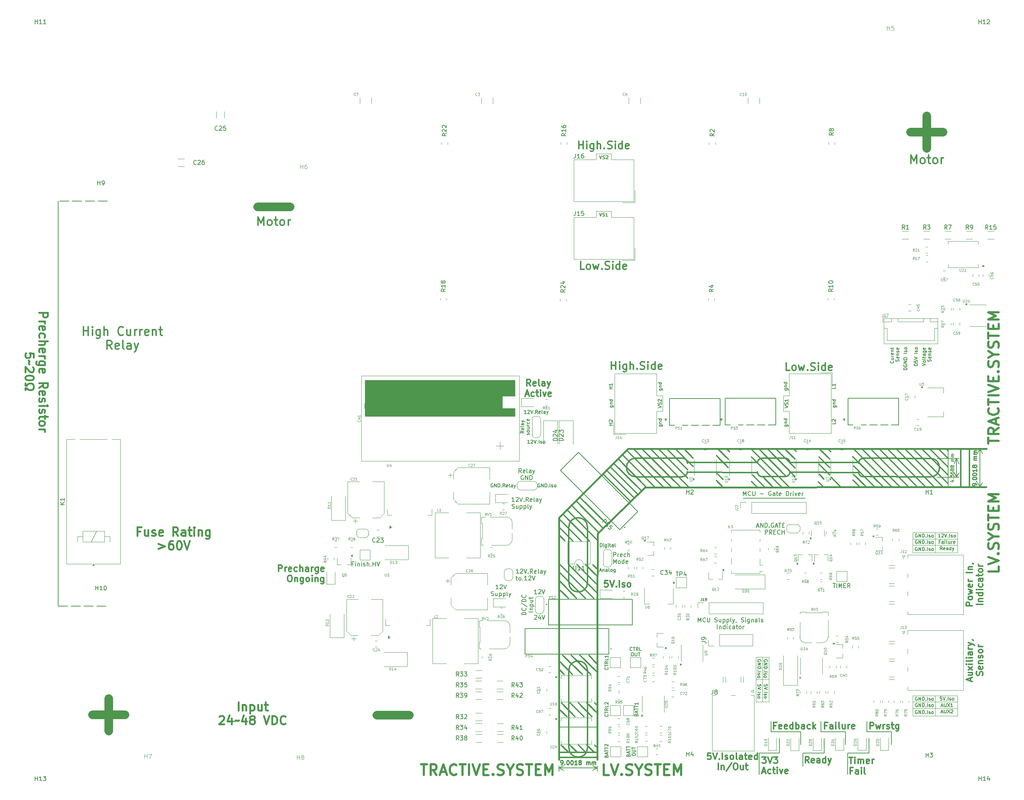
<source format=gto>
%TF.GenerationSoftware,KiCad,Pcbnew,9.0.2*%
%TF.CreationDate,2025-12-27T14:45:29+07:00*%
%TF.ProjectId,Controller48V,436f6e74-726f-46c6-9c65-723438562e6b,rev?*%
%TF.SameCoordinates,Original*%
%TF.FileFunction,Legend,Top*%
%TF.FilePolarity,Positive*%
%FSLAX46Y46*%
G04 Gerber Fmt 4.6, Leading zero omitted, Abs format (unit mm)*
G04 Created by KiCad (PCBNEW 9.0.2) date 2025-12-27 14:45:29*
%MOMM*%
%LPD*%
G01*
G04 APERTURE LIST*
%ADD10C,0.100000*%
%ADD11C,0.300000*%
%ADD12C,0.200000*%
%ADD13C,0.400000*%
%ADD14C,0.150000*%
%ADD15C,0.160000*%
%ADD16C,0.360000*%
%ADD17C,0.500000*%
%ADD18C,2.000000*%
%ADD19C,0.250000*%
%ADD20C,0.180000*%
%ADD21C,0.120000*%
%ADD22C,0.152400*%
%ADD23C,0.127000*%
G04 APERTURE END LIST*
D10*
X300250000Y-211250000D02*
X300250000Y-212750000D01*
X305500000Y-174500000D02*
X305500000Y-173000000D01*
D11*
X271386711Y-159156046D02*
X262327755Y-150097780D01*
X288691188Y-156688844D02*
G75*
G02*
X287517654Y-155517163I-1888J1171644D01*
G01*
X247419318Y-153300766D02*
X263832273Y-153349676D01*
X224012488Y-220242693D02*
X224012488Y-202079049D01*
D12*
X289500000Y-216500000D02*
X289500000Y-214000000D01*
D11*
X308421022Y-154336879D02*
X304229381Y-150130795D01*
D10*
X305500000Y-169750000D02*
X305500000Y-173000000D01*
D11*
X226312483Y-179977226D02*
X223620752Y-177347079D01*
D10*
X305500000Y-171250000D02*
X300250000Y-171250000D01*
D11*
X283351387Y-159126069D02*
X281043163Y-156818062D01*
D10*
X305500000Y-211000000D02*
X300250000Y-211000000D01*
D11*
X225074144Y-212927711D02*
X221905812Y-209741384D01*
X234932290Y-161592207D02*
X228418538Y-155102536D01*
D10*
X310750000Y-169750000D02*
X310750000Y-173000000D01*
D11*
X270598105Y-156632057D02*
X264195385Y-150184506D01*
D10*
X310750000Y-169750000D02*
X305500000Y-169750000D01*
D13*
X217370016Y-166294469D02*
X217320911Y-206343636D01*
D11*
X307327039Y-159132782D02*
X298333032Y-150130685D01*
X226346651Y-178333000D02*
X225329129Y-177338757D01*
X272873774Y-150720000D02*
X272276213Y-150123398D01*
X304315600Y-152381200D02*
X288596079Y-152334442D01*
X247500000Y-157000000D02*
X240636308Y-150133918D01*
X219511136Y-185188361D02*
X217354241Y-183042095D01*
X223151524Y-212924813D02*
X219915671Y-209714813D01*
X270306731Y-152311122D02*
X264994021Y-152310716D01*
X220537495Y-171687744D02*
X217335677Y-168467741D01*
X267480703Y-159070339D02*
X265171132Y-156760986D01*
X219639457Y-181500000D02*
X219633895Y-168500000D01*
X271527296Y-155620723D02*
X287527296Y-155667194D01*
X222477103Y-171683669D02*
X217323857Y-166541819D01*
X226216392Y-212002369D02*
X223884338Y-209713691D01*
X235701504Y-160701477D02*
X229480960Y-154478613D01*
X224012193Y-181510495D02*
G75*
G02*
X219643393Y-181510495I-2184400J0D01*
G01*
X247440466Y-155641576D02*
X263853421Y-155690486D01*
X228504651Y-167742298D02*
X222178074Y-161440161D01*
D10*
X305500000Y-212750000D02*
X305500000Y-211250000D01*
D12*
X269000000Y-221500000D02*
X264250000Y-221500000D01*
D11*
X237828257Y-159147269D02*
X231189446Y-152509082D01*
X224012193Y-181510495D02*
X224008257Y-168487599D01*
D12*
X267000000Y-216500000D02*
X274000000Y-216500000D01*
D11*
X226320024Y-171511330D02*
X219220504Y-164439236D01*
D10*
X263500000Y-204250000D02*
X263500000Y-199000000D01*
D14*
X307658518Y-156803523D02*
X306008422Y-156803522D01*
D11*
X221671889Y-221362720D02*
X219882536Y-219599683D01*
D13*
X217370016Y-166294469D02*
X233506681Y-150116427D01*
D11*
X220495688Y-203049198D02*
X217504311Y-200020769D01*
X263806774Y-159141498D02*
X262494915Y-157832243D01*
D13*
X226376856Y-170018109D02*
X226320024Y-189367690D01*
D11*
X226396531Y-182157924D02*
X221600306Y-177333669D01*
X308415160Y-152303805D02*
X306302356Y-150183721D01*
D12*
X111500000Y-92000000D02*
X109300000Y-92000000D01*
X108500000Y-92000000D02*
X106300000Y-92000000D01*
X105500000Y-92000000D02*
X103300000Y-92000000D01*
X102500000Y-92000000D02*
X100300000Y-92000000D01*
D10*
X305500000Y-173000000D02*
X305500000Y-169750000D01*
D11*
X239784330Y-159121397D02*
X232168922Y-151506705D01*
D13*
X233500000Y-150116427D02*
X317500000Y-150131529D01*
D11*
X279377335Y-159144716D02*
X278102429Y-157869930D01*
D12*
X264250000Y-221500000D02*
X264250000Y-226500000D01*
D11*
X308432286Y-158230206D02*
X300324662Y-150130801D01*
X287774408Y-159024335D02*
X286225592Y-157475664D01*
X311500000Y-159143449D02*
X311500000Y-150126449D01*
X289292817Y-159027901D02*
X286437405Y-156223602D01*
X219643688Y-220250000D02*
X219643688Y-202079049D01*
X223530909Y-185179589D02*
X217501864Y-179191204D01*
X222821768Y-203049198D02*
X218180953Y-198510883D01*
X217323308Y-222531120D02*
X226340308Y-222531120D01*
X236657582Y-159977572D02*
X230143830Y-153487901D01*
X217310608Y-221362720D02*
X226327608Y-221362720D01*
D10*
X263500000Y-204250000D02*
X266500000Y-204250000D01*
X310750000Y-171250000D02*
X305500000Y-171250000D01*
D11*
X265582455Y-159141393D02*
X262743204Y-156302409D01*
D10*
X300250000Y-173000000D02*
X300250000Y-174500000D01*
X305500000Y-173000000D02*
X305500000Y-174500000D01*
D11*
X291248890Y-159002029D02*
X286443512Y-154197103D01*
X299219620Y-158999232D02*
X290326757Y-150126644D01*
X227698652Y-168702388D02*
X221302989Y-162331432D01*
D12*
X308500000Y-159106280D02*
X308500000Y-150089280D01*
D11*
X269497199Y-159104886D02*
X262487460Y-152095805D01*
X226330391Y-200687162D02*
X224361294Y-198521591D01*
D12*
X260500000Y-161750000D02*
X275000000Y-161750000D01*
D11*
X226624125Y-169726692D02*
X220228462Y-163355736D01*
X219633859Y-168487599D02*
G75*
G02*
X224002659Y-168487599I2184400J0D01*
G01*
X234049540Y-162389467D02*
X227755668Y-156093248D01*
X301226856Y-159010410D02*
X292319711Y-150104103D01*
X257005008Y-152576082D02*
X254529270Y-150100577D01*
X243781008Y-159137247D02*
X234759340Y-150116427D01*
X226333834Y-184000000D02*
X219639457Y-177336718D01*
D10*
X265000000Y-204250000D02*
X265000000Y-199000000D01*
D11*
X304291197Y-156712272D02*
X288571676Y-156665514D01*
D12*
X285000000Y-221500000D02*
X285000000Y-226500000D01*
D11*
X219643688Y-202079049D02*
G75*
G02*
X224012488Y-202079049I2184400J0D01*
G01*
D12*
X278745727Y-216500000D02*
X284495727Y-216500000D01*
D11*
X226323618Y-220181967D02*
X225687348Y-219601216D01*
D12*
X217302657Y-215373469D02*
X226319657Y-215373469D01*
D11*
X264992482Y-156688800D02*
G75*
G02*
X263818998Y-155517119I-1882J1171600D01*
G01*
X218539782Y-203046556D02*
X217460218Y-201953444D01*
X223565822Y-221329016D02*
X221872677Y-219626254D01*
X224012488Y-220242693D02*
G75*
G02*
X219643688Y-220242693I-2184400J0D01*
G01*
X219163381Y-212936618D02*
X217343021Y-211130802D01*
D10*
X305500000Y-172750000D02*
X300250000Y-172750000D01*
D11*
X246222786Y-152326215D02*
X235222786Y-152326215D01*
D10*
X305500000Y-212750000D02*
X310750000Y-212750000D01*
D11*
X225648797Y-221362720D02*
X223851203Y-219598561D01*
D10*
X305500000Y-208000000D02*
X305500000Y-211250000D01*
D12*
X284495727Y-216500000D02*
X284495727Y-219500000D01*
D11*
X304311412Y-152359022D02*
G75*
G02*
X304311412Y-156727778I-12J-2184378D01*
G01*
D13*
X237507200Y-159146770D02*
X317428572Y-159130749D01*
D12*
X100000000Y-92000000D02*
X100000000Y-187000000D01*
D11*
X270306731Y-152311122D02*
G75*
G02*
X271480279Y-153482803I1869J-1171678D01*
G01*
D10*
X305500000Y-211250000D02*
X305500000Y-208000000D01*
X300250000Y-211250000D02*
X300250000Y-208000000D01*
D11*
X241802309Y-159128622D02*
X233168526Y-150495651D01*
X303182929Y-158984538D02*
X294302562Y-150105005D01*
X246268400Y-156689647D02*
X235250000Y-156703700D01*
D13*
X226323857Y-189367690D02*
X226340308Y-223000000D01*
D11*
X272591931Y-156598502D02*
X266151458Y-150158634D01*
D12*
X279500000Y-221500000D02*
X274500000Y-221500000D01*
D11*
X217323857Y-200164916D02*
X217332480Y-195664916D01*
X234924193Y-161592207D02*
X228703649Y-155369343D01*
D10*
X310750000Y-172750000D02*
X305500000Y-172750000D01*
X263500000Y-199000000D02*
X266500000Y-199000000D01*
D12*
X267000000Y-216500000D02*
X267000000Y-214000000D01*
D11*
X305240862Y-159045473D02*
X296314477Y-150106373D01*
X280717244Y-152514543D02*
X278293028Y-150090555D01*
X255741288Y-157293503D02*
X254435647Y-155987985D01*
D10*
X310750000Y-208000000D02*
X310750000Y-211250000D01*
D11*
X246249254Y-152325087D02*
G75*
G02*
X247422815Y-153496768I1946J-1171613D01*
G01*
D10*
X263500000Y-209500000D02*
X263500000Y-204250000D01*
D11*
X256983710Y-154536547D02*
X254205213Y-151758312D01*
D10*
X310750000Y-174500000D02*
X310750000Y-173000000D01*
D12*
X269000000Y-218000000D02*
X269000000Y-221500000D01*
X278745727Y-216500000D02*
X278745727Y-214000000D01*
D11*
X225497348Y-185184450D02*
X217575960Y-177328177D01*
X224773226Y-203049198D02*
X220212235Y-198510883D01*
X271481631Y-155494463D02*
G75*
G02*
X270309950Y-156668033I-1171631J-1937D01*
G01*
X308500000Y-150597780D02*
X308000000Y-150097780D01*
X280707232Y-156210211D02*
X278250000Y-153750000D01*
X248726656Y-154231180D02*
X244610360Y-150115271D01*
D10*
X266500000Y-204250000D02*
X266500000Y-199000000D01*
X305500000Y-169750000D02*
X300250000Y-169750000D01*
X305500000Y-174500000D02*
X310750000Y-174500000D01*
X300250000Y-174500000D02*
X305500000Y-174500000D01*
D12*
X290000000Y-218000000D02*
X290000000Y-221500000D01*
D11*
X279431921Y-157217536D02*
X278346629Y-156132346D01*
X247755060Y-159118600D02*
X238733392Y-150097780D01*
X308427274Y-156245727D02*
X302333461Y-150130918D01*
X218679389Y-171676765D02*
X217373279Y-170375700D01*
D10*
X266500000Y-209500000D02*
X263500000Y-209500000D01*
D13*
X226376856Y-170018109D02*
X237508192Y-159146835D01*
D11*
X224422814Y-171690721D02*
X218223905Y-165438390D01*
X226283891Y-202554027D02*
X222242483Y-198528232D01*
D12*
X279500000Y-218000000D02*
X279500000Y-221500000D01*
D11*
X272605192Y-152500281D02*
X270195239Y-150090555D01*
X221096534Y-212936292D02*
X217903466Y-209725088D01*
D10*
X305500000Y-209500000D02*
X300250000Y-209500000D01*
D12*
X290000000Y-221500000D02*
X285000000Y-221500000D01*
D11*
X257263735Y-150823455D02*
X256547249Y-150107802D01*
X287536771Y-153500000D02*
G75*
G02*
X288708452Y-152326469I1171629J1900D01*
G01*
D10*
X310750000Y-209500000D02*
X305500000Y-209500000D01*
D12*
X289500000Y-216500000D02*
X295250000Y-216500000D01*
D11*
X226323857Y-200164916D02*
X226332480Y-195664916D01*
X219613194Y-221362720D02*
X217870331Y-219609958D01*
D10*
X305500000Y-208000000D02*
X300250000Y-208000000D01*
D11*
X263822340Y-153484255D02*
G75*
G02*
X264994021Y-152310739I1171660J1855D01*
G01*
X293266869Y-159009254D02*
X286201062Y-151944112D01*
X295245568Y-159017879D02*
X286340028Y-150125927D01*
X280973019Y-150759730D02*
X280311007Y-150097780D01*
X297201641Y-158992007D02*
X288295767Y-150126278D01*
D10*
X266500000Y-209500000D02*
X266500000Y-204250000D01*
D11*
X245737081Y-159111375D02*
X236715413Y-150090555D01*
X248768244Y-152309114D02*
X246589059Y-150123896D01*
D12*
X100000000Y-187000000D02*
X102200000Y-187000000D01*
X103000000Y-187000000D02*
X105200000Y-187000000D01*
X106000000Y-187000000D02*
X108200000Y-187000000D01*
X109000000Y-187000000D02*
X111200000Y-187000000D01*
D11*
X313500000Y-159148529D02*
X313500000Y-150131529D01*
D10*
X310750000Y-211000000D02*
X305500000Y-211000000D01*
D11*
X247424304Y-155500363D02*
G75*
G02*
X246252623Y-156673906I-1171604J-1937D01*
G01*
D12*
X295250000Y-216500000D02*
X295250000Y-219500000D01*
D10*
X310750000Y-212750000D02*
X310750000Y-211250000D01*
D11*
X235318565Y-156684400D02*
G75*
G02*
X235318565Y-152315600I-65J2184400D01*
G01*
D10*
X300250000Y-212750000D02*
X305500000Y-212750000D01*
D11*
X280709471Y-154488532D02*
X278280594Y-152059883D01*
X270301482Y-156668858D02*
X264988772Y-156668452D01*
D10*
X305500000Y-211250000D02*
X305500000Y-212750000D01*
D12*
X274000000Y-216500000D02*
X274000000Y-219500000D01*
D10*
X300250000Y-173000000D02*
X300250000Y-169750000D01*
D12*
X274500000Y-221500000D02*
X274500000Y-224500000D01*
D10*
X310750000Y-208000000D02*
X305500000Y-208000000D01*
D11*
X271500000Y-153326096D02*
X287500000Y-153326815D01*
D10*
X265000000Y-209500000D02*
X265000000Y-204250000D01*
D11*
X226325499Y-210297097D02*
X225689229Y-209716346D01*
X247500000Y-155000000D02*
X242592381Y-150108046D01*
X255794180Y-159143104D02*
X254227132Y-157571718D01*
X272604731Y-154604744D02*
X268239166Y-150239590D01*
X221379850Y-185188361D02*
X217315245Y-180917034D01*
D13*
X217320911Y-206343636D02*
X217323308Y-223000000D01*
D14*
X307655200Y-152437849D02*
X306005104Y-152437848D01*
D15*
X270254584Y-136018712D02*
X270902203Y-136018712D01*
X270902203Y-136018712D02*
X270978394Y-136056807D01*
X270978394Y-136056807D02*
X271016489Y-136094903D01*
X271016489Y-136094903D02*
X271054584Y-136171093D01*
X271054584Y-136171093D02*
X271054584Y-136285379D01*
X271054584Y-136285379D02*
X271016489Y-136361569D01*
X270749823Y-136018712D02*
X270787918Y-136094903D01*
X270787918Y-136094903D02*
X270787918Y-136247284D01*
X270787918Y-136247284D02*
X270749823Y-136323474D01*
X270749823Y-136323474D02*
X270711727Y-136361569D01*
X270711727Y-136361569D02*
X270635537Y-136399665D01*
X270635537Y-136399665D02*
X270406965Y-136399665D01*
X270406965Y-136399665D02*
X270330775Y-136361569D01*
X270330775Y-136361569D02*
X270292680Y-136323474D01*
X270292680Y-136323474D02*
X270254584Y-136247284D01*
X270254584Y-136247284D02*
X270254584Y-136094903D01*
X270254584Y-136094903D02*
X270292680Y-136018712D01*
X270254584Y-135637759D02*
X270787918Y-135637759D01*
X270330775Y-135637759D02*
X270292680Y-135599664D01*
X270292680Y-135599664D02*
X270254584Y-135523474D01*
X270254584Y-135523474D02*
X270254584Y-135409188D01*
X270254584Y-135409188D02*
X270292680Y-135332997D01*
X270292680Y-135332997D02*
X270368870Y-135294902D01*
X270368870Y-135294902D02*
X270787918Y-135294902D01*
X270787918Y-134571092D02*
X269987918Y-134571092D01*
X270749823Y-134571092D02*
X270787918Y-134647283D01*
X270787918Y-134647283D02*
X270787918Y-134799664D01*
X270787918Y-134799664D02*
X270749823Y-134875854D01*
X270749823Y-134875854D02*
X270711727Y-134913949D01*
X270711727Y-134913949D02*
X270635537Y-134952045D01*
X270635537Y-134952045D02*
X270406965Y-134952045D01*
X270406965Y-134952045D02*
X270330775Y-134913949D01*
X270330775Y-134913949D02*
X270292680Y-134875854D01*
X270292680Y-134875854D02*
X270254584Y-134799664D01*
X270254584Y-134799664D02*
X270254584Y-134647283D01*
X270254584Y-134647283D02*
X270292680Y-134571092D01*
D16*
X223250000Y-108010994D02*
X222392857Y-108010994D01*
X222392857Y-108010994D02*
X222392857Y-106210994D01*
X224107143Y-108010994D02*
X223935714Y-107925280D01*
X223935714Y-107925280D02*
X223850000Y-107839565D01*
X223850000Y-107839565D02*
X223764286Y-107668137D01*
X223764286Y-107668137D02*
X223764286Y-107153851D01*
X223764286Y-107153851D02*
X223850000Y-106982422D01*
X223850000Y-106982422D02*
X223935714Y-106896708D01*
X223935714Y-106896708D02*
X224107143Y-106810994D01*
X224107143Y-106810994D02*
X224364286Y-106810994D01*
X224364286Y-106810994D02*
X224535714Y-106896708D01*
X224535714Y-106896708D02*
X224621429Y-106982422D01*
X224621429Y-106982422D02*
X224707143Y-107153851D01*
X224707143Y-107153851D02*
X224707143Y-107668137D01*
X224707143Y-107668137D02*
X224621429Y-107839565D01*
X224621429Y-107839565D02*
X224535714Y-107925280D01*
X224535714Y-107925280D02*
X224364286Y-108010994D01*
X224364286Y-108010994D02*
X224107143Y-108010994D01*
X225307142Y-106810994D02*
X225650000Y-108010994D01*
X225650000Y-108010994D02*
X225992857Y-107153851D01*
X225992857Y-107153851D02*
X226335714Y-108010994D01*
X226335714Y-108010994D02*
X226678571Y-106810994D01*
X227364285Y-107839565D02*
X227449999Y-107925280D01*
X227449999Y-107925280D02*
X227364285Y-108010994D01*
X227364285Y-108010994D02*
X227278571Y-107925280D01*
X227278571Y-107925280D02*
X227364285Y-107839565D01*
X227364285Y-107839565D02*
X227364285Y-108010994D01*
X228135714Y-107925280D02*
X228392857Y-108010994D01*
X228392857Y-108010994D02*
X228821428Y-108010994D01*
X228821428Y-108010994D02*
X228992857Y-107925280D01*
X228992857Y-107925280D02*
X229078571Y-107839565D01*
X229078571Y-107839565D02*
X229164285Y-107668137D01*
X229164285Y-107668137D02*
X229164285Y-107496708D01*
X229164285Y-107496708D02*
X229078571Y-107325280D01*
X229078571Y-107325280D02*
X228992857Y-107239565D01*
X228992857Y-107239565D02*
X228821428Y-107153851D01*
X228821428Y-107153851D02*
X228478571Y-107068137D01*
X228478571Y-107068137D02*
X228307142Y-106982422D01*
X228307142Y-106982422D02*
X228221428Y-106896708D01*
X228221428Y-106896708D02*
X228135714Y-106725280D01*
X228135714Y-106725280D02*
X228135714Y-106553851D01*
X228135714Y-106553851D02*
X228221428Y-106382422D01*
X228221428Y-106382422D02*
X228307142Y-106296708D01*
X228307142Y-106296708D02*
X228478571Y-106210994D01*
X228478571Y-106210994D02*
X228907142Y-106210994D01*
X228907142Y-106210994D02*
X229164285Y-106296708D01*
X229935714Y-108010994D02*
X229935714Y-106810994D01*
X229935714Y-106210994D02*
X229850000Y-106296708D01*
X229850000Y-106296708D02*
X229935714Y-106382422D01*
X229935714Y-106382422D02*
X230021428Y-106296708D01*
X230021428Y-106296708D02*
X229935714Y-106210994D01*
X229935714Y-106210994D02*
X229935714Y-106382422D01*
X231564286Y-108010994D02*
X231564286Y-106210994D01*
X231564286Y-107925280D02*
X231392857Y-108010994D01*
X231392857Y-108010994D02*
X231050000Y-108010994D01*
X231050000Y-108010994D02*
X230878571Y-107925280D01*
X230878571Y-107925280D02*
X230792857Y-107839565D01*
X230792857Y-107839565D02*
X230707143Y-107668137D01*
X230707143Y-107668137D02*
X230707143Y-107153851D01*
X230707143Y-107153851D02*
X230792857Y-106982422D01*
X230792857Y-106982422D02*
X230878571Y-106896708D01*
X230878571Y-106896708D02*
X231050000Y-106810994D01*
X231050000Y-106810994D02*
X231392857Y-106810994D01*
X231392857Y-106810994D02*
X231564286Y-106896708D01*
X233107142Y-107925280D02*
X232935714Y-108010994D01*
X232935714Y-108010994D02*
X232592857Y-108010994D01*
X232592857Y-108010994D02*
X232421428Y-107925280D01*
X232421428Y-107925280D02*
X232335714Y-107753851D01*
X232335714Y-107753851D02*
X232335714Y-107068137D01*
X232335714Y-107068137D02*
X232421428Y-106896708D01*
X232421428Y-106896708D02*
X232592857Y-106810994D01*
X232592857Y-106810994D02*
X232935714Y-106810994D01*
X232935714Y-106810994D02*
X233107142Y-106896708D01*
X233107142Y-106896708D02*
X233192857Y-107068137D01*
X233192857Y-107068137D02*
X233192857Y-107239565D01*
X233192857Y-107239565D02*
X232335714Y-107410994D01*
D15*
X229861775Y-144585854D02*
X229061775Y-144585854D01*
X229442727Y-144585854D02*
X229442727Y-144128711D01*
X229861775Y-144128711D02*
X229061775Y-144128711D01*
X229137965Y-143785855D02*
X229099870Y-143747759D01*
X229099870Y-143747759D02*
X229061775Y-143671569D01*
X229061775Y-143671569D02*
X229061775Y-143481093D01*
X229061775Y-143481093D02*
X229099870Y-143404902D01*
X229099870Y-143404902D02*
X229137965Y-143366807D01*
X229137965Y-143366807D02*
X229214156Y-143328712D01*
X229214156Y-143328712D02*
X229290346Y-143328712D01*
X229290346Y-143328712D02*
X229404632Y-143366807D01*
X229404632Y-143366807D02*
X229861775Y-143823950D01*
X229861775Y-143823950D02*
X229861775Y-143328712D01*
X301361775Y-130614285D02*
X300561775Y-130614285D01*
X300561775Y-130614285D02*
X300561775Y-130423809D01*
X300561775Y-130423809D02*
X300599870Y-130309523D01*
X300599870Y-130309523D02*
X300676060Y-130233333D01*
X300676060Y-130233333D02*
X300752251Y-130195238D01*
X300752251Y-130195238D02*
X300904632Y-130157142D01*
X300904632Y-130157142D02*
X301018918Y-130157142D01*
X301018918Y-130157142D02*
X301171299Y-130195238D01*
X301171299Y-130195238D02*
X301247489Y-130233333D01*
X301247489Y-130233333D02*
X301323680Y-130309523D01*
X301323680Y-130309523D02*
X301361775Y-130423809D01*
X301361775Y-130423809D02*
X301361775Y-130614285D01*
X300561775Y-129433333D02*
X300561775Y-129814285D01*
X300561775Y-129814285D02*
X300942727Y-129852381D01*
X300942727Y-129852381D02*
X300904632Y-129814285D01*
X300904632Y-129814285D02*
X300866537Y-129738095D01*
X300866537Y-129738095D02*
X300866537Y-129547619D01*
X300866537Y-129547619D02*
X300904632Y-129471428D01*
X300904632Y-129471428D02*
X300942727Y-129433333D01*
X300942727Y-129433333D02*
X301018918Y-129395238D01*
X301018918Y-129395238D02*
X301209394Y-129395238D01*
X301209394Y-129395238D02*
X301285584Y-129433333D01*
X301285584Y-129433333D02*
X301323680Y-129471428D01*
X301323680Y-129471428D02*
X301361775Y-129547619D01*
X301361775Y-129547619D02*
X301361775Y-129738095D01*
X301361775Y-129738095D02*
X301323680Y-129814285D01*
X301323680Y-129814285D02*
X301285584Y-129852381D01*
X300561775Y-129166666D02*
X301361775Y-128899999D01*
X301361775Y-128899999D02*
X300561775Y-128633333D01*
X301361775Y-127757142D02*
X300561775Y-127757142D01*
X301323680Y-127414286D02*
X301361775Y-127338095D01*
X301361775Y-127338095D02*
X301361775Y-127185714D01*
X301361775Y-127185714D02*
X301323680Y-127109524D01*
X301323680Y-127109524D02*
X301247489Y-127071428D01*
X301247489Y-127071428D02*
X301209394Y-127071428D01*
X301209394Y-127071428D02*
X301133203Y-127109524D01*
X301133203Y-127109524D02*
X301095108Y-127185714D01*
X301095108Y-127185714D02*
X301095108Y-127300000D01*
X301095108Y-127300000D02*
X301057013Y-127376190D01*
X301057013Y-127376190D02*
X300980822Y-127414286D01*
X300980822Y-127414286D02*
X300942727Y-127414286D01*
X300942727Y-127414286D02*
X300866537Y-127376190D01*
X300866537Y-127376190D02*
X300828441Y-127300000D01*
X300828441Y-127300000D02*
X300828441Y-127185714D01*
X300828441Y-127185714D02*
X300866537Y-127109524D01*
X301361775Y-126614286D02*
X301323680Y-126690476D01*
X301323680Y-126690476D02*
X301285584Y-126728571D01*
X301285584Y-126728571D02*
X301209394Y-126766667D01*
X301209394Y-126766667D02*
X300980822Y-126766667D01*
X300980822Y-126766667D02*
X300904632Y-126728571D01*
X300904632Y-126728571D02*
X300866537Y-126690476D01*
X300866537Y-126690476D02*
X300828441Y-126614286D01*
X300828441Y-126614286D02*
X300828441Y-126500000D01*
X300828441Y-126500000D02*
X300866537Y-126423809D01*
X300866537Y-126423809D02*
X300904632Y-126385714D01*
X300904632Y-126385714D02*
X300980822Y-126347619D01*
X300980822Y-126347619D02*
X301209394Y-126347619D01*
X301209394Y-126347619D02*
X301285584Y-126385714D01*
X301285584Y-126385714D02*
X301323680Y-126423809D01*
X301323680Y-126423809D02*
X301361775Y-126500000D01*
X301361775Y-126500000D02*
X301361775Y-126614286D01*
X264688224Y-205780952D02*
X264688224Y-205400000D01*
X264688224Y-205400000D02*
X264307272Y-205361904D01*
X264307272Y-205361904D02*
X264345367Y-205400000D01*
X264345367Y-205400000D02*
X264383462Y-205476190D01*
X264383462Y-205476190D02*
X264383462Y-205666666D01*
X264383462Y-205666666D02*
X264345367Y-205742857D01*
X264345367Y-205742857D02*
X264307272Y-205780952D01*
X264307272Y-205780952D02*
X264231081Y-205819047D01*
X264231081Y-205819047D02*
X264040605Y-205819047D01*
X264040605Y-205819047D02*
X263964415Y-205780952D01*
X263964415Y-205780952D02*
X263926320Y-205742857D01*
X263926320Y-205742857D02*
X263888224Y-205666666D01*
X263888224Y-205666666D02*
X263888224Y-205476190D01*
X263888224Y-205476190D02*
X263926320Y-205400000D01*
X263926320Y-205400000D02*
X263964415Y-205361904D01*
X264688224Y-206047619D02*
X263888224Y-206314286D01*
X263888224Y-206314286D02*
X264688224Y-206580952D01*
X263964415Y-206847619D02*
X263926320Y-206885714D01*
X263926320Y-206885714D02*
X263888224Y-206847619D01*
X263888224Y-206847619D02*
X263926320Y-206809523D01*
X263926320Y-206809523D02*
X263964415Y-206847619D01*
X263964415Y-206847619D02*
X263888224Y-206847619D01*
X263888224Y-207228571D02*
X264688224Y-207228571D01*
X263926320Y-207571427D02*
X263888224Y-207647618D01*
X263888224Y-207647618D02*
X263888224Y-207799999D01*
X263888224Y-207799999D02*
X263926320Y-207876189D01*
X263926320Y-207876189D02*
X264002510Y-207914285D01*
X264002510Y-207914285D02*
X264040605Y-207914285D01*
X264040605Y-207914285D02*
X264116796Y-207876189D01*
X264116796Y-207876189D02*
X264154891Y-207799999D01*
X264154891Y-207799999D02*
X264154891Y-207685713D01*
X264154891Y-207685713D02*
X264192986Y-207609523D01*
X264192986Y-207609523D02*
X264269177Y-207571427D01*
X264269177Y-207571427D02*
X264307272Y-207571427D01*
X264307272Y-207571427D02*
X264383462Y-207609523D01*
X264383462Y-207609523D02*
X264421558Y-207685713D01*
X264421558Y-207685713D02*
X264421558Y-207799999D01*
X264421558Y-207799999D02*
X264383462Y-207876189D01*
X263888224Y-208371427D02*
X263926320Y-208295237D01*
X263926320Y-208295237D02*
X263964415Y-208257142D01*
X263964415Y-208257142D02*
X264040605Y-208219046D01*
X264040605Y-208219046D02*
X264269177Y-208219046D01*
X264269177Y-208219046D02*
X264345367Y-208257142D01*
X264345367Y-208257142D02*
X264383462Y-208295237D01*
X264383462Y-208295237D02*
X264421558Y-208371427D01*
X264421558Y-208371427D02*
X264421558Y-208485713D01*
X264421558Y-208485713D02*
X264383462Y-208561904D01*
X264383462Y-208561904D02*
X264345367Y-208599999D01*
X264345367Y-208599999D02*
X264269177Y-208638094D01*
X264269177Y-208638094D02*
X264040605Y-208638094D01*
X264040605Y-208638094D02*
X263964415Y-208599999D01*
X263964415Y-208599999D02*
X263926320Y-208561904D01*
X263926320Y-208561904D02*
X263888224Y-208485713D01*
X263888224Y-208485713D02*
X263888224Y-208371427D01*
X226795285Y-94818461D02*
X227061952Y-95618461D01*
X227061952Y-95618461D02*
X227328618Y-94818461D01*
X227557189Y-95580366D02*
X227671475Y-95618461D01*
X227671475Y-95618461D02*
X227861951Y-95618461D01*
X227861951Y-95618461D02*
X227938142Y-95580366D01*
X227938142Y-95580366D02*
X227976237Y-95542270D01*
X227976237Y-95542270D02*
X228014332Y-95466080D01*
X228014332Y-95466080D02*
X228014332Y-95389889D01*
X228014332Y-95389889D02*
X227976237Y-95313699D01*
X227976237Y-95313699D02*
X227938142Y-95275604D01*
X227938142Y-95275604D02*
X227861951Y-95237508D01*
X227861951Y-95237508D02*
X227709570Y-95199413D01*
X227709570Y-95199413D02*
X227633380Y-95161318D01*
X227633380Y-95161318D02*
X227595285Y-95123223D01*
X227595285Y-95123223D02*
X227557189Y-95047032D01*
X227557189Y-95047032D02*
X227557189Y-94970842D01*
X227557189Y-94970842D02*
X227595285Y-94894651D01*
X227595285Y-94894651D02*
X227633380Y-94856556D01*
X227633380Y-94856556D02*
X227709570Y-94818461D01*
X227709570Y-94818461D02*
X227900047Y-94818461D01*
X227900047Y-94818461D02*
X228014332Y-94856556D01*
X228776237Y-95618461D02*
X228319094Y-95618461D01*
X228547666Y-95618461D02*
X228547666Y-94818461D01*
X228547666Y-94818461D02*
X228471475Y-94932746D01*
X228471475Y-94932746D02*
X228395285Y-95008937D01*
X228395285Y-95008937D02*
X228319094Y-95047032D01*
X301273026Y-209849870D02*
X301196836Y-209811775D01*
X301196836Y-209811775D02*
X301082550Y-209811775D01*
X301082550Y-209811775D02*
X300968264Y-209849870D01*
X300968264Y-209849870D02*
X300892074Y-209926060D01*
X300892074Y-209926060D02*
X300853979Y-210002251D01*
X300853979Y-210002251D02*
X300815883Y-210154632D01*
X300815883Y-210154632D02*
X300815883Y-210268918D01*
X300815883Y-210268918D02*
X300853979Y-210421299D01*
X300853979Y-210421299D02*
X300892074Y-210497489D01*
X300892074Y-210497489D02*
X300968264Y-210573680D01*
X300968264Y-210573680D02*
X301082550Y-210611775D01*
X301082550Y-210611775D02*
X301158741Y-210611775D01*
X301158741Y-210611775D02*
X301273026Y-210573680D01*
X301273026Y-210573680D02*
X301311122Y-210535584D01*
X301311122Y-210535584D02*
X301311122Y-210268918D01*
X301311122Y-210268918D02*
X301158741Y-210268918D01*
X301653979Y-210611775D02*
X301653979Y-209811775D01*
X301653979Y-209811775D02*
X302111122Y-210611775D01*
X302111122Y-210611775D02*
X302111122Y-209811775D01*
X302492074Y-210611775D02*
X302492074Y-209811775D01*
X302492074Y-209811775D02*
X302682550Y-209811775D01*
X302682550Y-209811775D02*
X302796836Y-209849870D01*
X302796836Y-209849870D02*
X302873026Y-209926060D01*
X302873026Y-209926060D02*
X302911121Y-210002251D01*
X302911121Y-210002251D02*
X302949217Y-210154632D01*
X302949217Y-210154632D02*
X302949217Y-210268918D01*
X302949217Y-210268918D02*
X302911121Y-210421299D01*
X302911121Y-210421299D02*
X302873026Y-210497489D01*
X302873026Y-210497489D02*
X302796836Y-210573680D01*
X302796836Y-210573680D02*
X302682550Y-210611775D01*
X302682550Y-210611775D02*
X302492074Y-210611775D01*
X303292074Y-210535584D02*
X303330169Y-210573680D01*
X303330169Y-210573680D02*
X303292074Y-210611775D01*
X303292074Y-210611775D02*
X303253978Y-210573680D01*
X303253978Y-210573680D02*
X303292074Y-210535584D01*
X303292074Y-210535584D02*
X303292074Y-210611775D01*
X303673026Y-210611775D02*
X303673026Y-209811775D01*
X304015882Y-210573680D02*
X304092073Y-210611775D01*
X304092073Y-210611775D02*
X304244454Y-210611775D01*
X304244454Y-210611775D02*
X304320644Y-210573680D01*
X304320644Y-210573680D02*
X304358740Y-210497489D01*
X304358740Y-210497489D02*
X304358740Y-210459394D01*
X304358740Y-210459394D02*
X304320644Y-210383203D01*
X304320644Y-210383203D02*
X304244454Y-210345108D01*
X304244454Y-210345108D02*
X304130168Y-210345108D01*
X304130168Y-210345108D02*
X304053978Y-210307013D01*
X304053978Y-210307013D02*
X304015882Y-210230822D01*
X304015882Y-210230822D02*
X304015882Y-210192727D01*
X304015882Y-210192727D02*
X304053978Y-210116537D01*
X304053978Y-210116537D02*
X304130168Y-210078441D01*
X304130168Y-210078441D02*
X304244454Y-210078441D01*
X304244454Y-210078441D02*
X304320644Y-210116537D01*
X304815882Y-210611775D02*
X304739692Y-210573680D01*
X304739692Y-210573680D02*
X304701597Y-210535584D01*
X304701597Y-210535584D02*
X304663501Y-210459394D01*
X304663501Y-210459394D02*
X304663501Y-210230822D01*
X304663501Y-210230822D02*
X304701597Y-210154632D01*
X304701597Y-210154632D02*
X304739692Y-210116537D01*
X304739692Y-210116537D02*
X304815882Y-210078441D01*
X304815882Y-210078441D02*
X304930168Y-210078441D01*
X304930168Y-210078441D02*
X305006359Y-210116537D01*
X305006359Y-210116537D02*
X305044454Y-210154632D01*
X305044454Y-210154632D02*
X305082549Y-210230822D01*
X305082549Y-210230822D02*
X305082549Y-210459394D01*
X305082549Y-210459394D02*
X305044454Y-210535584D01*
X305044454Y-210535584D02*
X305006359Y-210573680D01*
X305006359Y-210573680D02*
X304930168Y-210611775D01*
X304930168Y-210611775D02*
X304815882Y-210611775D01*
D11*
X275892857Y-223800828D02*
X275392857Y-223086542D01*
X275035714Y-223800828D02*
X275035714Y-222300828D01*
X275035714Y-222300828D02*
X275607143Y-222300828D01*
X275607143Y-222300828D02*
X275750000Y-222372257D01*
X275750000Y-222372257D02*
X275821429Y-222443685D01*
X275821429Y-222443685D02*
X275892857Y-222586542D01*
X275892857Y-222586542D02*
X275892857Y-222800828D01*
X275892857Y-222800828D02*
X275821429Y-222943685D01*
X275821429Y-222943685D02*
X275750000Y-223015114D01*
X275750000Y-223015114D02*
X275607143Y-223086542D01*
X275607143Y-223086542D02*
X275035714Y-223086542D01*
X277107143Y-223729400D02*
X276964286Y-223800828D01*
X276964286Y-223800828D02*
X276678572Y-223800828D01*
X276678572Y-223800828D02*
X276535714Y-223729400D01*
X276535714Y-223729400D02*
X276464286Y-223586542D01*
X276464286Y-223586542D02*
X276464286Y-223015114D01*
X276464286Y-223015114D02*
X276535714Y-222872257D01*
X276535714Y-222872257D02*
X276678572Y-222800828D01*
X276678572Y-222800828D02*
X276964286Y-222800828D01*
X276964286Y-222800828D02*
X277107143Y-222872257D01*
X277107143Y-222872257D02*
X277178572Y-223015114D01*
X277178572Y-223015114D02*
X277178572Y-223157971D01*
X277178572Y-223157971D02*
X276464286Y-223300828D01*
X278464286Y-223800828D02*
X278464286Y-223015114D01*
X278464286Y-223015114D02*
X278392857Y-222872257D01*
X278392857Y-222872257D02*
X278250000Y-222800828D01*
X278250000Y-222800828D02*
X277964286Y-222800828D01*
X277964286Y-222800828D02*
X277821428Y-222872257D01*
X278464286Y-223729400D02*
X278321428Y-223800828D01*
X278321428Y-223800828D02*
X277964286Y-223800828D01*
X277964286Y-223800828D02*
X277821428Y-223729400D01*
X277821428Y-223729400D02*
X277750000Y-223586542D01*
X277750000Y-223586542D02*
X277750000Y-223443685D01*
X277750000Y-223443685D02*
X277821428Y-223300828D01*
X277821428Y-223300828D02*
X277964286Y-223229400D01*
X277964286Y-223229400D02*
X278321428Y-223229400D01*
X278321428Y-223229400D02*
X278464286Y-223157971D01*
X279821429Y-223800828D02*
X279821429Y-222300828D01*
X279821429Y-223729400D02*
X279678571Y-223800828D01*
X279678571Y-223800828D02*
X279392857Y-223800828D01*
X279392857Y-223800828D02*
X279250000Y-223729400D01*
X279250000Y-223729400D02*
X279178571Y-223657971D01*
X279178571Y-223657971D02*
X279107143Y-223515114D01*
X279107143Y-223515114D02*
X279107143Y-223086542D01*
X279107143Y-223086542D02*
X279178571Y-222943685D01*
X279178571Y-222943685D02*
X279250000Y-222872257D01*
X279250000Y-222872257D02*
X279392857Y-222800828D01*
X279392857Y-222800828D02*
X279678571Y-222800828D01*
X279678571Y-222800828D02*
X279821429Y-222872257D01*
X280392857Y-222800828D02*
X280750000Y-223800828D01*
X281107143Y-222800828D02*
X280750000Y-223800828D01*
X280750000Y-223800828D02*
X280607143Y-224157971D01*
X280607143Y-224157971D02*
X280535714Y-224229400D01*
X280535714Y-224229400D02*
X280392857Y-224300828D01*
X151624061Y-178885912D02*
X151624061Y-177385912D01*
X151624061Y-177385912D02*
X152195490Y-177385912D01*
X152195490Y-177385912D02*
X152338347Y-177457341D01*
X152338347Y-177457341D02*
X152409776Y-177528769D01*
X152409776Y-177528769D02*
X152481204Y-177671626D01*
X152481204Y-177671626D02*
X152481204Y-177885912D01*
X152481204Y-177885912D02*
X152409776Y-178028769D01*
X152409776Y-178028769D02*
X152338347Y-178100198D01*
X152338347Y-178100198D02*
X152195490Y-178171626D01*
X152195490Y-178171626D02*
X151624061Y-178171626D01*
X153124061Y-178885912D02*
X153124061Y-177885912D01*
X153124061Y-178171626D02*
X153195490Y-178028769D01*
X153195490Y-178028769D02*
X153266919Y-177957341D01*
X153266919Y-177957341D02*
X153409776Y-177885912D01*
X153409776Y-177885912D02*
X153552633Y-177885912D01*
X154624061Y-178814484D02*
X154481204Y-178885912D01*
X154481204Y-178885912D02*
X154195490Y-178885912D01*
X154195490Y-178885912D02*
X154052632Y-178814484D01*
X154052632Y-178814484D02*
X153981204Y-178671626D01*
X153981204Y-178671626D02*
X153981204Y-178100198D01*
X153981204Y-178100198D02*
X154052632Y-177957341D01*
X154052632Y-177957341D02*
X154195490Y-177885912D01*
X154195490Y-177885912D02*
X154481204Y-177885912D01*
X154481204Y-177885912D02*
X154624061Y-177957341D01*
X154624061Y-177957341D02*
X154695490Y-178100198D01*
X154695490Y-178100198D02*
X154695490Y-178243055D01*
X154695490Y-178243055D02*
X153981204Y-178385912D01*
X155981204Y-178814484D02*
X155838346Y-178885912D01*
X155838346Y-178885912D02*
X155552632Y-178885912D01*
X155552632Y-178885912D02*
X155409775Y-178814484D01*
X155409775Y-178814484D02*
X155338346Y-178743055D01*
X155338346Y-178743055D02*
X155266918Y-178600198D01*
X155266918Y-178600198D02*
X155266918Y-178171626D01*
X155266918Y-178171626D02*
X155338346Y-178028769D01*
X155338346Y-178028769D02*
X155409775Y-177957341D01*
X155409775Y-177957341D02*
X155552632Y-177885912D01*
X155552632Y-177885912D02*
X155838346Y-177885912D01*
X155838346Y-177885912D02*
X155981204Y-177957341D01*
X156624060Y-178885912D02*
X156624060Y-177385912D01*
X157266918Y-178885912D02*
X157266918Y-178100198D01*
X157266918Y-178100198D02*
X157195489Y-177957341D01*
X157195489Y-177957341D02*
X157052632Y-177885912D01*
X157052632Y-177885912D02*
X156838346Y-177885912D01*
X156838346Y-177885912D02*
X156695489Y-177957341D01*
X156695489Y-177957341D02*
X156624060Y-178028769D01*
X158624061Y-178885912D02*
X158624061Y-178100198D01*
X158624061Y-178100198D02*
X158552632Y-177957341D01*
X158552632Y-177957341D02*
X158409775Y-177885912D01*
X158409775Y-177885912D02*
X158124061Y-177885912D01*
X158124061Y-177885912D02*
X157981203Y-177957341D01*
X158624061Y-178814484D02*
X158481203Y-178885912D01*
X158481203Y-178885912D02*
X158124061Y-178885912D01*
X158124061Y-178885912D02*
X157981203Y-178814484D01*
X157981203Y-178814484D02*
X157909775Y-178671626D01*
X157909775Y-178671626D02*
X157909775Y-178528769D01*
X157909775Y-178528769D02*
X157981203Y-178385912D01*
X157981203Y-178385912D02*
X158124061Y-178314484D01*
X158124061Y-178314484D02*
X158481203Y-178314484D01*
X158481203Y-178314484D02*
X158624061Y-178243055D01*
X159338346Y-178885912D02*
X159338346Y-177885912D01*
X159338346Y-178171626D02*
X159409775Y-178028769D01*
X159409775Y-178028769D02*
X159481204Y-177957341D01*
X159481204Y-177957341D02*
X159624061Y-177885912D01*
X159624061Y-177885912D02*
X159766918Y-177885912D01*
X160909775Y-177885912D02*
X160909775Y-179100198D01*
X160909775Y-179100198D02*
X160838346Y-179243055D01*
X160838346Y-179243055D02*
X160766917Y-179314484D01*
X160766917Y-179314484D02*
X160624060Y-179385912D01*
X160624060Y-179385912D02*
X160409775Y-179385912D01*
X160409775Y-179385912D02*
X160266917Y-179314484D01*
X160909775Y-178814484D02*
X160766917Y-178885912D01*
X160766917Y-178885912D02*
X160481203Y-178885912D01*
X160481203Y-178885912D02*
X160338346Y-178814484D01*
X160338346Y-178814484D02*
X160266917Y-178743055D01*
X160266917Y-178743055D02*
X160195489Y-178600198D01*
X160195489Y-178600198D02*
X160195489Y-178171626D01*
X160195489Y-178171626D02*
X160266917Y-178028769D01*
X160266917Y-178028769D02*
X160338346Y-177957341D01*
X160338346Y-177957341D02*
X160481203Y-177885912D01*
X160481203Y-177885912D02*
X160766917Y-177885912D01*
X160766917Y-177885912D02*
X160909775Y-177957341D01*
X162195489Y-178814484D02*
X162052632Y-178885912D01*
X162052632Y-178885912D02*
X161766918Y-178885912D01*
X161766918Y-178885912D02*
X161624060Y-178814484D01*
X161624060Y-178814484D02*
X161552632Y-178671626D01*
X161552632Y-178671626D02*
X161552632Y-178100198D01*
X161552632Y-178100198D02*
X161624060Y-177957341D01*
X161624060Y-177957341D02*
X161766918Y-177885912D01*
X161766918Y-177885912D02*
X162052632Y-177885912D01*
X162052632Y-177885912D02*
X162195489Y-177957341D01*
X162195489Y-177957341D02*
X162266918Y-178100198D01*
X162266918Y-178100198D02*
X162266918Y-178243055D01*
X162266918Y-178243055D02*
X161552632Y-178385912D01*
X154124059Y-179800828D02*
X154409773Y-179800828D01*
X154409773Y-179800828D02*
X154552630Y-179872257D01*
X154552630Y-179872257D02*
X154695487Y-180015114D01*
X154695487Y-180015114D02*
X154766916Y-180300828D01*
X154766916Y-180300828D02*
X154766916Y-180800828D01*
X154766916Y-180800828D02*
X154695487Y-181086542D01*
X154695487Y-181086542D02*
X154552630Y-181229400D01*
X154552630Y-181229400D02*
X154409773Y-181300828D01*
X154409773Y-181300828D02*
X154124059Y-181300828D01*
X154124059Y-181300828D02*
X153981202Y-181229400D01*
X153981202Y-181229400D02*
X153838344Y-181086542D01*
X153838344Y-181086542D02*
X153766916Y-180800828D01*
X153766916Y-180800828D02*
X153766916Y-180300828D01*
X153766916Y-180300828D02*
X153838344Y-180015114D01*
X153838344Y-180015114D02*
X153981202Y-179872257D01*
X153981202Y-179872257D02*
X154124059Y-179800828D01*
X155409773Y-180300828D02*
X155409773Y-181300828D01*
X155409773Y-180443685D02*
X155481202Y-180372257D01*
X155481202Y-180372257D02*
X155624059Y-180300828D01*
X155624059Y-180300828D02*
X155838345Y-180300828D01*
X155838345Y-180300828D02*
X155981202Y-180372257D01*
X155981202Y-180372257D02*
X156052631Y-180515114D01*
X156052631Y-180515114D02*
X156052631Y-181300828D01*
X157409774Y-180300828D02*
X157409774Y-181515114D01*
X157409774Y-181515114D02*
X157338345Y-181657971D01*
X157338345Y-181657971D02*
X157266916Y-181729400D01*
X157266916Y-181729400D02*
X157124059Y-181800828D01*
X157124059Y-181800828D02*
X156909774Y-181800828D01*
X156909774Y-181800828D02*
X156766916Y-181729400D01*
X157409774Y-181229400D02*
X157266916Y-181300828D01*
X157266916Y-181300828D02*
X156981202Y-181300828D01*
X156981202Y-181300828D02*
X156838345Y-181229400D01*
X156838345Y-181229400D02*
X156766916Y-181157971D01*
X156766916Y-181157971D02*
X156695488Y-181015114D01*
X156695488Y-181015114D02*
X156695488Y-180586542D01*
X156695488Y-180586542D02*
X156766916Y-180443685D01*
X156766916Y-180443685D02*
X156838345Y-180372257D01*
X156838345Y-180372257D02*
X156981202Y-180300828D01*
X156981202Y-180300828D02*
X157266916Y-180300828D01*
X157266916Y-180300828D02*
X157409774Y-180372257D01*
X158338345Y-181300828D02*
X158195488Y-181229400D01*
X158195488Y-181229400D02*
X158124059Y-181157971D01*
X158124059Y-181157971D02*
X158052631Y-181015114D01*
X158052631Y-181015114D02*
X158052631Y-180586542D01*
X158052631Y-180586542D02*
X158124059Y-180443685D01*
X158124059Y-180443685D02*
X158195488Y-180372257D01*
X158195488Y-180372257D02*
X158338345Y-180300828D01*
X158338345Y-180300828D02*
X158552631Y-180300828D01*
X158552631Y-180300828D02*
X158695488Y-180372257D01*
X158695488Y-180372257D02*
X158766917Y-180443685D01*
X158766917Y-180443685D02*
X158838345Y-180586542D01*
X158838345Y-180586542D02*
X158838345Y-181015114D01*
X158838345Y-181015114D02*
X158766917Y-181157971D01*
X158766917Y-181157971D02*
X158695488Y-181229400D01*
X158695488Y-181229400D02*
X158552631Y-181300828D01*
X158552631Y-181300828D02*
X158338345Y-181300828D01*
X159481202Y-181300828D02*
X159481202Y-180300828D01*
X159481202Y-179800828D02*
X159409774Y-179872257D01*
X159409774Y-179872257D02*
X159481202Y-179943685D01*
X159481202Y-179943685D02*
X159552631Y-179872257D01*
X159552631Y-179872257D02*
X159481202Y-179800828D01*
X159481202Y-179800828D02*
X159481202Y-179943685D01*
X160195488Y-180300828D02*
X160195488Y-181300828D01*
X160195488Y-180443685D02*
X160266917Y-180372257D01*
X160266917Y-180372257D02*
X160409774Y-180300828D01*
X160409774Y-180300828D02*
X160624060Y-180300828D01*
X160624060Y-180300828D02*
X160766917Y-180372257D01*
X160766917Y-180372257D02*
X160838346Y-180515114D01*
X160838346Y-180515114D02*
X160838346Y-181300828D01*
X162195489Y-180300828D02*
X162195489Y-181515114D01*
X162195489Y-181515114D02*
X162124060Y-181657971D01*
X162124060Y-181657971D02*
X162052631Y-181729400D01*
X162052631Y-181729400D02*
X161909774Y-181800828D01*
X161909774Y-181800828D02*
X161695489Y-181800828D01*
X161695489Y-181800828D02*
X161552631Y-181729400D01*
X162195489Y-181229400D02*
X162052631Y-181300828D01*
X162052631Y-181300828D02*
X161766917Y-181300828D01*
X161766917Y-181300828D02*
X161624060Y-181229400D01*
X161624060Y-181229400D02*
X161552631Y-181157971D01*
X161552631Y-181157971D02*
X161481203Y-181015114D01*
X161481203Y-181015114D02*
X161481203Y-180586542D01*
X161481203Y-180586542D02*
X161552631Y-180443685D01*
X161552631Y-180443685D02*
X161624060Y-180372257D01*
X161624060Y-180372257D02*
X161766917Y-180300828D01*
X161766917Y-180300828D02*
X162052631Y-180300828D01*
X162052631Y-180300828D02*
X162195489Y-180372257D01*
X146833333Y-97739638D02*
X146833333Y-95739638D01*
X146833333Y-95739638D02*
X147500000Y-97168209D01*
X147500000Y-97168209D02*
X148166666Y-95739638D01*
X148166666Y-95739638D02*
X148166666Y-97739638D01*
X149404761Y-97739638D02*
X149214285Y-97644400D01*
X149214285Y-97644400D02*
X149119047Y-97549161D01*
X149119047Y-97549161D02*
X149023809Y-97358685D01*
X149023809Y-97358685D02*
X149023809Y-96787257D01*
X149023809Y-96787257D02*
X149119047Y-96596780D01*
X149119047Y-96596780D02*
X149214285Y-96501542D01*
X149214285Y-96501542D02*
X149404761Y-96406304D01*
X149404761Y-96406304D02*
X149690476Y-96406304D01*
X149690476Y-96406304D02*
X149880952Y-96501542D01*
X149880952Y-96501542D02*
X149976190Y-96596780D01*
X149976190Y-96596780D02*
X150071428Y-96787257D01*
X150071428Y-96787257D02*
X150071428Y-97358685D01*
X150071428Y-97358685D02*
X149976190Y-97549161D01*
X149976190Y-97549161D02*
X149880952Y-97644400D01*
X149880952Y-97644400D02*
X149690476Y-97739638D01*
X149690476Y-97739638D02*
X149404761Y-97739638D01*
X150642857Y-96406304D02*
X151404761Y-96406304D01*
X150928571Y-95739638D02*
X150928571Y-97453923D01*
X150928571Y-97453923D02*
X151023809Y-97644400D01*
X151023809Y-97644400D02*
X151214285Y-97739638D01*
X151214285Y-97739638D02*
X151404761Y-97739638D01*
X152357142Y-97739638D02*
X152166666Y-97644400D01*
X152166666Y-97644400D02*
X152071428Y-97549161D01*
X152071428Y-97549161D02*
X151976190Y-97358685D01*
X151976190Y-97358685D02*
X151976190Y-96787257D01*
X151976190Y-96787257D02*
X152071428Y-96596780D01*
X152071428Y-96596780D02*
X152166666Y-96501542D01*
X152166666Y-96501542D02*
X152357142Y-96406304D01*
X152357142Y-96406304D02*
X152642857Y-96406304D01*
X152642857Y-96406304D02*
X152833333Y-96501542D01*
X152833333Y-96501542D02*
X152928571Y-96596780D01*
X152928571Y-96596780D02*
X153023809Y-96787257D01*
X153023809Y-96787257D02*
X153023809Y-97358685D01*
X153023809Y-97358685D02*
X152928571Y-97549161D01*
X152928571Y-97549161D02*
X152833333Y-97644400D01*
X152833333Y-97644400D02*
X152642857Y-97739638D01*
X152642857Y-97739638D02*
X152357142Y-97739638D01*
X153880952Y-97739638D02*
X153880952Y-96406304D01*
X153880952Y-96787257D02*
X153976190Y-96596780D01*
X153976190Y-96596780D02*
X154071428Y-96501542D01*
X154071428Y-96501542D02*
X154261904Y-96406304D01*
X154261904Y-96406304D02*
X154452381Y-96406304D01*
D14*
X228786104Y-201411904D02*
X228824200Y-201450000D01*
X228824200Y-201450000D02*
X228862295Y-201564285D01*
X228862295Y-201564285D02*
X228862295Y-201640476D01*
X228862295Y-201640476D02*
X228824200Y-201754762D01*
X228824200Y-201754762D02*
X228748009Y-201830952D01*
X228748009Y-201830952D02*
X228671819Y-201869047D01*
X228671819Y-201869047D02*
X228519438Y-201907143D01*
X228519438Y-201907143D02*
X228405152Y-201907143D01*
X228405152Y-201907143D02*
X228252771Y-201869047D01*
X228252771Y-201869047D02*
X228176580Y-201830952D01*
X228176580Y-201830952D02*
X228100390Y-201754762D01*
X228100390Y-201754762D02*
X228062295Y-201640476D01*
X228062295Y-201640476D02*
X228062295Y-201564285D01*
X228062295Y-201564285D02*
X228100390Y-201450000D01*
X228100390Y-201450000D02*
X228138485Y-201411904D01*
X228062295Y-201183333D02*
X228062295Y-200726190D01*
X228862295Y-200954762D02*
X228062295Y-200954762D01*
X228862295Y-200002380D02*
X228481342Y-200269047D01*
X228862295Y-200459523D02*
X228062295Y-200459523D01*
X228062295Y-200459523D02*
X228062295Y-200154761D01*
X228062295Y-200154761D02*
X228100390Y-200078571D01*
X228100390Y-200078571D02*
X228138485Y-200040476D01*
X228138485Y-200040476D02*
X228214676Y-200002380D01*
X228214676Y-200002380D02*
X228328961Y-200002380D01*
X228328961Y-200002380D02*
X228405152Y-200040476D01*
X228405152Y-200040476D02*
X228443247Y-200078571D01*
X228443247Y-200078571D02*
X228481342Y-200154761D01*
X228481342Y-200154761D02*
X228481342Y-200459523D01*
X228862295Y-199278571D02*
X228862295Y-199659523D01*
X228862295Y-199659523D02*
X228062295Y-199659523D01*
X228862295Y-198592857D02*
X228862295Y-199050000D01*
X228862295Y-198821428D02*
X228062295Y-198821428D01*
X228062295Y-198821428D02*
X228176580Y-198897619D01*
X228176580Y-198897619D02*
X228252771Y-198973809D01*
X228252771Y-198973809D02*
X228290866Y-199050000D01*
D12*
X209103740Y-145971428D02*
X208722787Y-146238095D01*
X209103740Y-146428571D02*
X208303740Y-146428571D01*
X208303740Y-146428571D02*
X208303740Y-146123809D01*
X208303740Y-146123809D02*
X208341835Y-146047619D01*
X208341835Y-146047619D02*
X208379930Y-146009524D01*
X208379930Y-146009524D02*
X208456121Y-145971428D01*
X208456121Y-145971428D02*
X208570406Y-145971428D01*
X208570406Y-145971428D02*
X208646597Y-146009524D01*
X208646597Y-146009524D02*
X208684692Y-146047619D01*
X208684692Y-146047619D02*
X208722787Y-146123809D01*
X208722787Y-146123809D02*
X208722787Y-146428571D01*
X209065645Y-145323809D02*
X209103740Y-145400000D01*
X209103740Y-145400000D02*
X209103740Y-145552381D01*
X209103740Y-145552381D02*
X209065645Y-145628571D01*
X209065645Y-145628571D02*
X208989454Y-145666667D01*
X208989454Y-145666667D02*
X208684692Y-145666667D01*
X208684692Y-145666667D02*
X208608502Y-145628571D01*
X208608502Y-145628571D02*
X208570406Y-145552381D01*
X208570406Y-145552381D02*
X208570406Y-145400000D01*
X208570406Y-145400000D02*
X208608502Y-145323809D01*
X208608502Y-145323809D02*
X208684692Y-145285714D01*
X208684692Y-145285714D02*
X208760883Y-145285714D01*
X208760883Y-145285714D02*
X208837073Y-145666667D01*
X209103740Y-144828572D02*
X209065645Y-144904762D01*
X209065645Y-144904762D02*
X208989454Y-144942857D01*
X208989454Y-144942857D02*
X208303740Y-144942857D01*
X209103740Y-144180952D02*
X208684692Y-144180952D01*
X208684692Y-144180952D02*
X208608502Y-144219047D01*
X208608502Y-144219047D02*
X208570406Y-144295238D01*
X208570406Y-144295238D02*
X208570406Y-144447619D01*
X208570406Y-144447619D02*
X208608502Y-144523809D01*
X209065645Y-144180952D02*
X209103740Y-144257143D01*
X209103740Y-144257143D02*
X209103740Y-144447619D01*
X209103740Y-144447619D02*
X209065645Y-144523809D01*
X209065645Y-144523809D02*
X208989454Y-144561905D01*
X208989454Y-144561905D02*
X208913264Y-144561905D01*
X208913264Y-144561905D02*
X208837073Y-144523809D01*
X208837073Y-144523809D02*
X208798978Y-144447619D01*
X208798978Y-144447619D02*
X208798978Y-144257143D01*
X208798978Y-144257143D02*
X208760883Y-144180952D01*
X208570406Y-143876190D02*
X209103740Y-143685714D01*
X208570406Y-143495237D02*
X209103740Y-143685714D01*
X209103740Y-143685714D02*
X209294216Y-143761904D01*
X209294216Y-143761904D02*
X209332311Y-143799999D01*
X209332311Y-143799999D02*
X209370406Y-143876190D01*
X210353600Y-146828571D02*
X210391695Y-146752380D01*
X210391695Y-146752380D02*
X210391695Y-146599999D01*
X210391695Y-146599999D02*
X210353600Y-146523809D01*
X210353600Y-146523809D02*
X210277409Y-146485713D01*
X210277409Y-146485713D02*
X210239314Y-146485713D01*
X210239314Y-146485713D02*
X210163123Y-146523809D01*
X210163123Y-146523809D02*
X210125028Y-146599999D01*
X210125028Y-146599999D02*
X210125028Y-146714285D01*
X210125028Y-146714285D02*
X210086933Y-146790475D01*
X210086933Y-146790475D02*
X210010742Y-146828571D01*
X210010742Y-146828571D02*
X209972647Y-146828571D01*
X209972647Y-146828571D02*
X209896457Y-146790475D01*
X209896457Y-146790475D02*
X209858361Y-146714285D01*
X209858361Y-146714285D02*
X209858361Y-146599999D01*
X209858361Y-146599999D02*
X209896457Y-146523809D01*
X210391695Y-146028571D02*
X210353600Y-146104761D01*
X210353600Y-146104761D02*
X210315504Y-146142856D01*
X210315504Y-146142856D02*
X210239314Y-146180952D01*
X210239314Y-146180952D02*
X210010742Y-146180952D01*
X210010742Y-146180952D02*
X209934552Y-146142856D01*
X209934552Y-146142856D02*
X209896457Y-146104761D01*
X209896457Y-146104761D02*
X209858361Y-146028571D01*
X209858361Y-146028571D02*
X209858361Y-145914285D01*
X209858361Y-145914285D02*
X209896457Y-145838094D01*
X209896457Y-145838094D02*
X209934552Y-145799999D01*
X209934552Y-145799999D02*
X210010742Y-145761904D01*
X210010742Y-145761904D02*
X210239314Y-145761904D01*
X210239314Y-145761904D02*
X210315504Y-145799999D01*
X210315504Y-145799999D02*
X210353600Y-145838094D01*
X210353600Y-145838094D02*
X210391695Y-145914285D01*
X210391695Y-145914285D02*
X210391695Y-146028571D01*
X209858361Y-145076189D02*
X210391695Y-145076189D01*
X209858361Y-145419046D02*
X210277409Y-145419046D01*
X210277409Y-145419046D02*
X210353600Y-145380951D01*
X210353600Y-145380951D02*
X210391695Y-145304761D01*
X210391695Y-145304761D02*
X210391695Y-145190475D01*
X210391695Y-145190475D02*
X210353600Y-145114284D01*
X210353600Y-145114284D02*
X210315504Y-145076189D01*
X210391695Y-144695236D02*
X209858361Y-144695236D01*
X210010742Y-144695236D02*
X209934552Y-144657141D01*
X209934552Y-144657141D02*
X209896457Y-144619046D01*
X209896457Y-144619046D02*
X209858361Y-144542855D01*
X209858361Y-144542855D02*
X209858361Y-144466665D01*
X210353600Y-143857141D02*
X210391695Y-143933332D01*
X210391695Y-143933332D02*
X210391695Y-144085713D01*
X210391695Y-144085713D02*
X210353600Y-144161903D01*
X210353600Y-144161903D02*
X210315504Y-144199998D01*
X210315504Y-144199998D02*
X210239314Y-144238094D01*
X210239314Y-144238094D02*
X210010742Y-144238094D01*
X210010742Y-144238094D02*
X209934552Y-144199998D01*
X209934552Y-144199998D02*
X209896457Y-144161903D01*
X209896457Y-144161903D02*
X209858361Y-144085713D01*
X209858361Y-144085713D02*
X209858361Y-143933332D01*
X209858361Y-143933332D02*
X209896457Y-143857141D01*
X210353600Y-143209522D02*
X210391695Y-143285713D01*
X210391695Y-143285713D02*
X210391695Y-143438094D01*
X210391695Y-143438094D02*
X210353600Y-143514284D01*
X210353600Y-143514284D02*
X210277409Y-143552380D01*
X210277409Y-143552380D02*
X209972647Y-143552380D01*
X209972647Y-143552380D02*
X209896457Y-143514284D01*
X209896457Y-143514284D02*
X209858361Y-143438094D01*
X209858361Y-143438094D02*
X209858361Y-143285713D01*
X209858361Y-143285713D02*
X209896457Y-143209522D01*
X209896457Y-143209522D02*
X209972647Y-143171427D01*
X209972647Y-143171427D02*
X210048838Y-143171427D01*
X210048838Y-143171427D02*
X210125028Y-143552380D01*
D13*
X119190475Y-169466931D02*
X118523808Y-169466931D01*
X118523808Y-170514550D02*
X118523808Y-168514550D01*
X118523808Y-168514550D02*
X119476189Y-168514550D01*
X121095237Y-169181216D02*
X121095237Y-170514550D01*
X120238094Y-169181216D02*
X120238094Y-170228835D01*
X120238094Y-170228835D02*
X120333332Y-170419312D01*
X120333332Y-170419312D02*
X120523808Y-170514550D01*
X120523808Y-170514550D02*
X120809523Y-170514550D01*
X120809523Y-170514550D02*
X120999999Y-170419312D01*
X120999999Y-170419312D02*
X121095237Y-170324073D01*
X121952380Y-170419312D02*
X122142856Y-170514550D01*
X122142856Y-170514550D02*
X122523808Y-170514550D01*
X122523808Y-170514550D02*
X122714285Y-170419312D01*
X122714285Y-170419312D02*
X122809523Y-170228835D01*
X122809523Y-170228835D02*
X122809523Y-170133597D01*
X122809523Y-170133597D02*
X122714285Y-169943121D01*
X122714285Y-169943121D02*
X122523808Y-169847883D01*
X122523808Y-169847883D02*
X122238094Y-169847883D01*
X122238094Y-169847883D02*
X122047618Y-169752645D01*
X122047618Y-169752645D02*
X121952380Y-169562169D01*
X121952380Y-169562169D02*
X121952380Y-169466931D01*
X121952380Y-169466931D02*
X122047618Y-169276454D01*
X122047618Y-169276454D02*
X122238094Y-169181216D01*
X122238094Y-169181216D02*
X122523808Y-169181216D01*
X122523808Y-169181216D02*
X122714285Y-169276454D01*
X124428571Y-170419312D02*
X124238095Y-170514550D01*
X124238095Y-170514550D02*
X123857142Y-170514550D01*
X123857142Y-170514550D02*
X123666666Y-170419312D01*
X123666666Y-170419312D02*
X123571428Y-170228835D01*
X123571428Y-170228835D02*
X123571428Y-169466931D01*
X123571428Y-169466931D02*
X123666666Y-169276454D01*
X123666666Y-169276454D02*
X123857142Y-169181216D01*
X123857142Y-169181216D02*
X124238095Y-169181216D01*
X124238095Y-169181216D02*
X124428571Y-169276454D01*
X124428571Y-169276454D02*
X124523809Y-169466931D01*
X124523809Y-169466931D02*
X124523809Y-169657407D01*
X124523809Y-169657407D02*
X123571428Y-169847883D01*
X128047619Y-170514550D02*
X127380952Y-169562169D01*
X126904762Y-170514550D02*
X126904762Y-168514550D01*
X126904762Y-168514550D02*
X127666667Y-168514550D01*
X127666667Y-168514550D02*
X127857143Y-168609788D01*
X127857143Y-168609788D02*
X127952381Y-168705026D01*
X127952381Y-168705026D02*
X128047619Y-168895502D01*
X128047619Y-168895502D02*
X128047619Y-169181216D01*
X128047619Y-169181216D02*
X127952381Y-169371692D01*
X127952381Y-169371692D02*
X127857143Y-169466931D01*
X127857143Y-169466931D02*
X127666667Y-169562169D01*
X127666667Y-169562169D02*
X126904762Y-169562169D01*
X129761905Y-170514550D02*
X129761905Y-169466931D01*
X129761905Y-169466931D02*
X129666667Y-169276454D01*
X129666667Y-169276454D02*
X129476191Y-169181216D01*
X129476191Y-169181216D02*
X129095238Y-169181216D01*
X129095238Y-169181216D02*
X128904762Y-169276454D01*
X129761905Y-170419312D02*
X129571429Y-170514550D01*
X129571429Y-170514550D02*
X129095238Y-170514550D01*
X129095238Y-170514550D02*
X128904762Y-170419312D01*
X128904762Y-170419312D02*
X128809524Y-170228835D01*
X128809524Y-170228835D02*
X128809524Y-170038359D01*
X128809524Y-170038359D02*
X128904762Y-169847883D01*
X128904762Y-169847883D02*
X129095238Y-169752645D01*
X129095238Y-169752645D02*
X129571429Y-169752645D01*
X129571429Y-169752645D02*
X129761905Y-169657407D01*
X130428572Y-169181216D02*
X131190476Y-169181216D01*
X130714286Y-168514550D02*
X130714286Y-170228835D01*
X130714286Y-170228835D02*
X130809524Y-170419312D01*
X130809524Y-170419312D02*
X131000000Y-170514550D01*
X131000000Y-170514550D02*
X131190476Y-170514550D01*
X131857143Y-170514550D02*
X131857143Y-169181216D01*
X131857143Y-168514550D02*
X131761905Y-168609788D01*
X131761905Y-168609788D02*
X131857143Y-168705026D01*
X131857143Y-168705026D02*
X131952381Y-168609788D01*
X131952381Y-168609788D02*
X131857143Y-168514550D01*
X131857143Y-168514550D02*
X131857143Y-168705026D01*
X132809524Y-169181216D02*
X132809524Y-170514550D01*
X132809524Y-169371692D02*
X132904762Y-169276454D01*
X132904762Y-169276454D02*
X133095238Y-169181216D01*
X133095238Y-169181216D02*
X133380953Y-169181216D01*
X133380953Y-169181216D02*
X133571429Y-169276454D01*
X133571429Y-169276454D02*
X133666667Y-169466931D01*
X133666667Y-169466931D02*
X133666667Y-170514550D01*
X135476191Y-169181216D02*
X135476191Y-170800264D01*
X135476191Y-170800264D02*
X135380953Y-170990740D01*
X135380953Y-170990740D02*
X135285715Y-171085978D01*
X135285715Y-171085978D02*
X135095238Y-171181216D01*
X135095238Y-171181216D02*
X134809524Y-171181216D01*
X134809524Y-171181216D02*
X134619048Y-171085978D01*
X135476191Y-170419312D02*
X135285715Y-170514550D01*
X135285715Y-170514550D02*
X134904762Y-170514550D01*
X134904762Y-170514550D02*
X134714286Y-170419312D01*
X134714286Y-170419312D02*
X134619048Y-170324073D01*
X134619048Y-170324073D02*
X134523810Y-170133597D01*
X134523810Y-170133597D02*
X134523810Y-169562169D01*
X134523810Y-169562169D02*
X134619048Y-169371692D01*
X134619048Y-169371692D02*
X134714286Y-169276454D01*
X134714286Y-169276454D02*
X134904762Y-169181216D01*
X134904762Y-169181216D02*
X135285715Y-169181216D01*
X135285715Y-169181216D02*
X135476191Y-169276454D01*
X123476190Y-172401104D02*
X125000000Y-172972533D01*
X125000000Y-172972533D02*
X123476190Y-173543961D01*
X126809523Y-171734438D02*
X126428570Y-171734438D01*
X126428570Y-171734438D02*
X126238094Y-171829676D01*
X126238094Y-171829676D02*
X126142856Y-171924914D01*
X126142856Y-171924914D02*
X125952380Y-172210628D01*
X125952380Y-172210628D02*
X125857142Y-172591580D01*
X125857142Y-172591580D02*
X125857142Y-173353485D01*
X125857142Y-173353485D02*
X125952380Y-173543961D01*
X125952380Y-173543961D02*
X126047618Y-173639200D01*
X126047618Y-173639200D02*
X126238094Y-173734438D01*
X126238094Y-173734438D02*
X126619047Y-173734438D01*
X126619047Y-173734438D02*
X126809523Y-173639200D01*
X126809523Y-173639200D02*
X126904761Y-173543961D01*
X126904761Y-173543961D02*
X126999999Y-173353485D01*
X126999999Y-173353485D02*
X126999999Y-172877295D01*
X126999999Y-172877295D02*
X126904761Y-172686819D01*
X126904761Y-172686819D02*
X126809523Y-172591580D01*
X126809523Y-172591580D02*
X126619047Y-172496342D01*
X126619047Y-172496342D02*
X126238094Y-172496342D01*
X126238094Y-172496342D02*
X126047618Y-172591580D01*
X126047618Y-172591580D02*
X125952380Y-172686819D01*
X125952380Y-172686819D02*
X125857142Y-172877295D01*
X128238094Y-171734438D02*
X128428571Y-171734438D01*
X128428571Y-171734438D02*
X128619047Y-171829676D01*
X128619047Y-171829676D02*
X128714285Y-171924914D01*
X128714285Y-171924914D02*
X128809523Y-172115390D01*
X128809523Y-172115390D02*
X128904761Y-172496342D01*
X128904761Y-172496342D02*
X128904761Y-172972533D01*
X128904761Y-172972533D02*
X128809523Y-173353485D01*
X128809523Y-173353485D02*
X128714285Y-173543961D01*
X128714285Y-173543961D02*
X128619047Y-173639200D01*
X128619047Y-173639200D02*
X128428571Y-173734438D01*
X128428571Y-173734438D02*
X128238094Y-173734438D01*
X128238094Y-173734438D02*
X128047618Y-173639200D01*
X128047618Y-173639200D02*
X127952380Y-173543961D01*
X127952380Y-173543961D02*
X127857142Y-173353485D01*
X127857142Y-173353485D02*
X127761904Y-172972533D01*
X127761904Y-172972533D02*
X127761904Y-172496342D01*
X127761904Y-172496342D02*
X127857142Y-172115390D01*
X127857142Y-172115390D02*
X127952380Y-171924914D01*
X127952380Y-171924914D02*
X128047618Y-171829676D01*
X128047618Y-171829676D02*
X128238094Y-171734438D01*
X129476190Y-171734438D02*
X130142856Y-173734438D01*
X130142856Y-173734438D02*
X130809523Y-171734438D01*
X95485449Y-118190475D02*
X97485449Y-118190475D01*
X97485449Y-118190475D02*
X97485449Y-118952380D01*
X97485449Y-118952380D02*
X97390211Y-119142856D01*
X97390211Y-119142856D02*
X97294973Y-119238094D01*
X97294973Y-119238094D02*
X97104497Y-119333332D01*
X97104497Y-119333332D02*
X96818783Y-119333332D01*
X96818783Y-119333332D02*
X96628307Y-119238094D01*
X96628307Y-119238094D02*
X96533068Y-119142856D01*
X96533068Y-119142856D02*
X96437830Y-118952380D01*
X96437830Y-118952380D02*
X96437830Y-118190475D01*
X95485449Y-120190475D02*
X96818783Y-120190475D01*
X96437830Y-120190475D02*
X96628307Y-120285713D01*
X96628307Y-120285713D02*
X96723545Y-120380951D01*
X96723545Y-120380951D02*
X96818783Y-120571427D01*
X96818783Y-120571427D02*
X96818783Y-120761904D01*
X95580688Y-122190475D02*
X95485449Y-121999999D01*
X95485449Y-121999999D02*
X95485449Y-121619046D01*
X95485449Y-121619046D02*
X95580688Y-121428570D01*
X95580688Y-121428570D02*
X95771164Y-121333332D01*
X95771164Y-121333332D02*
X96533068Y-121333332D01*
X96533068Y-121333332D02*
X96723545Y-121428570D01*
X96723545Y-121428570D02*
X96818783Y-121619046D01*
X96818783Y-121619046D02*
X96818783Y-121999999D01*
X96818783Y-121999999D02*
X96723545Y-122190475D01*
X96723545Y-122190475D02*
X96533068Y-122285713D01*
X96533068Y-122285713D02*
X96342592Y-122285713D01*
X96342592Y-122285713D02*
X96152116Y-121333332D01*
X95580688Y-123999999D02*
X95485449Y-123809523D01*
X95485449Y-123809523D02*
X95485449Y-123428570D01*
X95485449Y-123428570D02*
X95580688Y-123238094D01*
X95580688Y-123238094D02*
X95675926Y-123142856D01*
X95675926Y-123142856D02*
X95866402Y-123047618D01*
X95866402Y-123047618D02*
X96437830Y-123047618D01*
X96437830Y-123047618D02*
X96628307Y-123142856D01*
X96628307Y-123142856D02*
X96723545Y-123238094D01*
X96723545Y-123238094D02*
X96818783Y-123428570D01*
X96818783Y-123428570D02*
X96818783Y-123809523D01*
X96818783Y-123809523D02*
X96723545Y-123999999D01*
X95485449Y-124857142D02*
X97485449Y-124857142D01*
X95485449Y-125714285D02*
X96533068Y-125714285D01*
X96533068Y-125714285D02*
X96723545Y-125619047D01*
X96723545Y-125619047D02*
X96818783Y-125428571D01*
X96818783Y-125428571D02*
X96818783Y-125142856D01*
X96818783Y-125142856D02*
X96723545Y-124952380D01*
X96723545Y-124952380D02*
X96628307Y-124857142D01*
X95580688Y-127428571D02*
X95485449Y-127238095D01*
X95485449Y-127238095D02*
X95485449Y-126857142D01*
X95485449Y-126857142D02*
X95580688Y-126666666D01*
X95580688Y-126666666D02*
X95771164Y-126571428D01*
X95771164Y-126571428D02*
X96533068Y-126571428D01*
X96533068Y-126571428D02*
X96723545Y-126666666D01*
X96723545Y-126666666D02*
X96818783Y-126857142D01*
X96818783Y-126857142D02*
X96818783Y-127238095D01*
X96818783Y-127238095D02*
X96723545Y-127428571D01*
X96723545Y-127428571D02*
X96533068Y-127523809D01*
X96533068Y-127523809D02*
X96342592Y-127523809D01*
X96342592Y-127523809D02*
X96152116Y-126571428D01*
X95485449Y-128380952D02*
X96818783Y-128380952D01*
X96437830Y-128380952D02*
X96628307Y-128476190D01*
X96628307Y-128476190D02*
X96723545Y-128571428D01*
X96723545Y-128571428D02*
X96818783Y-128761904D01*
X96818783Y-128761904D02*
X96818783Y-128952381D01*
X96818783Y-130476190D02*
X95199735Y-130476190D01*
X95199735Y-130476190D02*
X95009259Y-130380952D01*
X95009259Y-130380952D02*
X94914021Y-130285714D01*
X94914021Y-130285714D02*
X94818783Y-130095237D01*
X94818783Y-130095237D02*
X94818783Y-129809523D01*
X94818783Y-129809523D02*
X94914021Y-129619047D01*
X95580688Y-130476190D02*
X95485449Y-130285714D01*
X95485449Y-130285714D02*
X95485449Y-129904761D01*
X95485449Y-129904761D02*
X95580688Y-129714285D01*
X95580688Y-129714285D02*
X95675926Y-129619047D01*
X95675926Y-129619047D02*
X95866402Y-129523809D01*
X95866402Y-129523809D02*
X96437830Y-129523809D01*
X96437830Y-129523809D02*
X96628307Y-129619047D01*
X96628307Y-129619047D02*
X96723545Y-129714285D01*
X96723545Y-129714285D02*
X96818783Y-129904761D01*
X96818783Y-129904761D02*
X96818783Y-130285714D01*
X96818783Y-130285714D02*
X96723545Y-130476190D01*
X95580688Y-132190476D02*
X95485449Y-132000000D01*
X95485449Y-132000000D02*
X95485449Y-131619047D01*
X95485449Y-131619047D02*
X95580688Y-131428571D01*
X95580688Y-131428571D02*
X95771164Y-131333333D01*
X95771164Y-131333333D02*
X96533068Y-131333333D01*
X96533068Y-131333333D02*
X96723545Y-131428571D01*
X96723545Y-131428571D02*
X96818783Y-131619047D01*
X96818783Y-131619047D02*
X96818783Y-132000000D01*
X96818783Y-132000000D02*
X96723545Y-132190476D01*
X96723545Y-132190476D02*
X96533068Y-132285714D01*
X96533068Y-132285714D02*
X96342592Y-132285714D01*
X96342592Y-132285714D02*
X96152116Y-131333333D01*
X95485449Y-135809524D02*
X96437830Y-135142857D01*
X95485449Y-134666667D02*
X97485449Y-134666667D01*
X97485449Y-134666667D02*
X97485449Y-135428572D01*
X97485449Y-135428572D02*
X97390211Y-135619048D01*
X97390211Y-135619048D02*
X97294973Y-135714286D01*
X97294973Y-135714286D02*
X97104497Y-135809524D01*
X97104497Y-135809524D02*
X96818783Y-135809524D01*
X96818783Y-135809524D02*
X96628307Y-135714286D01*
X96628307Y-135714286D02*
X96533068Y-135619048D01*
X96533068Y-135619048D02*
X96437830Y-135428572D01*
X96437830Y-135428572D02*
X96437830Y-134666667D01*
X95580688Y-137428572D02*
X95485449Y-137238096D01*
X95485449Y-137238096D02*
X95485449Y-136857143D01*
X95485449Y-136857143D02*
X95580688Y-136666667D01*
X95580688Y-136666667D02*
X95771164Y-136571429D01*
X95771164Y-136571429D02*
X96533068Y-136571429D01*
X96533068Y-136571429D02*
X96723545Y-136666667D01*
X96723545Y-136666667D02*
X96818783Y-136857143D01*
X96818783Y-136857143D02*
X96818783Y-137238096D01*
X96818783Y-137238096D02*
X96723545Y-137428572D01*
X96723545Y-137428572D02*
X96533068Y-137523810D01*
X96533068Y-137523810D02*
X96342592Y-137523810D01*
X96342592Y-137523810D02*
X96152116Y-136571429D01*
X95580688Y-138285715D02*
X95485449Y-138476191D01*
X95485449Y-138476191D02*
X95485449Y-138857143D01*
X95485449Y-138857143D02*
X95580688Y-139047620D01*
X95580688Y-139047620D02*
X95771164Y-139142858D01*
X95771164Y-139142858D02*
X95866402Y-139142858D01*
X95866402Y-139142858D02*
X96056878Y-139047620D01*
X96056878Y-139047620D02*
X96152116Y-138857143D01*
X96152116Y-138857143D02*
X96152116Y-138571429D01*
X96152116Y-138571429D02*
X96247354Y-138380953D01*
X96247354Y-138380953D02*
X96437830Y-138285715D01*
X96437830Y-138285715D02*
X96533068Y-138285715D01*
X96533068Y-138285715D02*
X96723545Y-138380953D01*
X96723545Y-138380953D02*
X96818783Y-138571429D01*
X96818783Y-138571429D02*
X96818783Y-138857143D01*
X96818783Y-138857143D02*
X96723545Y-139047620D01*
X95485449Y-140000001D02*
X96818783Y-140000001D01*
X97485449Y-140000001D02*
X97390211Y-139904763D01*
X97390211Y-139904763D02*
X97294973Y-140000001D01*
X97294973Y-140000001D02*
X97390211Y-140095239D01*
X97390211Y-140095239D02*
X97485449Y-140000001D01*
X97485449Y-140000001D02*
X97294973Y-140000001D01*
X95580688Y-140857144D02*
X95485449Y-141047620D01*
X95485449Y-141047620D02*
X95485449Y-141428572D01*
X95485449Y-141428572D02*
X95580688Y-141619049D01*
X95580688Y-141619049D02*
X95771164Y-141714287D01*
X95771164Y-141714287D02*
X95866402Y-141714287D01*
X95866402Y-141714287D02*
X96056878Y-141619049D01*
X96056878Y-141619049D02*
X96152116Y-141428572D01*
X96152116Y-141428572D02*
X96152116Y-141142858D01*
X96152116Y-141142858D02*
X96247354Y-140952382D01*
X96247354Y-140952382D02*
X96437830Y-140857144D01*
X96437830Y-140857144D02*
X96533068Y-140857144D01*
X96533068Y-140857144D02*
X96723545Y-140952382D01*
X96723545Y-140952382D02*
X96818783Y-141142858D01*
X96818783Y-141142858D02*
X96818783Y-141428572D01*
X96818783Y-141428572D02*
X96723545Y-141619049D01*
X96818783Y-142285716D02*
X96818783Y-143047620D01*
X97485449Y-142571430D02*
X95771164Y-142571430D01*
X95771164Y-142571430D02*
X95580688Y-142666668D01*
X95580688Y-142666668D02*
X95485449Y-142857144D01*
X95485449Y-142857144D02*
X95485449Y-143047620D01*
X95485449Y-144000001D02*
X95580688Y-143809525D01*
X95580688Y-143809525D02*
X95675926Y-143714287D01*
X95675926Y-143714287D02*
X95866402Y-143619049D01*
X95866402Y-143619049D02*
X96437830Y-143619049D01*
X96437830Y-143619049D02*
X96628307Y-143714287D01*
X96628307Y-143714287D02*
X96723545Y-143809525D01*
X96723545Y-143809525D02*
X96818783Y-144000001D01*
X96818783Y-144000001D02*
X96818783Y-144285716D01*
X96818783Y-144285716D02*
X96723545Y-144476192D01*
X96723545Y-144476192D02*
X96628307Y-144571430D01*
X96628307Y-144571430D02*
X96437830Y-144666668D01*
X96437830Y-144666668D02*
X95866402Y-144666668D01*
X95866402Y-144666668D02*
X95675926Y-144571430D01*
X95675926Y-144571430D02*
X95580688Y-144476192D01*
X95580688Y-144476192D02*
X95485449Y-144285716D01*
X95485449Y-144285716D02*
X95485449Y-144000001D01*
X95485449Y-145523811D02*
X96818783Y-145523811D01*
X96437830Y-145523811D02*
X96628307Y-145619049D01*
X96628307Y-145619049D02*
X96723545Y-145714287D01*
X96723545Y-145714287D02*
X96818783Y-145904763D01*
X96818783Y-145904763D02*
X96818783Y-146095240D01*
X94265561Y-128714286D02*
X94265561Y-127761905D01*
X94265561Y-127761905D02*
X93313180Y-127666667D01*
X93313180Y-127666667D02*
X93408419Y-127761905D01*
X93408419Y-127761905D02*
X93503657Y-127952381D01*
X93503657Y-127952381D02*
X93503657Y-128428572D01*
X93503657Y-128428572D02*
X93408419Y-128619048D01*
X93408419Y-128619048D02*
X93313180Y-128714286D01*
X93313180Y-128714286D02*
X93122704Y-128809524D01*
X93122704Y-128809524D02*
X92646514Y-128809524D01*
X92646514Y-128809524D02*
X92456038Y-128714286D01*
X92456038Y-128714286D02*
X92360800Y-128619048D01*
X92360800Y-128619048D02*
X92265561Y-128428572D01*
X92265561Y-128428572D02*
X92265561Y-127952381D01*
X92265561Y-127952381D02*
X92360800Y-127761905D01*
X92360800Y-127761905D02*
X92456038Y-127666667D01*
X93027466Y-129380953D02*
X93122704Y-129476191D01*
X93122704Y-129476191D02*
X93217942Y-129666667D01*
X93217942Y-129666667D02*
X93027466Y-130047619D01*
X93027466Y-130047619D02*
X93122704Y-130238096D01*
X93122704Y-130238096D02*
X93217942Y-130333334D01*
X94075085Y-131000000D02*
X94170323Y-131095238D01*
X94170323Y-131095238D02*
X94265561Y-131285714D01*
X94265561Y-131285714D02*
X94265561Y-131761905D01*
X94265561Y-131761905D02*
X94170323Y-131952381D01*
X94170323Y-131952381D02*
X94075085Y-132047619D01*
X94075085Y-132047619D02*
X93884609Y-132142857D01*
X93884609Y-132142857D02*
X93694133Y-132142857D01*
X93694133Y-132142857D02*
X93408419Y-132047619D01*
X93408419Y-132047619D02*
X92265561Y-130904762D01*
X92265561Y-130904762D02*
X92265561Y-132142857D01*
X94265561Y-133380952D02*
X94265561Y-133571429D01*
X94265561Y-133571429D02*
X94170323Y-133761905D01*
X94170323Y-133761905D02*
X94075085Y-133857143D01*
X94075085Y-133857143D02*
X93884609Y-133952381D01*
X93884609Y-133952381D02*
X93503657Y-134047619D01*
X93503657Y-134047619D02*
X93027466Y-134047619D01*
X93027466Y-134047619D02*
X92646514Y-133952381D01*
X92646514Y-133952381D02*
X92456038Y-133857143D01*
X92456038Y-133857143D02*
X92360800Y-133761905D01*
X92360800Y-133761905D02*
X92265561Y-133571429D01*
X92265561Y-133571429D02*
X92265561Y-133380952D01*
X92265561Y-133380952D02*
X92360800Y-133190476D01*
X92360800Y-133190476D02*
X92456038Y-133095238D01*
X92456038Y-133095238D02*
X92646514Y-133000000D01*
X92646514Y-133000000D02*
X93027466Y-132904762D01*
X93027466Y-132904762D02*
X93503657Y-132904762D01*
X93503657Y-132904762D02*
X93884609Y-133000000D01*
X93884609Y-133000000D02*
X94075085Y-133095238D01*
X94075085Y-133095238D02*
X94170323Y-133190476D01*
X94170323Y-133190476D02*
X94265561Y-133380952D01*
X92265561Y-134809524D02*
X92265561Y-135285714D01*
X92265561Y-135285714D02*
X92646514Y-135285714D01*
X92646514Y-135285714D02*
X92741752Y-135095238D01*
X92741752Y-135095238D02*
X92932228Y-134904762D01*
X92932228Y-134904762D02*
X93217942Y-134809524D01*
X93217942Y-134809524D02*
X93694133Y-134809524D01*
X93694133Y-134809524D02*
X93979847Y-134904762D01*
X93979847Y-134904762D02*
X94170323Y-135095238D01*
X94170323Y-135095238D02*
X94265561Y-135380952D01*
X94265561Y-135380952D02*
X94265561Y-135761905D01*
X94265561Y-135761905D02*
X94170323Y-136047619D01*
X94170323Y-136047619D02*
X93979847Y-136238095D01*
X93979847Y-136238095D02*
X93694133Y-136333333D01*
X93694133Y-136333333D02*
X93217942Y-136333333D01*
X93217942Y-136333333D02*
X92932228Y-136238095D01*
X92932228Y-136238095D02*
X92741752Y-136047619D01*
X92741752Y-136047619D02*
X92646514Y-135857143D01*
X92646514Y-135857143D02*
X92265561Y-135857143D01*
X92265561Y-135857143D02*
X92265561Y-136333333D01*
D12*
X263654136Y-168255766D02*
X264130326Y-168255766D01*
X263558898Y-168541481D02*
X263892231Y-167541481D01*
X263892231Y-167541481D02*
X264225564Y-168541481D01*
X264558898Y-168541481D02*
X264558898Y-167541481D01*
X264558898Y-167541481D02*
X265130326Y-168541481D01*
X265130326Y-168541481D02*
X265130326Y-167541481D01*
X265606517Y-168541481D02*
X265606517Y-167541481D01*
X265606517Y-167541481D02*
X265844612Y-167541481D01*
X265844612Y-167541481D02*
X265987469Y-167589100D01*
X265987469Y-167589100D02*
X266082707Y-167684338D01*
X266082707Y-167684338D02*
X266130326Y-167779576D01*
X266130326Y-167779576D02*
X266177945Y-167970052D01*
X266177945Y-167970052D02*
X266177945Y-168112909D01*
X266177945Y-168112909D02*
X266130326Y-168303385D01*
X266130326Y-168303385D02*
X266082707Y-168398623D01*
X266082707Y-168398623D02*
X265987469Y-168493862D01*
X265987469Y-168493862D02*
X265844612Y-168541481D01*
X265844612Y-168541481D02*
X265606517Y-168541481D01*
X266606517Y-168446242D02*
X266654136Y-168493862D01*
X266654136Y-168493862D02*
X266606517Y-168541481D01*
X266606517Y-168541481D02*
X266558898Y-168493862D01*
X266558898Y-168493862D02*
X266606517Y-168446242D01*
X266606517Y-168446242D02*
X266606517Y-168541481D01*
X267606516Y-167589100D02*
X267511278Y-167541481D01*
X267511278Y-167541481D02*
X267368421Y-167541481D01*
X267368421Y-167541481D02*
X267225564Y-167589100D01*
X267225564Y-167589100D02*
X267130326Y-167684338D01*
X267130326Y-167684338D02*
X267082707Y-167779576D01*
X267082707Y-167779576D02*
X267035088Y-167970052D01*
X267035088Y-167970052D02*
X267035088Y-168112909D01*
X267035088Y-168112909D02*
X267082707Y-168303385D01*
X267082707Y-168303385D02*
X267130326Y-168398623D01*
X267130326Y-168398623D02*
X267225564Y-168493862D01*
X267225564Y-168493862D02*
X267368421Y-168541481D01*
X267368421Y-168541481D02*
X267463659Y-168541481D01*
X267463659Y-168541481D02*
X267606516Y-168493862D01*
X267606516Y-168493862D02*
X267654135Y-168446242D01*
X267654135Y-168446242D02*
X267654135Y-168112909D01*
X267654135Y-168112909D02*
X267463659Y-168112909D01*
X268035088Y-168255766D02*
X268511278Y-168255766D01*
X267939850Y-168541481D02*
X268273183Y-167541481D01*
X268273183Y-167541481D02*
X268606516Y-168541481D01*
X268796993Y-167541481D02*
X269368421Y-167541481D01*
X269082707Y-168541481D02*
X269082707Y-167541481D01*
X269701755Y-168017671D02*
X270035088Y-168017671D01*
X270177945Y-168541481D02*
X269701755Y-168541481D01*
X269701755Y-168541481D02*
X269701755Y-167541481D01*
X269701755Y-167541481D02*
X270177945Y-167541481D01*
X265654136Y-170151425D02*
X265654136Y-169151425D01*
X265654136Y-169151425D02*
X266035088Y-169151425D01*
X266035088Y-169151425D02*
X266130326Y-169199044D01*
X266130326Y-169199044D02*
X266177945Y-169246663D01*
X266177945Y-169246663D02*
X266225564Y-169341901D01*
X266225564Y-169341901D02*
X266225564Y-169484758D01*
X266225564Y-169484758D02*
X266177945Y-169579996D01*
X266177945Y-169579996D02*
X266130326Y-169627615D01*
X266130326Y-169627615D02*
X266035088Y-169675234D01*
X266035088Y-169675234D02*
X265654136Y-169675234D01*
X267225564Y-170151425D02*
X266892231Y-169675234D01*
X266654136Y-170151425D02*
X266654136Y-169151425D01*
X266654136Y-169151425D02*
X267035088Y-169151425D01*
X267035088Y-169151425D02*
X267130326Y-169199044D01*
X267130326Y-169199044D02*
X267177945Y-169246663D01*
X267177945Y-169246663D02*
X267225564Y-169341901D01*
X267225564Y-169341901D02*
X267225564Y-169484758D01*
X267225564Y-169484758D02*
X267177945Y-169579996D01*
X267177945Y-169579996D02*
X267130326Y-169627615D01*
X267130326Y-169627615D02*
X267035088Y-169675234D01*
X267035088Y-169675234D02*
X266654136Y-169675234D01*
X267654136Y-169627615D02*
X267987469Y-169627615D01*
X268130326Y-170151425D02*
X267654136Y-170151425D01*
X267654136Y-170151425D02*
X267654136Y-169151425D01*
X267654136Y-169151425D02*
X268130326Y-169151425D01*
X269130326Y-170056186D02*
X269082707Y-170103806D01*
X269082707Y-170103806D02*
X268939850Y-170151425D01*
X268939850Y-170151425D02*
X268844612Y-170151425D01*
X268844612Y-170151425D02*
X268701755Y-170103806D01*
X268701755Y-170103806D02*
X268606517Y-170008567D01*
X268606517Y-170008567D02*
X268558898Y-169913329D01*
X268558898Y-169913329D02*
X268511279Y-169722853D01*
X268511279Y-169722853D02*
X268511279Y-169579996D01*
X268511279Y-169579996D02*
X268558898Y-169389520D01*
X268558898Y-169389520D02*
X268606517Y-169294282D01*
X268606517Y-169294282D02*
X268701755Y-169199044D01*
X268701755Y-169199044D02*
X268844612Y-169151425D01*
X268844612Y-169151425D02*
X268939850Y-169151425D01*
X268939850Y-169151425D02*
X269082707Y-169199044D01*
X269082707Y-169199044D02*
X269130326Y-169246663D01*
X269558898Y-170151425D02*
X269558898Y-169151425D01*
X269558898Y-169627615D02*
X270130326Y-169627615D01*
X270130326Y-170151425D02*
X270130326Y-169151425D01*
X230119673Y-175440944D02*
X230119673Y-174440944D01*
X230119673Y-174440944D02*
X230500625Y-174440944D01*
X230500625Y-174440944D02*
X230595863Y-174488563D01*
X230595863Y-174488563D02*
X230643482Y-174536182D01*
X230643482Y-174536182D02*
X230691101Y-174631420D01*
X230691101Y-174631420D02*
X230691101Y-174774277D01*
X230691101Y-174774277D02*
X230643482Y-174869515D01*
X230643482Y-174869515D02*
X230595863Y-174917134D01*
X230595863Y-174917134D02*
X230500625Y-174964753D01*
X230500625Y-174964753D02*
X230119673Y-174964753D01*
X231119673Y-175440944D02*
X231119673Y-174774277D01*
X231119673Y-174964753D02*
X231167292Y-174869515D01*
X231167292Y-174869515D02*
X231214911Y-174821896D01*
X231214911Y-174821896D02*
X231310149Y-174774277D01*
X231310149Y-174774277D02*
X231405387Y-174774277D01*
X232119673Y-175393325D02*
X232024435Y-175440944D01*
X232024435Y-175440944D02*
X231833959Y-175440944D01*
X231833959Y-175440944D02*
X231738721Y-175393325D01*
X231738721Y-175393325D02*
X231691102Y-175298086D01*
X231691102Y-175298086D02*
X231691102Y-174917134D01*
X231691102Y-174917134D02*
X231738721Y-174821896D01*
X231738721Y-174821896D02*
X231833959Y-174774277D01*
X231833959Y-174774277D02*
X232024435Y-174774277D01*
X232024435Y-174774277D02*
X232119673Y-174821896D01*
X232119673Y-174821896D02*
X232167292Y-174917134D01*
X232167292Y-174917134D02*
X232167292Y-175012372D01*
X232167292Y-175012372D02*
X231691102Y-175107610D01*
X233024435Y-175393325D02*
X232929197Y-175440944D01*
X232929197Y-175440944D02*
X232738721Y-175440944D01*
X232738721Y-175440944D02*
X232643483Y-175393325D01*
X232643483Y-175393325D02*
X232595864Y-175345705D01*
X232595864Y-175345705D02*
X232548245Y-175250467D01*
X232548245Y-175250467D02*
X232548245Y-174964753D01*
X232548245Y-174964753D02*
X232595864Y-174869515D01*
X232595864Y-174869515D02*
X232643483Y-174821896D01*
X232643483Y-174821896D02*
X232738721Y-174774277D01*
X232738721Y-174774277D02*
X232929197Y-174774277D01*
X232929197Y-174774277D02*
X233024435Y-174821896D01*
X233453007Y-175440944D02*
X233453007Y-174440944D01*
X233881578Y-175440944D02*
X233881578Y-174917134D01*
X233881578Y-174917134D02*
X233833959Y-174821896D01*
X233833959Y-174821896D02*
X233738721Y-174774277D01*
X233738721Y-174774277D02*
X233595864Y-174774277D01*
X233595864Y-174774277D02*
X233500626Y-174821896D01*
X233500626Y-174821896D02*
X233453007Y-174869515D01*
X230119673Y-177050888D02*
X230119673Y-176050888D01*
X230119673Y-176050888D02*
X230453006Y-176765173D01*
X230453006Y-176765173D02*
X230786339Y-176050888D01*
X230786339Y-176050888D02*
X230786339Y-177050888D01*
X231405387Y-177050888D02*
X231310149Y-177003269D01*
X231310149Y-177003269D02*
X231262530Y-176955649D01*
X231262530Y-176955649D02*
X231214911Y-176860411D01*
X231214911Y-176860411D02*
X231214911Y-176574697D01*
X231214911Y-176574697D02*
X231262530Y-176479459D01*
X231262530Y-176479459D02*
X231310149Y-176431840D01*
X231310149Y-176431840D02*
X231405387Y-176384221D01*
X231405387Y-176384221D02*
X231548244Y-176384221D01*
X231548244Y-176384221D02*
X231643482Y-176431840D01*
X231643482Y-176431840D02*
X231691101Y-176479459D01*
X231691101Y-176479459D02*
X231738720Y-176574697D01*
X231738720Y-176574697D02*
X231738720Y-176860411D01*
X231738720Y-176860411D02*
X231691101Y-176955649D01*
X231691101Y-176955649D02*
X231643482Y-177003269D01*
X231643482Y-177003269D02*
X231548244Y-177050888D01*
X231548244Y-177050888D02*
X231405387Y-177050888D01*
X232595863Y-177050888D02*
X232595863Y-176050888D01*
X232595863Y-177003269D02*
X232500625Y-177050888D01*
X232500625Y-177050888D02*
X232310149Y-177050888D01*
X232310149Y-177050888D02*
X232214911Y-177003269D01*
X232214911Y-177003269D02*
X232167292Y-176955649D01*
X232167292Y-176955649D02*
X232119673Y-176860411D01*
X232119673Y-176860411D02*
X232119673Y-176574697D01*
X232119673Y-176574697D02*
X232167292Y-176479459D01*
X232167292Y-176479459D02*
X232214911Y-176431840D01*
X232214911Y-176431840D02*
X232310149Y-176384221D01*
X232310149Y-176384221D02*
X232500625Y-176384221D01*
X232500625Y-176384221D02*
X232595863Y-176431840D01*
X233453006Y-177003269D02*
X233357768Y-177050888D01*
X233357768Y-177050888D02*
X233167292Y-177050888D01*
X233167292Y-177050888D02*
X233072054Y-177003269D01*
X233072054Y-177003269D02*
X233024435Y-176908030D01*
X233024435Y-176908030D02*
X233024435Y-176527078D01*
X233024435Y-176527078D02*
X233072054Y-176431840D01*
X233072054Y-176431840D02*
X233167292Y-176384221D01*
X233167292Y-176384221D02*
X233357768Y-176384221D01*
X233357768Y-176384221D02*
X233453006Y-176431840D01*
X233453006Y-176431840D02*
X233500625Y-176527078D01*
X233500625Y-176527078D02*
X233500625Y-176622316D01*
X233500625Y-176622316D02*
X233024435Y-176717554D01*
D15*
X240828441Y-144528712D02*
X241476060Y-144528712D01*
X241476060Y-144528712D02*
X241552251Y-144566807D01*
X241552251Y-144566807D02*
X241590346Y-144604903D01*
X241590346Y-144604903D02*
X241628441Y-144681093D01*
X241628441Y-144681093D02*
X241628441Y-144795379D01*
X241628441Y-144795379D02*
X241590346Y-144871569D01*
X241323680Y-144528712D02*
X241361775Y-144604903D01*
X241361775Y-144604903D02*
X241361775Y-144757284D01*
X241361775Y-144757284D02*
X241323680Y-144833474D01*
X241323680Y-144833474D02*
X241285584Y-144871569D01*
X241285584Y-144871569D02*
X241209394Y-144909665D01*
X241209394Y-144909665D02*
X240980822Y-144909665D01*
X240980822Y-144909665D02*
X240904632Y-144871569D01*
X240904632Y-144871569D02*
X240866537Y-144833474D01*
X240866537Y-144833474D02*
X240828441Y-144757284D01*
X240828441Y-144757284D02*
X240828441Y-144604903D01*
X240828441Y-144604903D02*
X240866537Y-144528712D01*
X240828441Y-144147759D02*
X241361775Y-144147759D01*
X240904632Y-144147759D02*
X240866537Y-144109664D01*
X240866537Y-144109664D02*
X240828441Y-144033474D01*
X240828441Y-144033474D02*
X240828441Y-143919188D01*
X240828441Y-143919188D02*
X240866537Y-143842997D01*
X240866537Y-143842997D02*
X240942727Y-143804902D01*
X240942727Y-143804902D02*
X241361775Y-143804902D01*
X241361775Y-143081092D02*
X240561775Y-143081092D01*
X241323680Y-143081092D02*
X241361775Y-143157283D01*
X241361775Y-143157283D02*
X241361775Y-143309664D01*
X241361775Y-143309664D02*
X241323680Y-143385854D01*
X241323680Y-143385854D02*
X241285584Y-143423949D01*
X241285584Y-143423949D02*
X241209394Y-143462045D01*
X241209394Y-143462045D02*
X240980822Y-143462045D01*
X240980822Y-143462045D02*
X240904632Y-143423949D01*
X240904632Y-143423949D02*
X240866537Y-143385854D01*
X240866537Y-143385854D02*
X240828441Y-143309664D01*
X240828441Y-143309664D02*
X240828441Y-143157283D01*
X240828441Y-143157283D02*
X240866537Y-143081092D01*
X229861775Y-136085854D02*
X229061775Y-136085854D01*
X229442727Y-136085854D02*
X229442727Y-135628711D01*
X229861775Y-135628711D02*
X229061775Y-135628711D01*
X229861775Y-134828712D02*
X229861775Y-135285855D01*
X229861775Y-135057283D02*
X229061775Y-135057283D01*
X229061775Y-135057283D02*
X229176060Y-135133474D01*
X229176060Y-135133474D02*
X229252251Y-135209664D01*
X229252251Y-135209664D02*
X229290346Y-135285855D01*
X301273026Y-171599870D02*
X301196836Y-171561775D01*
X301196836Y-171561775D02*
X301082550Y-171561775D01*
X301082550Y-171561775D02*
X300968264Y-171599870D01*
X300968264Y-171599870D02*
X300892074Y-171676060D01*
X300892074Y-171676060D02*
X300853979Y-171752251D01*
X300853979Y-171752251D02*
X300815883Y-171904632D01*
X300815883Y-171904632D02*
X300815883Y-172018918D01*
X300815883Y-172018918D02*
X300853979Y-172171299D01*
X300853979Y-172171299D02*
X300892074Y-172247489D01*
X300892074Y-172247489D02*
X300968264Y-172323680D01*
X300968264Y-172323680D02*
X301082550Y-172361775D01*
X301082550Y-172361775D02*
X301158741Y-172361775D01*
X301158741Y-172361775D02*
X301273026Y-172323680D01*
X301273026Y-172323680D02*
X301311122Y-172285584D01*
X301311122Y-172285584D02*
X301311122Y-172018918D01*
X301311122Y-172018918D02*
X301158741Y-172018918D01*
X301653979Y-172361775D02*
X301653979Y-171561775D01*
X301653979Y-171561775D02*
X302111122Y-172361775D01*
X302111122Y-172361775D02*
X302111122Y-171561775D01*
X302492074Y-172361775D02*
X302492074Y-171561775D01*
X302492074Y-171561775D02*
X302682550Y-171561775D01*
X302682550Y-171561775D02*
X302796836Y-171599870D01*
X302796836Y-171599870D02*
X302873026Y-171676060D01*
X302873026Y-171676060D02*
X302911121Y-171752251D01*
X302911121Y-171752251D02*
X302949217Y-171904632D01*
X302949217Y-171904632D02*
X302949217Y-172018918D01*
X302949217Y-172018918D02*
X302911121Y-172171299D01*
X302911121Y-172171299D02*
X302873026Y-172247489D01*
X302873026Y-172247489D02*
X302796836Y-172323680D01*
X302796836Y-172323680D02*
X302682550Y-172361775D01*
X302682550Y-172361775D02*
X302492074Y-172361775D01*
X303292074Y-172285584D02*
X303330169Y-172323680D01*
X303330169Y-172323680D02*
X303292074Y-172361775D01*
X303292074Y-172361775D02*
X303253978Y-172323680D01*
X303253978Y-172323680D02*
X303292074Y-172285584D01*
X303292074Y-172285584D02*
X303292074Y-172361775D01*
X303673026Y-172361775D02*
X303673026Y-171561775D01*
X304015882Y-172323680D02*
X304092073Y-172361775D01*
X304092073Y-172361775D02*
X304244454Y-172361775D01*
X304244454Y-172361775D02*
X304320644Y-172323680D01*
X304320644Y-172323680D02*
X304358740Y-172247489D01*
X304358740Y-172247489D02*
X304358740Y-172209394D01*
X304358740Y-172209394D02*
X304320644Y-172133203D01*
X304320644Y-172133203D02*
X304244454Y-172095108D01*
X304244454Y-172095108D02*
X304130168Y-172095108D01*
X304130168Y-172095108D02*
X304053978Y-172057013D01*
X304053978Y-172057013D02*
X304015882Y-171980822D01*
X304015882Y-171980822D02*
X304015882Y-171942727D01*
X304015882Y-171942727D02*
X304053978Y-171866537D01*
X304053978Y-171866537D02*
X304130168Y-171828441D01*
X304130168Y-171828441D02*
X304244454Y-171828441D01*
X304244454Y-171828441D02*
X304320644Y-171866537D01*
X304815882Y-172361775D02*
X304739692Y-172323680D01*
X304739692Y-172323680D02*
X304701597Y-172285584D01*
X304701597Y-172285584D02*
X304663501Y-172209394D01*
X304663501Y-172209394D02*
X304663501Y-171980822D01*
X304663501Y-171980822D02*
X304701597Y-171904632D01*
X304701597Y-171904632D02*
X304739692Y-171866537D01*
X304739692Y-171866537D02*
X304815882Y-171828441D01*
X304815882Y-171828441D02*
X304930168Y-171828441D01*
X304930168Y-171828441D02*
X305006359Y-171866537D01*
X305006359Y-171866537D02*
X305044454Y-171904632D01*
X305044454Y-171904632D02*
X305082549Y-171980822D01*
X305082549Y-171980822D02*
X305082549Y-172209394D01*
X305082549Y-172209394D02*
X305044454Y-172285584D01*
X305044454Y-172285584D02*
X305006359Y-172323680D01*
X305006359Y-172323680D02*
X304930168Y-172361775D01*
X304930168Y-172361775D02*
X304815882Y-172361775D01*
X306649999Y-171942727D02*
X306383333Y-171942727D01*
X306383333Y-172361775D02*
X306383333Y-171561775D01*
X306383333Y-171561775D02*
X306764285Y-171561775D01*
X307411904Y-172361775D02*
X307411904Y-171942727D01*
X307411904Y-171942727D02*
X307373809Y-171866537D01*
X307373809Y-171866537D02*
X307297618Y-171828441D01*
X307297618Y-171828441D02*
X307145237Y-171828441D01*
X307145237Y-171828441D02*
X307069047Y-171866537D01*
X307411904Y-172323680D02*
X307335713Y-172361775D01*
X307335713Y-172361775D02*
X307145237Y-172361775D01*
X307145237Y-172361775D02*
X307069047Y-172323680D01*
X307069047Y-172323680D02*
X307030951Y-172247489D01*
X307030951Y-172247489D02*
X307030951Y-172171299D01*
X307030951Y-172171299D02*
X307069047Y-172095108D01*
X307069047Y-172095108D02*
X307145237Y-172057013D01*
X307145237Y-172057013D02*
X307335713Y-172057013D01*
X307335713Y-172057013D02*
X307411904Y-172018918D01*
X307792857Y-172361775D02*
X307792857Y-171828441D01*
X307792857Y-171561775D02*
X307754761Y-171599870D01*
X307754761Y-171599870D02*
X307792857Y-171637965D01*
X307792857Y-171637965D02*
X307830952Y-171599870D01*
X307830952Y-171599870D02*
X307792857Y-171561775D01*
X307792857Y-171561775D02*
X307792857Y-171637965D01*
X308288094Y-172361775D02*
X308211904Y-172323680D01*
X308211904Y-172323680D02*
X308173809Y-172247489D01*
X308173809Y-172247489D02*
X308173809Y-171561775D01*
X308935714Y-171828441D02*
X308935714Y-172361775D01*
X308592857Y-171828441D02*
X308592857Y-172247489D01*
X308592857Y-172247489D02*
X308630952Y-172323680D01*
X308630952Y-172323680D02*
X308707142Y-172361775D01*
X308707142Y-172361775D02*
X308821428Y-172361775D01*
X308821428Y-172361775D02*
X308897619Y-172323680D01*
X308897619Y-172323680D02*
X308935714Y-172285584D01*
X309316667Y-172361775D02*
X309316667Y-171828441D01*
X309316667Y-171980822D02*
X309354762Y-171904632D01*
X309354762Y-171904632D02*
X309392857Y-171866537D01*
X309392857Y-171866537D02*
X309469048Y-171828441D01*
X309469048Y-171828441D02*
X309545238Y-171828441D01*
X310116667Y-172323680D02*
X310040476Y-172361775D01*
X310040476Y-172361775D02*
X309888095Y-172361775D01*
X309888095Y-172361775D02*
X309811905Y-172323680D01*
X309811905Y-172323680D02*
X309773809Y-172247489D01*
X309773809Y-172247489D02*
X309773809Y-171942727D01*
X309773809Y-171942727D02*
X309811905Y-171866537D01*
X309811905Y-171866537D02*
X309888095Y-171828441D01*
X309888095Y-171828441D02*
X310040476Y-171828441D01*
X310040476Y-171828441D02*
X310116667Y-171866537D01*
X310116667Y-171866537D02*
X310154762Y-171942727D01*
X310154762Y-171942727D02*
X310154762Y-172018918D01*
X310154762Y-172018918D02*
X309773809Y-172095108D01*
D12*
X206893482Y-162507275D02*
X206322054Y-162507275D01*
X206607768Y-162507275D02*
X206607768Y-161507275D01*
X206607768Y-161507275D02*
X206512530Y-161650132D01*
X206512530Y-161650132D02*
X206417292Y-161745370D01*
X206417292Y-161745370D02*
X206322054Y-161792989D01*
X207274435Y-161602513D02*
X207322054Y-161554894D01*
X207322054Y-161554894D02*
X207417292Y-161507275D01*
X207417292Y-161507275D02*
X207655387Y-161507275D01*
X207655387Y-161507275D02*
X207750625Y-161554894D01*
X207750625Y-161554894D02*
X207798244Y-161602513D01*
X207798244Y-161602513D02*
X207845863Y-161697751D01*
X207845863Y-161697751D02*
X207845863Y-161792989D01*
X207845863Y-161792989D02*
X207798244Y-161935846D01*
X207798244Y-161935846D02*
X207226816Y-162507275D01*
X207226816Y-162507275D02*
X207845863Y-162507275D01*
X208131578Y-161507275D02*
X208464911Y-162507275D01*
X208464911Y-162507275D02*
X208798244Y-161507275D01*
X209131578Y-162412036D02*
X209179197Y-162459656D01*
X209179197Y-162459656D02*
X209131578Y-162507275D01*
X209131578Y-162507275D02*
X209083959Y-162459656D01*
X209083959Y-162459656D02*
X209131578Y-162412036D01*
X209131578Y-162412036D02*
X209131578Y-162507275D01*
X210179196Y-162507275D02*
X209845863Y-162031084D01*
X209607768Y-162507275D02*
X209607768Y-161507275D01*
X209607768Y-161507275D02*
X209988720Y-161507275D01*
X209988720Y-161507275D02*
X210083958Y-161554894D01*
X210083958Y-161554894D02*
X210131577Y-161602513D01*
X210131577Y-161602513D02*
X210179196Y-161697751D01*
X210179196Y-161697751D02*
X210179196Y-161840608D01*
X210179196Y-161840608D02*
X210131577Y-161935846D01*
X210131577Y-161935846D02*
X210083958Y-161983465D01*
X210083958Y-161983465D02*
X209988720Y-162031084D01*
X209988720Y-162031084D02*
X209607768Y-162031084D01*
X210988720Y-162459656D02*
X210893482Y-162507275D01*
X210893482Y-162507275D02*
X210703006Y-162507275D01*
X210703006Y-162507275D02*
X210607768Y-162459656D01*
X210607768Y-162459656D02*
X210560149Y-162364417D01*
X210560149Y-162364417D02*
X210560149Y-161983465D01*
X210560149Y-161983465D02*
X210607768Y-161888227D01*
X210607768Y-161888227D02*
X210703006Y-161840608D01*
X210703006Y-161840608D02*
X210893482Y-161840608D01*
X210893482Y-161840608D02*
X210988720Y-161888227D01*
X210988720Y-161888227D02*
X211036339Y-161983465D01*
X211036339Y-161983465D02*
X211036339Y-162078703D01*
X211036339Y-162078703D02*
X210560149Y-162173941D01*
X211607768Y-162507275D02*
X211512530Y-162459656D01*
X211512530Y-162459656D02*
X211464911Y-162364417D01*
X211464911Y-162364417D02*
X211464911Y-161507275D01*
X212417292Y-162507275D02*
X212417292Y-161983465D01*
X212417292Y-161983465D02*
X212369673Y-161888227D01*
X212369673Y-161888227D02*
X212274435Y-161840608D01*
X212274435Y-161840608D02*
X212083959Y-161840608D01*
X212083959Y-161840608D02*
X211988721Y-161888227D01*
X212417292Y-162459656D02*
X212322054Y-162507275D01*
X212322054Y-162507275D02*
X212083959Y-162507275D01*
X212083959Y-162507275D02*
X211988721Y-162459656D01*
X211988721Y-162459656D02*
X211941102Y-162364417D01*
X211941102Y-162364417D02*
X211941102Y-162269179D01*
X211941102Y-162269179D02*
X211988721Y-162173941D01*
X211988721Y-162173941D02*
X212083959Y-162126322D01*
X212083959Y-162126322D02*
X212322054Y-162126322D01*
X212322054Y-162126322D02*
X212417292Y-162078703D01*
X212798245Y-161840608D02*
X213036340Y-162507275D01*
X213274435Y-161840608D02*
X213036340Y-162507275D01*
X213036340Y-162507275D02*
X212941102Y-162745370D01*
X212941102Y-162745370D02*
X212893483Y-162792989D01*
X212893483Y-162792989D02*
X212798245Y-162840608D01*
X206322054Y-164069600D02*
X206464911Y-164117219D01*
X206464911Y-164117219D02*
X206703006Y-164117219D01*
X206703006Y-164117219D02*
X206798244Y-164069600D01*
X206798244Y-164069600D02*
X206845863Y-164021980D01*
X206845863Y-164021980D02*
X206893482Y-163926742D01*
X206893482Y-163926742D02*
X206893482Y-163831504D01*
X206893482Y-163831504D02*
X206845863Y-163736266D01*
X206845863Y-163736266D02*
X206798244Y-163688647D01*
X206798244Y-163688647D02*
X206703006Y-163641028D01*
X206703006Y-163641028D02*
X206512530Y-163593409D01*
X206512530Y-163593409D02*
X206417292Y-163545790D01*
X206417292Y-163545790D02*
X206369673Y-163498171D01*
X206369673Y-163498171D02*
X206322054Y-163402933D01*
X206322054Y-163402933D02*
X206322054Y-163307695D01*
X206322054Y-163307695D02*
X206369673Y-163212457D01*
X206369673Y-163212457D02*
X206417292Y-163164838D01*
X206417292Y-163164838D02*
X206512530Y-163117219D01*
X206512530Y-163117219D02*
X206750625Y-163117219D01*
X206750625Y-163117219D02*
X206893482Y-163164838D01*
X207750625Y-163450552D02*
X207750625Y-164117219D01*
X207322054Y-163450552D02*
X207322054Y-163974361D01*
X207322054Y-163974361D02*
X207369673Y-164069600D01*
X207369673Y-164069600D02*
X207464911Y-164117219D01*
X207464911Y-164117219D02*
X207607768Y-164117219D01*
X207607768Y-164117219D02*
X207703006Y-164069600D01*
X207703006Y-164069600D02*
X207750625Y-164021980D01*
X208226816Y-163450552D02*
X208226816Y-164450552D01*
X208226816Y-163498171D02*
X208322054Y-163450552D01*
X208322054Y-163450552D02*
X208512530Y-163450552D01*
X208512530Y-163450552D02*
X208607768Y-163498171D01*
X208607768Y-163498171D02*
X208655387Y-163545790D01*
X208655387Y-163545790D02*
X208703006Y-163641028D01*
X208703006Y-163641028D02*
X208703006Y-163926742D01*
X208703006Y-163926742D02*
X208655387Y-164021980D01*
X208655387Y-164021980D02*
X208607768Y-164069600D01*
X208607768Y-164069600D02*
X208512530Y-164117219D01*
X208512530Y-164117219D02*
X208322054Y-164117219D01*
X208322054Y-164117219D02*
X208226816Y-164069600D01*
X209131578Y-163450552D02*
X209131578Y-164450552D01*
X209131578Y-163498171D02*
X209226816Y-163450552D01*
X209226816Y-163450552D02*
X209417292Y-163450552D01*
X209417292Y-163450552D02*
X209512530Y-163498171D01*
X209512530Y-163498171D02*
X209560149Y-163545790D01*
X209560149Y-163545790D02*
X209607768Y-163641028D01*
X209607768Y-163641028D02*
X209607768Y-163926742D01*
X209607768Y-163926742D02*
X209560149Y-164021980D01*
X209560149Y-164021980D02*
X209512530Y-164069600D01*
X209512530Y-164069600D02*
X209417292Y-164117219D01*
X209417292Y-164117219D02*
X209226816Y-164117219D01*
X209226816Y-164117219D02*
X209131578Y-164069600D01*
X210179197Y-164117219D02*
X210083959Y-164069600D01*
X210083959Y-164069600D02*
X210036340Y-163974361D01*
X210036340Y-163974361D02*
X210036340Y-163117219D01*
X210464912Y-163450552D02*
X210703007Y-164117219D01*
X210941102Y-163450552D02*
X210703007Y-164117219D01*
X210703007Y-164117219D02*
X210607769Y-164355314D01*
X210607769Y-164355314D02*
X210560150Y-164402933D01*
X210560150Y-164402933D02*
X210464912Y-164450552D01*
D15*
X282130078Y-143883333D02*
X282130078Y-144264285D01*
X282130078Y-144264285D02*
X281330078Y-144264285D01*
X281406268Y-143654762D02*
X281368173Y-143616666D01*
X281368173Y-143616666D02*
X281330078Y-143540476D01*
X281330078Y-143540476D02*
X281330078Y-143350000D01*
X281330078Y-143350000D02*
X281368173Y-143273809D01*
X281368173Y-143273809D02*
X281406268Y-143235714D01*
X281406268Y-143235714D02*
X281482459Y-143197619D01*
X281482459Y-143197619D02*
X281558649Y-143197619D01*
X281558649Y-143197619D02*
X281672935Y-143235714D01*
X281672935Y-143235714D02*
X282130078Y-143692857D01*
X282130078Y-143692857D02*
X282130078Y-143197619D01*
D11*
X228768796Y-181050828D02*
X228054510Y-181050828D01*
X228054510Y-181050828D02*
X227983082Y-181765114D01*
X227983082Y-181765114D02*
X228054510Y-181693685D01*
X228054510Y-181693685D02*
X228197368Y-181622257D01*
X228197368Y-181622257D02*
X228554510Y-181622257D01*
X228554510Y-181622257D02*
X228697368Y-181693685D01*
X228697368Y-181693685D02*
X228768796Y-181765114D01*
X228768796Y-181765114D02*
X228840225Y-181907971D01*
X228840225Y-181907971D02*
X228840225Y-182265114D01*
X228840225Y-182265114D02*
X228768796Y-182407971D01*
X228768796Y-182407971D02*
X228697368Y-182479400D01*
X228697368Y-182479400D02*
X228554510Y-182550828D01*
X228554510Y-182550828D02*
X228197368Y-182550828D01*
X228197368Y-182550828D02*
X228054510Y-182479400D01*
X228054510Y-182479400D02*
X227983082Y-182407971D01*
X229268796Y-181050828D02*
X229768796Y-182550828D01*
X229768796Y-182550828D02*
X230268796Y-181050828D01*
X230768795Y-182407971D02*
X230840224Y-182479400D01*
X230840224Y-182479400D02*
X230768795Y-182550828D01*
X230768795Y-182550828D02*
X230697367Y-182479400D01*
X230697367Y-182479400D02*
X230768795Y-182407971D01*
X230768795Y-182407971D02*
X230768795Y-182550828D01*
X231483081Y-182550828D02*
X231483081Y-181050828D01*
X232125939Y-182479400D02*
X232268796Y-182550828D01*
X232268796Y-182550828D02*
X232554510Y-182550828D01*
X232554510Y-182550828D02*
X232697367Y-182479400D01*
X232697367Y-182479400D02*
X232768796Y-182336542D01*
X232768796Y-182336542D02*
X232768796Y-182265114D01*
X232768796Y-182265114D02*
X232697367Y-182122257D01*
X232697367Y-182122257D02*
X232554510Y-182050828D01*
X232554510Y-182050828D02*
X232340225Y-182050828D01*
X232340225Y-182050828D02*
X232197367Y-181979400D01*
X232197367Y-181979400D02*
X232125939Y-181836542D01*
X232125939Y-181836542D02*
X232125939Y-181765114D01*
X232125939Y-181765114D02*
X232197367Y-181622257D01*
X232197367Y-181622257D02*
X232340225Y-181550828D01*
X232340225Y-181550828D02*
X232554510Y-181550828D01*
X232554510Y-181550828D02*
X232697367Y-181622257D01*
X233625939Y-182550828D02*
X233483082Y-182479400D01*
X233483082Y-182479400D02*
X233411653Y-182407971D01*
X233411653Y-182407971D02*
X233340225Y-182265114D01*
X233340225Y-182265114D02*
X233340225Y-181836542D01*
X233340225Y-181836542D02*
X233411653Y-181693685D01*
X233411653Y-181693685D02*
X233483082Y-181622257D01*
X233483082Y-181622257D02*
X233625939Y-181550828D01*
X233625939Y-181550828D02*
X233840225Y-181550828D01*
X233840225Y-181550828D02*
X233983082Y-181622257D01*
X233983082Y-181622257D02*
X234054511Y-181693685D01*
X234054511Y-181693685D02*
X234125939Y-181836542D01*
X234125939Y-181836542D02*
X234125939Y-182265114D01*
X234125939Y-182265114D02*
X234054511Y-182407971D01*
X234054511Y-182407971D02*
X233983082Y-182479400D01*
X233983082Y-182479400D02*
X233840225Y-182550828D01*
X233840225Y-182550828D02*
X233625939Y-182550828D01*
D17*
X317880547Y-148932957D02*
X317880547Y-147504386D01*
X320380547Y-148218672D02*
X317880547Y-148218672D01*
X320380547Y-145242481D02*
X319190071Y-146075814D01*
X320380547Y-146671052D02*
X317880547Y-146671052D01*
X317880547Y-146671052D02*
X317880547Y-145718671D01*
X317880547Y-145718671D02*
X317999595Y-145480576D01*
X317999595Y-145480576D02*
X318118642Y-145361529D01*
X318118642Y-145361529D02*
X318356738Y-145242481D01*
X318356738Y-145242481D02*
X318713880Y-145242481D01*
X318713880Y-145242481D02*
X318951976Y-145361529D01*
X318951976Y-145361529D02*
X319071023Y-145480576D01*
X319071023Y-145480576D02*
X319190071Y-145718671D01*
X319190071Y-145718671D02*
X319190071Y-146671052D01*
X319666261Y-144290100D02*
X319666261Y-143099624D01*
X320380547Y-144528195D02*
X317880547Y-143694862D01*
X317880547Y-143694862D02*
X320380547Y-142861529D01*
X320142452Y-140599624D02*
X320261500Y-140718672D01*
X320261500Y-140718672D02*
X320380547Y-141075814D01*
X320380547Y-141075814D02*
X320380547Y-141313910D01*
X320380547Y-141313910D02*
X320261500Y-141671053D01*
X320261500Y-141671053D02*
X320023404Y-141909148D01*
X320023404Y-141909148D02*
X319785309Y-142028195D01*
X319785309Y-142028195D02*
X319309119Y-142147243D01*
X319309119Y-142147243D02*
X318951976Y-142147243D01*
X318951976Y-142147243D02*
X318475785Y-142028195D01*
X318475785Y-142028195D02*
X318237690Y-141909148D01*
X318237690Y-141909148D02*
X317999595Y-141671053D01*
X317999595Y-141671053D02*
X317880547Y-141313910D01*
X317880547Y-141313910D02*
X317880547Y-141075814D01*
X317880547Y-141075814D02*
X317999595Y-140718672D01*
X317999595Y-140718672D02*
X318118642Y-140599624D01*
X317880547Y-139885338D02*
X317880547Y-138456767D01*
X320380547Y-139171053D02*
X317880547Y-139171053D01*
X320380547Y-137623433D02*
X317880547Y-137623433D01*
X317880547Y-136790100D02*
X320380547Y-135956767D01*
X320380547Y-135956767D02*
X317880547Y-135123434D01*
X319071023Y-134290100D02*
X319071023Y-133456767D01*
X320380547Y-133099624D02*
X320380547Y-134290100D01*
X320380547Y-134290100D02*
X317880547Y-134290100D01*
X317880547Y-134290100D02*
X317880547Y-133099624D01*
X320142452Y-132028195D02*
X320261500Y-131909148D01*
X320261500Y-131909148D02*
X320380547Y-132028195D01*
X320380547Y-132028195D02*
X320261500Y-132147243D01*
X320261500Y-132147243D02*
X320142452Y-132028195D01*
X320142452Y-132028195D02*
X320380547Y-132028195D01*
X320261500Y-130956767D02*
X320380547Y-130599624D01*
X320380547Y-130599624D02*
X320380547Y-130004386D01*
X320380547Y-130004386D02*
X320261500Y-129766291D01*
X320261500Y-129766291D02*
X320142452Y-129647243D01*
X320142452Y-129647243D02*
X319904357Y-129528196D01*
X319904357Y-129528196D02*
X319666261Y-129528196D01*
X319666261Y-129528196D02*
X319428166Y-129647243D01*
X319428166Y-129647243D02*
X319309119Y-129766291D01*
X319309119Y-129766291D02*
X319190071Y-130004386D01*
X319190071Y-130004386D02*
X319071023Y-130480577D01*
X319071023Y-130480577D02*
X318951976Y-130718672D01*
X318951976Y-130718672D02*
X318832928Y-130837719D01*
X318832928Y-130837719D02*
X318594833Y-130956767D01*
X318594833Y-130956767D02*
X318356738Y-130956767D01*
X318356738Y-130956767D02*
X318118642Y-130837719D01*
X318118642Y-130837719D02*
X317999595Y-130718672D01*
X317999595Y-130718672D02*
X317880547Y-130480577D01*
X317880547Y-130480577D02*
X317880547Y-129885338D01*
X317880547Y-129885338D02*
X317999595Y-129528196D01*
X319190071Y-127980577D02*
X320380547Y-127980577D01*
X317880547Y-128813910D02*
X319190071Y-127980577D01*
X319190071Y-127980577D02*
X317880547Y-127147244D01*
X320261500Y-126432958D02*
X320380547Y-126075815D01*
X320380547Y-126075815D02*
X320380547Y-125480577D01*
X320380547Y-125480577D02*
X320261500Y-125242482D01*
X320261500Y-125242482D02*
X320142452Y-125123434D01*
X320142452Y-125123434D02*
X319904357Y-125004387D01*
X319904357Y-125004387D02*
X319666261Y-125004387D01*
X319666261Y-125004387D02*
X319428166Y-125123434D01*
X319428166Y-125123434D02*
X319309119Y-125242482D01*
X319309119Y-125242482D02*
X319190071Y-125480577D01*
X319190071Y-125480577D02*
X319071023Y-125956768D01*
X319071023Y-125956768D02*
X318951976Y-126194863D01*
X318951976Y-126194863D02*
X318832928Y-126313910D01*
X318832928Y-126313910D02*
X318594833Y-126432958D01*
X318594833Y-126432958D02*
X318356738Y-126432958D01*
X318356738Y-126432958D02*
X318118642Y-126313910D01*
X318118642Y-126313910D02*
X317999595Y-126194863D01*
X317999595Y-126194863D02*
X317880547Y-125956768D01*
X317880547Y-125956768D02*
X317880547Y-125361529D01*
X317880547Y-125361529D02*
X317999595Y-125004387D01*
X317880547Y-124290101D02*
X317880547Y-122861530D01*
X320380547Y-123575816D02*
X317880547Y-123575816D01*
X319071023Y-122028196D02*
X319071023Y-121194863D01*
X320380547Y-120837720D02*
X320380547Y-122028196D01*
X320380547Y-122028196D02*
X317880547Y-122028196D01*
X317880547Y-122028196D02*
X317880547Y-120837720D01*
X320380547Y-119766291D02*
X317880547Y-119766291D01*
X317880547Y-119766291D02*
X319666261Y-118932958D01*
X319666261Y-118932958D02*
X317880547Y-118099625D01*
X317880547Y-118099625D02*
X320380547Y-118099625D01*
D15*
X264650129Y-200023026D02*
X264688224Y-199946836D01*
X264688224Y-199946836D02*
X264688224Y-199832550D01*
X264688224Y-199832550D02*
X264650129Y-199718264D01*
X264650129Y-199718264D02*
X264573939Y-199642074D01*
X264573939Y-199642074D02*
X264497748Y-199603979D01*
X264497748Y-199603979D02*
X264345367Y-199565883D01*
X264345367Y-199565883D02*
X264231081Y-199565883D01*
X264231081Y-199565883D02*
X264078700Y-199603979D01*
X264078700Y-199603979D02*
X264002510Y-199642074D01*
X264002510Y-199642074D02*
X263926320Y-199718264D01*
X263926320Y-199718264D02*
X263888224Y-199832550D01*
X263888224Y-199832550D02*
X263888224Y-199908741D01*
X263888224Y-199908741D02*
X263926320Y-200023026D01*
X263926320Y-200023026D02*
X263964415Y-200061122D01*
X263964415Y-200061122D02*
X264231081Y-200061122D01*
X264231081Y-200061122D02*
X264231081Y-199908741D01*
X263888224Y-200403979D02*
X264688224Y-200403979D01*
X264688224Y-200403979D02*
X263888224Y-200861122D01*
X263888224Y-200861122D02*
X264688224Y-200861122D01*
X263888224Y-201242074D02*
X264688224Y-201242074D01*
X264688224Y-201242074D02*
X264688224Y-201432550D01*
X264688224Y-201432550D02*
X264650129Y-201546836D01*
X264650129Y-201546836D02*
X264573939Y-201623026D01*
X264573939Y-201623026D02*
X264497748Y-201661121D01*
X264497748Y-201661121D02*
X264345367Y-201699217D01*
X264345367Y-201699217D02*
X264231081Y-201699217D01*
X264231081Y-201699217D02*
X264078700Y-201661121D01*
X264078700Y-201661121D02*
X264002510Y-201623026D01*
X264002510Y-201623026D02*
X263926320Y-201546836D01*
X263926320Y-201546836D02*
X263888224Y-201432550D01*
X263888224Y-201432550D02*
X263888224Y-201242074D01*
X263964415Y-202042074D02*
X263926320Y-202080169D01*
X263926320Y-202080169D02*
X263888224Y-202042074D01*
X263888224Y-202042074D02*
X263926320Y-202003978D01*
X263926320Y-202003978D02*
X263964415Y-202042074D01*
X263964415Y-202042074D02*
X263888224Y-202042074D01*
X263888224Y-202423026D02*
X264688224Y-202423026D01*
X263926320Y-202765882D02*
X263888224Y-202842073D01*
X263888224Y-202842073D02*
X263888224Y-202994454D01*
X263888224Y-202994454D02*
X263926320Y-203070644D01*
X263926320Y-203070644D02*
X264002510Y-203108740D01*
X264002510Y-203108740D02*
X264040605Y-203108740D01*
X264040605Y-203108740D02*
X264116796Y-203070644D01*
X264116796Y-203070644D02*
X264154891Y-202994454D01*
X264154891Y-202994454D02*
X264154891Y-202880168D01*
X264154891Y-202880168D02*
X264192986Y-202803978D01*
X264192986Y-202803978D02*
X264269177Y-202765882D01*
X264269177Y-202765882D02*
X264307272Y-202765882D01*
X264307272Y-202765882D02*
X264383462Y-202803978D01*
X264383462Y-202803978D02*
X264421558Y-202880168D01*
X264421558Y-202880168D02*
X264421558Y-202994454D01*
X264421558Y-202994454D02*
X264383462Y-203070644D01*
X263888224Y-203565882D02*
X263926320Y-203489692D01*
X263926320Y-203489692D02*
X263964415Y-203451597D01*
X263964415Y-203451597D02*
X264040605Y-203413501D01*
X264040605Y-203413501D02*
X264269177Y-203413501D01*
X264269177Y-203413501D02*
X264345367Y-203451597D01*
X264345367Y-203451597D02*
X264383462Y-203489692D01*
X264383462Y-203489692D02*
X264421558Y-203565882D01*
X264421558Y-203565882D02*
X264421558Y-203680168D01*
X264421558Y-203680168D02*
X264383462Y-203756359D01*
X264383462Y-203756359D02*
X264345367Y-203794454D01*
X264345367Y-203794454D02*
X264269177Y-203832549D01*
X264269177Y-203832549D02*
X264040605Y-203832549D01*
X264040605Y-203832549D02*
X263964415Y-203794454D01*
X263964415Y-203794454D02*
X263926320Y-203756359D01*
X263926320Y-203756359D02*
X263888224Y-203680168D01*
X263888224Y-203680168D02*
X263888224Y-203565882D01*
X301273026Y-170125261D02*
X301196836Y-170087166D01*
X301196836Y-170087166D02*
X301082550Y-170087166D01*
X301082550Y-170087166D02*
X300968264Y-170125261D01*
X300968264Y-170125261D02*
X300892074Y-170201451D01*
X300892074Y-170201451D02*
X300853979Y-170277642D01*
X300853979Y-170277642D02*
X300815883Y-170430023D01*
X300815883Y-170430023D02*
X300815883Y-170544309D01*
X300815883Y-170544309D02*
X300853979Y-170696690D01*
X300853979Y-170696690D02*
X300892074Y-170772880D01*
X300892074Y-170772880D02*
X300968264Y-170849071D01*
X300968264Y-170849071D02*
X301082550Y-170887166D01*
X301082550Y-170887166D02*
X301158741Y-170887166D01*
X301158741Y-170887166D02*
X301273026Y-170849071D01*
X301273026Y-170849071D02*
X301311122Y-170810975D01*
X301311122Y-170810975D02*
X301311122Y-170544309D01*
X301311122Y-170544309D02*
X301158741Y-170544309D01*
X301653979Y-170887166D02*
X301653979Y-170087166D01*
X301653979Y-170087166D02*
X302111122Y-170887166D01*
X302111122Y-170887166D02*
X302111122Y-170087166D01*
X302492074Y-170887166D02*
X302492074Y-170087166D01*
X302492074Y-170087166D02*
X302682550Y-170087166D01*
X302682550Y-170087166D02*
X302796836Y-170125261D01*
X302796836Y-170125261D02*
X302873026Y-170201451D01*
X302873026Y-170201451D02*
X302911121Y-170277642D01*
X302911121Y-170277642D02*
X302949217Y-170430023D01*
X302949217Y-170430023D02*
X302949217Y-170544309D01*
X302949217Y-170544309D02*
X302911121Y-170696690D01*
X302911121Y-170696690D02*
X302873026Y-170772880D01*
X302873026Y-170772880D02*
X302796836Y-170849071D01*
X302796836Y-170849071D02*
X302682550Y-170887166D01*
X302682550Y-170887166D02*
X302492074Y-170887166D01*
X303292074Y-170810975D02*
X303330169Y-170849071D01*
X303330169Y-170849071D02*
X303292074Y-170887166D01*
X303292074Y-170887166D02*
X303253978Y-170849071D01*
X303253978Y-170849071D02*
X303292074Y-170810975D01*
X303292074Y-170810975D02*
X303292074Y-170887166D01*
X303673026Y-170887166D02*
X303673026Y-170087166D01*
X304015882Y-170849071D02*
X304092073Y-170887166D01*
X304092073Y-170887166D02*
X304244454Y-170887166D01*
X304244454Y-170887166D02*
X304320644Y-170849071D01*
X304320644Y-170849071D02*
X304358740Y-170772880D01*
X304358740Y-170772880D02*
X304358740Y-170734785D01*
X304358740Y-170734785D02*
X304320644Y-170658594D01*
X304320644Y-170658594D02*
X304244454Y-170620499D01*
X304244454Y-170620499D02*
X304130168Y-170620499D01*
X304130168Y-170620499D02*
X304053978Y-170582404D01*
X304053978Y-170582404D02*
X304015882Y-170506213D01*
X304015882Y-170506213D02*
X304015882Y-170468118D01*
X304015882Y-170468118D02*
X304053978Y-170391928D01*
X304053978Y-170391928D02*
X304130168Y-170353832D01*
X304130168Y-170353832D02*
X304244454Y-170353832D01*
X304244454Y-170353832D02*
X304320644Y-170391928D01*
X304815882Y-170887166D02*
X304739692Y-170849071D01*
X304739692Y-170849071D02*
X304701597Y-170810975D01*
X304701597Y-170810975D02*
X304663501Y-170734785D01*
X304663501Y-170734785D02*
X304663501Y-170506213D01*
X304663501Y-170506213D02*
X304701597Y-170430023D01*
X304701597Y-170430023D02*
X304739692Y-170391928D01*
X304739692Y-170391928D02*
X304815882Y-170353832D01*
X304815882Y-170353832D02*
X304930168Y-170353832D01*
X304930168Y-170353832D02*
X305006359Y-170391928D01*
X305006359Y-170391928D02*
X305044454Y-170430023D01*
X305044454Y-170430023D02*
X305082549Y-170506213D01*
X305082549Y-170506213D02*
X305082549Y-170734785D01*
X305082549Y-170734785D02*
X305044454Y-170810975D01*
X305044454Y-170810975D02*
X305006359Y-170849071D01*
X305006359Y-170849071D02*
X304930168Y-170887166D01*
X304930168Y-170887166D02*
X304815882Y-170887166D01*
D14*
X233549270Y-222025983D02*
X233587365Y-221911697D01*
X233587365Y-221911697D02*
X233625461Y-221873602D01*
X233625461Y-221873602D02*
X233701651Y-221835506D01*
X233701651Y-221835506D02*
X233815937Y-221835506D01*
X233815937Y-221835506D02*
X233892127Y-221873602D01*
X233892127Y-221873602D02*
X233930223Y-221911697D01*
X233930223Y-221911697D02*
X233968318Y-221987887D01*
X233968318Y-221987887D02*
X233968318Y-222292649D01*
X233968318Y-222292649D02*
X233168318Y-222292649D01*
X233168318Y-222292649D02*
X233168318Y-222025983D01*
X233168318Y-222025983D02*
X233206413Y-221949792D01*
X233206413Y-221949792D02*
X233244508Y-221911697D01*
X233244508Y-221911697D02*
X233320699Y-221873602D01*
X233320699Y-221873602D02*
X233396889Y-221873602D01*
X233396889Y-221873602D02*
X233473080Y-221911697D01*
X233473080Y-221911697D02*
X233511175Y-221949792D01*
X233511175Y-221949792D02*
X233549270Y-222025983D01*
X233549270Y-222025983D02*
X233549270Y-222292649D01*
X233739746Y-221530745D02*
X233739746Y-221149792D01*
X233968318Y-221606935D02*
X233168318Y-221340268D01*
X233168318Y-221340268D02*
X233968318Y-221073602D01*
X233168318Y-220921221D02*
X233168318Y-220464078D01*
X233968318Y-220692650D02*
X233168318Y-220692650D01*
X233168318Y-220311697D02*
X233168318Y-219854554D01*
X233968318Y-220083126D02*
X233168318Y-220083126D01*
X234456273Y-221930744D02*
X234456273Y-221778363D01*
X234456273Y-221778363D02*
X234494368Y-221702173D01*
X234494368Y-221702173D02*
X234570558Y-221625982D01*
X234570558Y-221625982D02*
X234722939Y-221587887D01*
X234722939Y-221587887D02*
X234989606Y-221587887D01*
X234989606Y-221587887D02*
X235141987Y-221625982D01*
X235141987Y-221625982D02*
X235218178Y-221702173D01*
X235218178Y-221702173D02*
X235256273Y-221778363D01*
X235256273Y-221778363D02*
X235256273Y-221930744D01*
X235256273Y-221930744D02*
X235218178Y-222006935D01*
X235218178Y-222006935D02*
X235141987Y-222083125D01*
X235141987Y-222083125D02*
X234989606Y-222121221D01*
X234989606Y-222121221D02*
X234722939Y-222121221D01*
X234722939Y-222121221D02*
X234570558Y-222083125D01*
X234570558Y-222083125D02*
X234494368Y-222006935D01*
X234494368Y-222006935D02*
X234456273Y-221930744D01*
X234456273Y-221245030D02*
X235103892Y-221245030D01*
X235103892Y-221245030D02*
X235180082Y-221206935D01*
X235180082Y-221206935D02*
X235218178Y-221168840D01*
X235218178Y-221168840D02*
X235256273Y-221092649D01*
X235256273Y-221092649D02*
X235256273Y-220940268D01*
X235256273Y-220940268D02*
X235218178Y-220864078D01*
X235218178Y-220864078D02*
X235180082Y-220825983D01*
X235180082Y-220825983D02*
X235103892Y-220787887D01*
X235103892Y-220787887D02*
X234456273Y-220787887D01*
X234456273Y-220521221D02*
X234456273Y-220064078D01*
X235256273Y-220292650D02*
X234456273Y-220292650D01*
D15*
X307030952Y-208311775D02*
X306650000Y-208311775D01*
X306650000Y-208311775D02*
X306611904Y-208692727D01*
X306611904Y-208692727D02*
X306650000Y-208654632D01*
X306650000Y-208654632D02*
X306726190Y-208616537D01*
X306726190Y-208616537D02*
X306916666Y-208616537D01*
X306916666Y-208616537D02*
X306992857Y-208654632D01*
X306992857Y-208654632D02*
X307030952Y-208692727D01*
X307030952Y-208692727D02*
X307069047Y-208768918D01*
X307069047Y-208768918D02*
X307069047Y-208959394D01*
X307069047Y-208959394D02*
X307030952Y-209035584D01*
X307030952Y-209035584D02*
X306992857Y-209073680D01*
X306992857Y-209073680D02*
X306916666Y-209111775D01*
X306916666Y-209111775D02*
X306726190Y-209111775D01*
X306726190Y-209111775D02*
X306650000Y-209073680D01*
X306650000Y-209073680D02*
X306611904Y-209035584D01*
X307297619Y-208311775D02*
X307564286Y-209111775D01*
X307564286Y-209111775D02*
X307830952Y-208311775D01*
X308097619Y-209035584D02*
X308135714Y-209073680D01*
X308135714Y-209073680D02*
X308097619Y-209111775D01*
X308097619Y-209111775D02*
X308059523Y-209073680D01*
X308059523Y-209073680D02*
X308097619Y-209035584D01*
X308097619Y-209035584D02*
X308097619Y-209111775D01*
X308478571Y-209111775D02*
X308478571Y-208311775D01*
X308821427Y-209073680D02*
X308897618Y-209111775D01*
X308897618Y-209111775D02*
X309049999Y-209111775D01*
X309049999Y-209111775D02*
X309126189Y-209073680D01*
X309126189Y-209073680D02*
X309164285Y-208997489D01*
X309164285Y-208997489D02*
X309164285Y-208959394D01*
X309164285Y-208959394D02*
X309126189Y-208883203D01*
X309126189Y-208883203D02*
X309049999Y-208845108D01*
X309049999Y-208845108D02*
X308935713Y-208845108D01*
X308935713Y-208845108D02*
X308859523Y-208807013D01*
X308859523Y-208807013D02*
X308821427Y-208730822D01*
X308821427Y-208730822D02*
X308821427Y-208692727D01*
X308821427Y-208692727D02*
X308859523Y-208616537D01*
X308859523Y-208616537D02*
X308935713Y-208578441D01*
X308935713Y-208578441D02*
X309049999Y-208578441D01*
X309049999Y-208578441D02*
X309126189Y-208616537D01*
X309621427Y-209111775D02*
X309545237Y-209073680D01*
X309545237Y-209073680D02*
X309507142Y-209035584D01*
X309507142Y-209035584D02*
X309469046Y-208959394D01*
X309469046Y-208959394D02*
X309469046Y-208730822D01*
X309469046Y-208730822D02*
X309507142Y-208654632D01*
X309507142Y-208654632D02*
X309545237Y-208616537D01*
X309545237Y-208616537D02*
X309621427Y-208578441D01*
X309621427Y-208578441D02*
X309735713Y-208578441D01*
X309735713Y-208578441D02*
X309811904Y-208616537D01*
X309811904Y-208616537D02*
X309849999Y-208654632D01*
X309849999Y-208654632D02*
X309888094Y-208730822D01*
X309888094Y-208730822D02*
X309888094Y-208959394D01*
X309888094Y-208959394D02*
X309849999Y-209035584D01*
X309849999Y-209035584D02*
X309811904Y-209073680D01*
X309811904Y-209073680D02*
X309735713Y-209111775D01*
X309735713Y-209111775D02*
X309621427Y-209111775D01*
D11*
X313792299Y-204571428D02*
X313792299Y-203857143D01*
X314220870Y-204714285D02*
X312720870Y-204214285D01*
X312720870Y-204214285D02*
X314220870Y-203714285D01*
X313220870Y-202571429D02*
X314220870Y-202571429D01*
X313220870Y-203214286D02*
X314006584Y-203214286D01*
X314006584Y-203214286D02*
X314149442Y-203142857D01*
X314149442Y-203142857D02*
X314220870Y-203000000D01*
X314220870Y-203000000D02*
X314220870Y-202785714D01*
X314220870Y-202785714D02*
X314149442Y-202642857D01*
X314149442Y-202642857D02*
X314078013Y-202571429D01*
X314220870Y-202000000D02*
X313220870Y-201214286D01*
X313220870Y-202000000D02*
X314220870Y-201214286D01*
X314220870Y-200642857D02*
X313220870Y-200642857D01*
X312720870Y-200642857D02*
X312792299Y-200714285D01*
X312792299Y-200714285D02*
X312863727Y-200642857D01*
X312863727Y-200642857D02*
X312792299Y-200571428D01*
X312792299Y-200571428D02*
X312720870Y-200642857D01*
X312720870Y-200642857D02*
X312863727Y-200642857D01*
X314220870Y-199714285D02*
X314149442Y-199857142D01*
X314149442Y-199857142D02*
X314006584Y-199928571D01*
X314006584Y-199928571D02*
X312720870Y-199928571D01*
X314220870Y-199142857D02*
X313220870Y-199142857D01*
X312720870Y-199142857D02*
X312792299Y-199214285D01*
X312792299Y-199214285D02*
X312863727Y-199142857D01*
X312863727Y-199142857D02*
X312792299Y-199071428D01*
X312792299Y-199071428D02*
X312720870Y-199142857D01*
X312720870Y-199142857D02*
X312863727Y-199142857D01*
X314220870Y-197785714D02*
X313435156Y-197785714D01*
X313435156Y-197785714D02*
X313292299Y-197857142D01*
X313292299Y-197857142D02*
X313220870Y-197999999D01*
X313220870Y-197999999D02*
X313220870Y-198285714D01*
X313220870Y-198285714D02*
X313292299Y-198428571D01*
X314149442Y-197785714D02*
X314220870Y-197928571D01*
X314220870Y-197928571D02*
X314220870Y-198285714D01*
X314220870Y-198285714D02*
X314149442Y-198428571D01*
X314149442Y-198428571D02*
X314006584Y-198499999D01*
X314006584Y-198499999D02*
X313863727Y-198499999D01*
X313863727Y-198499999D02*
X313720870Y-198428571D01*
X313720870Y-198428571D02*
X313649442Y-198285714D01*
X313649442Y-198285714D02*
X313649442Y-197928571D01*
X313649442Y-197928571D02*
X313578013Y-197785714D01*
X314220870Y-197071428D02*
X313220870Y-197071428D01*
X313506584Y-197071428D02*
X313363727Y-196999999D01*
X313363727Y-196999999D02*
X313292299Y-196928571D01*
X313292299Y-196928571D02*
X313220870Y-196785713D01*
X313220870Y-196785713D02*
X313220870Y-196642856D01*
X313220870Y-196285714D02*
X314220870Y-195928571D01*
X313220870Y-195571428D02*
X314220870Y-195928571D01*
X314220870Y-195928571D02*
X314578013Y-196071428D01*
X314578013Y-196071428D02*
X314649442Y-196142857D01*
X314649442Y-196142857D02*
X314720870Y-196285714D01*
X314149442Y-194928571D02*
X314220870Y-194928571D01*
X314220870Y-194928571D02*
X314363727Y-195000000D01*
X314363727Y-195000000D02*
X314435156Y-195071428D01*
X316564358Y-203249999D02*
X316635786Y-203035714D01*
X316635786Y-203035714D02*
X316635786Y-202678571D01*
X316635786Y-202678571D02*
X316564358Y-202535714D01*
X316564358Y-202535714D02*
X316492929Y-202464285D01*
X316492929Y-202464285D02*
X316350072Y-202392856D01*
X316350072Y-202392856D02*
X316207215Y-202392856D01*
X316207215Y-202392856D02*
X316064358Y-202464285D01*
X316064358Y-202464285D02*
X315992929Y-202535714D01*
X315992929Y-202535714D02*
X315921500Y-202678571D01*
X315921500Y-202678571D02*
X315850072Y-202964285D01*
X315850072Y-202964285D02*
X315778643Y-203107142D01*
X315778643Y-203107142D02*
X315707215Y-203178571D01*
X315707215Y-203178571D02*
X315564358Y-203249999D01*
X315564358Y-203249999D02*
X315421500Y-203249999D01*
X315421500Y-203249999D02*
X315278643Y-203178571D01*
X315278643Y-203178571D02*
X315207215Y-203107142D01*
X315207215Y-203107142D02*
X315135786Y-202964285D01*
X315135786Y-202964285D02*
X315135786Y-202607142D01*
X315135786Y-202607142D02*
X315207215Y-202392856D01*
X316564358Y-201178571D02*
X316635786Y-201321428D01*
X316635786Y-201321428D02*
X316635786Y-201607143D01*
X316635786Y-201607143D02*
X316564358Y-201750000D01*
X316564358Y-201750000D02*
X316421500Y-201821428D01*
X316421500Y-201821428D02*
X315850072Y-201821428D01*
X315850072Y-201821428D02*
X315707215Y-201750000D01*
X315707215Y-201750000D02*
X315635786Y-201607143D01*
X315635786Y-201607143D02*
X315635786Y-201321428D01*
X315635786Y-201321428D02*
X315707215Y-201178571D01*
X315707215Y-201178571D02*
X315850072Y-201107143D01*
X315850072Y-201107143D02*
X315992929Y-201107143D01*
X315992929Y-201107143D02*
X316135786Y-201821428D01*
X315635786Y-200464286D02*
X316635786Y-200464286D01*
X315778643Y-200464286D02*
X315707215Y-200392857D01*
X315707215Y-200392857D02*
X315635786Y-200250000D01*
X315635786Y-200250000D02*
X315635786Y-200035714D01*
X315635786Y-200035714D02*
X315707215Y-199892857D01*
X315707215Y-199892857D02*
X315850072Y-199821429D01*
X315850072Y-199821429D02*
X316635786Y-199821429D01*
X316564358Y-199178571D02*
X316635786Y-199035714D01*
X316635786Y-199035714D02*
X316635786Y-198750000D01*
X316635786Y-198750000D02*
X316564358Y-198607143D01*
X316564358Y-198607143D02*
X316421500Y-198535714D01*
X316421500Y-198535714D02*
X316350072Y-198535714D01*
X316350072Y-198535714D02*
X316207215Y-198607143D01*
X316207215Y-198607143D02*
X316135786Y-198750000D01*
X316135786Y-198750000D02*
X316135786Y-198964286D01*
X316135786Y-198964286D02*
X316064358Y-199107143D01*
X316064358Y-199107143D02*
X315921500Y-199178571D01*
X315921500Y-199178571D02*
X315850072Y-199178571D01*
X315850072Y-199178571D02*
X315707215Y-199107143D01*
X315707215Y-199107143D02*
X315635786Y-198964286D01*
X315635786Y-198964286D02*
X315635786Y-198750000D01*
X315635786Y-198750000D02*
X315707215Y-198607143D01*
X316635786Y-197678571D02*
X316564358Y-197821428D01*
X316564358Y-197821428D02*
X316492929Y-197892857D01*
X316492929Y-197892857D02*
X316350072Y-197964285D01*
X316350072Y-197964285D02*
X315921500Y-197964285D01*
X315921500Y-197964285D02*
X315778643Y-197892857D01*
X315778643Y-197892857D02*
X315707215Y-197821428D01*
X315707215Y-197821428D02*
X315635786Y-197678571D01*
X315635786Y-197678571D02*
X315635786Y-197464285D01*
X315635786Y-197464285D02*
X315707215Y-197321428D01*
X315707215Y-197321428D02*
X315778643Y-197250000D01*
X315778643Y-197250000D02*
X315921500Y-197178571D01*
X315921500Y-197178571D02*
X316350072Y-197178571D01*
X316350072Y-197178571D02*
X316492929Y-197250000D01*
X316492929Y-197250000D02*
X316564358Y-197321428D01*
X316564358Y-197321428D02*
X316635786Y-197464285D01*
X316635786Y-197464285D02*
X316635786Y-197678571D01*
X316635786Y-196535714D02*
X315635786Y-196535714D01*
X315921500Y-196535714D02*
X315778643Y-196464285D01*
X315778643Y-196464285D02*
X315707215Y-196392857D01*
X315707215Y-196392857D02*
X315635786Y-196249999D01*
X315635786Y-196249999D02*
X315635786Y-196107142D01*
D15*
X302425360Y-130630487D02*
X303225360Y-130363820D01*
X303225360Y-130363820D02*
X302425360Y-130097154D01*
X303225360Y-129716202D02*
X303187265Y-129792392D01*
X303187265Y-129792392D02*
X303149169Y-129830487D01*
X303149169Y-129830487D02*
X303072979Y-129868583D01*
X303072979Y-129868583D02*
X302844407Y-129868583D01*
X302844407Y-129868583D02*
X302768217Y-129830487D01*
X302768217Y-129830487D02*
X302730122Y-129792392D01*
X302730122Y-129792392D02*
X302692026Y-129716202D01*
X302692026Y-129716202D02*
X302692026Y-129601916D01*
X302692026Y-129601916D02*
X302730122Y-129525725D01*
X302730122Y-129525725D02*
X302768217Y-129487630D01*
X302768217Y-129487630D02*
X302844407Y-129449535D01*
X302844407Y-129449535D02*
X303072979Y-129449535D01*
X303072979Y-129449535D02*
X303149169Y-129487630D01*
X303149169Y-129487630D02*
X303187265Y-129525725D01*
X303187265Y-129525725D02*
X303225360Y-129601916D01*
X303225360Y-129601916D02*
X303225360Y-129716202D01*
X303225360Y-128992392D02*
X303187265Y-129068582D01*
X303187265Y-129068582D02*
X303111074Y-129106677D01*
X303111074Y-129106677D02*
X302425360Y-129106677D01*
X302692026Y-128801915D02*
X302692026Y-128497153D01*
X302425360Y-128687629D02*
X303111074Y-128687629D01*
X303111074Y-128687629D02*
X303187265Y-128649534D01*
X303187265Y-128649534D02*
X303225360Y-128573344D01*
X303225360Y-128573344D02*
X303225360Y-128497153D01*
X303225360Y-127887629D02*
X302806312Y-127887629D01*
X302806312Y-127887629D02*
X302730122Y-127925724D01*
X302730122Y-127925724D02*
X302692026Y-128001915D01*
X302692026Y-128001915D02*
X302692026Y-128154296D01*
X302692026Y-128154296D02*
X302730122Y-128230486D01*
X303187265Y-127887629D02*
X303225360Y-127963820D01*
X303225360Y-127963820D02*
X303225360Y-128154296D01*
X303225360Y-128154296D02*
X303187265Y-128230486D01*
X303187265Y-128230486D02*
X303111074Y-128268582D01*
X303111074Y-128268582D02*
X303034884Y-128268582D01*
X303034884Y-128268582D02*
X302958693Y-128230486D01*
X302958693Y-128230486D02*
X302920598Y-128154296D01*
X302920598Y-128154296D02*
X302920598Y-127963820D01*
X302920598Y-127963820D02*
X302882503Y-127887629D01*
X302692026Y-127163819D02*
X303339645Y-127163819D01*
X303339645Y-127163819D02*
X303415836Y-127201914D01*
X303415836Y-127201914D02*
X303453931Y-127240010D01*
X303453931Y-127240010D02*
X303492026Y-127316200D01*
X303492026Y-127316200D02*
X303492026Y-127430486D01*
X303492026Y-127430486D02*
X303453931Y-127506676D01*
X303187265Y-127163819D02*
X303225360Y-127240010D01*
X303225360Y-127240010D02*
X303225360Y-127392391D01*
X303225360Y-127392391D02*
X303187265Y-127468581D01*
X303187265Y-127468581D02*
X303149169Y-127506676D01*
X303149169Y-127506676D02*
X303072979Y-127544772D01*
X303072979Y-127544772D02*
X302844407Y-127544772D01*
X302844407Y-127544772D02*
X302768217Y-127506676D01*
X302768217Y-127506676D02*
X302730122Y-127468581D01*
X302730122Y-127468581D02*
X302692026Y-127392391D01*
X302692026Y-127392391D02*
X302692026Y-127240010D01*
X302692026Y-127240010D02*
X302730122Y-127163819D01*
X303187265Y-126478104D02*
X303225360Y-126554295D01*
X303225360Y-126554295D02*
X303225360Y-126706676D01*
X303225360Y-126706676D02*
X303187265Y-126782866D01*
X303187265Y-126782866D02*
X303111074Y-126820962D01*
X303111074Y-126820962D02*
X302806312Y-126820962D01*
X302806312Y-126820962D02*
X302730122Y-126782866D01*
X302730122Y-126782866D02*
X302692026Y-126706676D01*
X302692026Y-126706676D02*
X302692026Y-126554295D01*
X302692026Y-126554295D02*
X302730122Y-126478104D01*
X302730122Y-126478104D02*
X302806312Y-126440009D01*
X302806312Y-126440009D02*
X302882503Y-126440009D01*
X302882503Y-126440009D02*
X302958693Y-126820962D01*
X304475220Y-129640010D02*
X304513315Y-129525724D01*
X304513315Y-129525724D02*
X304513315Y-129335248D01*
X304513315Y-129335248D02*
X304475220Y-129259057D01*
X304475220Y-129259057D02*
X304437124Y-129220962D01*
X304437124Y-129220962D02*
X304360934Y-129182867D01*
X304360934Y-129182867D02*
X304284743Y-129182867D01*
X304284743Y-129182867D02*
X304208553Y-129220962D01*
X304208553Y-129220962D02*
X304170458Y-129259057D01*
X304170458Y-129259057D02*
X304132362Y-129335248D01*
X304132362Y-129335248D02*
X304094267Y-129487629D01*
X304094267Y-129487629D02*
X304056172Y-129563819D01*
X304056172Y-129563819D02*
X304018077Y-129601914D01*
X304018077Y-129601914D02*
X303941886Y-129640010D01*
X303941886Y-129640010D02*
X303865696Y-129640010D01*
X303865696Y-129640010D02*
X303789505Y-129601914D01*
X303789505Y-129601914D02*
X303751410Y-129563819D01*
X303751410Y-129563819D02*
X303713315Y-129487629D01*
X303713315Y-129487629D02*
X303713315Y-129297152D01*
X303713315Y-129297152D02*
X303751410Y-129182867D01*
X304475220Y-128535247D02*
X304513315Y-128611438D01*
X304513315Y-128611438D02*
X304513315Y-128763819D01*
X304513315Y-128763819D02*
X304475220Y-128840009D01*
X304475220Y-128840009D02*
X304399029Y-128878105D01*
X304399029Y-128878105D02*
X304094267Y-128878105D01*
X304094267Y-128878105D02*
X304018077Y-128840009D01*
X304018077Y-128840009D02*
X303979981Y-128763819D01*
X303979981Y-128763819D02*
X303979981Y-128611438D01*
X303979981Y-128611438D02*
X304018077Y-128535247D01*
X304018077Y-128535247D02*
X304094267Y-128497152D01*
X304094267Y-128497152D02*
X304170458Y-128497152D01*
X304170458Y-128497152D02*
X304246648Y-128878105D01*
X303979981Y-128154295D02*
X304513315Y-128154295D01*
X304056172Y-128154295D02*
X304018077Y-128116200D01*
X304018077Y-128116200D02*
X303979981Y-128040010D01*
X303979981Y-128040010D02*
X303979981Y-127925724D01*
X303979981Y-127925724D02*
X304018077Y-127849533D01*
X304018077Y-127849533D02*
X304094267Y-127811438D01*
X304094267Y-127811438D02*
X304513315Y-127811438D01*
X304475220Y-127468581D02*
X304513315Y-127392390D01*
X304513315Y-127392390D02*
X304513315Y-127240009D01*
X304513315Y-127240009D02*
X304475220Y-127163819D01*
X304475220Y-127163819D02*
X304399029Y-127125723D01*
X304399029Y-127125723D02*
X304360934Y-127125723D01*
X304360934Y-127125723D02*
X304284743Y-127163819D01*
X304284743Y-127163819D02*
X304246648Y-127240009D01*
X304246648Y-127240009D02*
X304246648Y-127354295D01*
X304246648Y-127354295D02*
X304208553Y-127430485D01*
X304208553Y-127430485D02*
X304132362Y-127468581D01*
X304132362Y-127468581D02*
X304094267Y-127468581D01*
X304094267Y-127468581D02*
X304018077Y-127430485D01*
X304018077Y-127430485D02*
X303979981Y-127354295D01*
X303979981Y-127354295D02*
X303979981Y-127240009D01*
X303979981Y-127240009D02*
X304018077Y-127163819D01*
X304475220Y-126478104D02*
X304513315Y-126554295D01*
X304513315Y-126554295D02*
X304513315Y-126706676D01*
X304513315Y-126706676D02*
X304475220Y-126782866D01*
X304475220Y-126782866D02*
X304399029Y-126820962D01*
X304399029Y-126820962D02*
X304094267Y-126820962D01*
X304094267Y-126820962D02*
X304018077Y-126782866D01*
X304018077Y-126782866D02*
X303979981Y-126706676D01*
X303979981Y-126706676D02*
X303979981Y-126554295D01*
X303979981Y-126554295D02*
X304018077Y-126478104D01*
X304018077Y-126478104D02*
X304094267Y-126440009D01*
X304094267Y-126440009D02*
X304170458Y-126440009D01*
X304170458Y-126440009D02*
X304246648Y-126820962D01*
X301273026Y-208375261D02*
X301196836Y-208337166D01*
X301196836Y-208337166D02*
X301082550Y-208337166D01*
X301082550Y-208337166D02*
X300968264Y-208375261D01*
X300968264Y-208375261D02*
X300892074Y-208451451D01*
X300892074Y-208451451D02*
X300853979Y-208527642D01*
X300853979Y-208527642D02*
X300815883Y-208680023D01*
X300815883Y-208680023D02*
X300815883Y-208794309D01*
X300815883Y-208794309D02*
X300853979Y-208946690D01*
X300853979Y-208946690D02*
X300892074Y-209022880D01*
X300892074Y-209022880D02*
X300968264Y-209099071D01*
X300968264Y-209099071D02*
X301082550Y-209137166D01*
X301082550Y-209137166D02*
X301158741Y-209137166D01*
X301158741Y-209137166D02*
X301273026Y-209099071D01*
X301273026Y-209099071D02*
X301311122Y-209060975D01*
X301311122Y-209060975D02*
X301311122Y-208794309D01*
X301311122Y-208794309D02*
X301158741Y-208794309D01*
X301653979Y-209137166D02*
X301653979Y-208337166D01*
X301653979Y-208337166D02*
X302111122Y-209137166D01*
X302111122Y-209137166D02*
X302111122Y-208337166D01*
X302492074Y-209137166D02*
X302492074Y-208337166D01*
X302492074Y-208337166D02*
X302682550Y-208337166D01*
X302682550Y-208337166D02*
X302796836Y-208375261D01*
X302796836Y-208375261D02*
X302873026Y-208451451D01*
X302873026Y-208451451D02*
X302911121Y-208527642D01*
X302911121Y-208527642D02*
X302949217Y-208680023D01*
X302949217Y-208680023D02*
X302949217Y-208794309D01*
X302949217Y-208794309D02*
X302911121Y-208946690D01*
X302911121Y-208946690D02*
X302873026Y-209022880D01*
X302873026Y-209022880D02*
X302796836Y-209099071D01*
X302796836Y-209099071D02*
X302682550Y-209137166D01*
X302682550Y-209137166D02*
X302492074Y-209137166D01*
X303292074Y-209060975D02*
X303330169Y-209099071D01*
X303330169Y-209099071D02*
X303292074Y-209137166D01*
X303292074Y-209137166D02*
X303253978Y-209099071D01*
X303253978Y-209099071D02*
X303292074Y-209060975D01*
X303292074Y-209060975D02*
X303292074Y-209137166D01*
X303673026Y-209137166D02*
X303673026Y-208337166D01*
X304015882Y-209099071D02*
X304092073Y-209137166D01*
X304092073Y-209137166D02*
X304244454Y-209137166D01*
X304244454Y-209137166D02*
X304320644Y-209099071D01*
X304320644Y-209099071D02*
X304358740Y-209022880D01*
X304358740Y-209022880D02*
X304358740Y-208984785D01*
X304358740Y-208984785D02*
X304320644Y-208908594D01*
X304320644Y-208908594D02*
X304244454Y-208870499D01*
X304244454Y-208870499D02*
X304130168Y-208870499D01*
X304130168Y-208870499D02*
X304053978Y-208832404D01*
X304053978Y-208832404D02*
X304015882Y-208756213D01*
X304015882Y-208756213D02*
X304015882Y-208718118D01*
X304015882Y-208718118D02*
X304053978Y-208641928D01*
X304053978Y-208641928D02*
X304130168Y-208603832D01*
X304130168Y-208603832D02*
X304244454Y-208603832D01*
X304244454Y-208603832D02*
X304320644Y-208641928D01*
X304815882Y-209137166D02*
X304739692Y-209099071D01*
X304739692Y-209099071D02*
X304701597Y-209060975D01*
X304701597Y-209060975D02*
X304663501Y-208984785D01*
X304663501Y-208984785D02*
X304663501Y-208756213D01*
X304663501Y-208756213D02*
X304701597Y-208680023D01*
X304701597Y-208680023D02*
X304739692Y-208641928D01*
X304739692Y-208641928D02*
X304815882Y-208603832D01*
X304815882Y-208603832D02*
X304930168Y-208603832D01*
X304930168Y-208603832D02*
X305006359Y-208641928D01*
X305006359Y-208641928D02*
X305044454Y-208680023D01*
X305044454Y-208680023D02*
X305082549Y-208756213D01*
X305082549Y-208756213D02*
X305082549Y-208984785D01*
X305082549Y-208984785D02*
X305044454Y-209060975D01*
X305044454Y-209060975D02*
X305006359Y-209099071D01*
X305006359Y-209099071D02*
X304930168Y-209137166D01*
X304930168Y-209137166D02*
X304815882Y-209137166D01*
D11*
X285340225Y-222470870D02*
X286197368Y-222470870D01*
X285768796Y-223970870D02*
X285768796Y-222470870D01*
X286697367Y-223970870D02*
X286697367Y-222970870D01*
X286697367Y-222470870D02*
X286625939Y-222542299D01*
X286625939Y-222542299D02*
X286697367Y-222613727D01*
X286697367Y-222613727D02*
X286768796Y-222542299D01*
X286768796Y-222542299D02*
X286697367Y-222470870D01*
X286697367Y-222470870D02*
X286697367Y-222613727D01*
X287411653Y-223970870D02*
X287411653Y-222970870D01*
X287411653Y-223113727D02*
X287483082Y-223042299D01*
X287483082Y-223042299D02*
X287625939Y-222970870D01*
X287625939Y-222970870D02*
X287840225Y-222970870D01*
X287840225Y-222970870D02*
X287983082Y-223042299D01*
X287983082Y-223042299D02*
X288054511Y-223185156D01*
X288054511Y-223185156D02*
X288054511Y-223970870D01*
X288054511Y-223185156D02*
X288125939Y-223042299D01*
X288125939Y-223042299D02*
X288268796Y-222970870D01*
X288268796Y-222970870D02*
X288483082Y-222970870D01*
X288483082Y-222970870D02*
X288625939Y-223042299D01*
X288625939Y-223042299D02*
X288697368Y-223185156D01*
X288697368Y-223185156D02*
X288697368Y-223970870D01*
X289983082Y-223899442D02*
X289840225Y-223970870D01*
X289840225Y-223970870D02*
X289554511Y-223970870D01*
X289554511Y-223970870D02*
X289411653Y-223899442D01*
X289411653Y-223899442D02*
X289340225Y-223756584D01*
X289340225Y-223756584D02*
X289340225Y-223185156D01*
X289340225Y-223185156D02*
X289411653Y-223042299D01*
X289411653Y-223042299D02*
X289554511Y-222970870D01*
X289554511Y-222970870D02*
X289840225Y-222970870D01*
X289840225Y-222970870D02*
X289983082Y-223042299D01*
X289983082Y-223042299D02*
X290054511Y-223185156D01*
X290054511Y-223185156D02*
X290054511Y-223328013D01*
X290054511Y-223328013D02*
X289340225Y-223470870D01*
X290697367Y-223970870D02*
X290697367Y-222970870D01*
X290697367Y-223256584D02*
X290768796Y-223113727D01*
X290768796Y-223113727D02*
X290840225Y-223042299D01*
X290840225Y-223042299D02*
X290983082Y-222970870D01*
X290983082Y-222970870D02*
X291125939Y-222970870D01*
X286054510Y-225600072D02*
X285554510Y-225600072D01*
X285554510Y-226385786D02*
X285554510Y-224885786D01*
X285554510Y-224885786D02*
X286268796Y-224885786D01*
X287483082Y-226385786D02*
X287483082Y-225600072D01*
X287483082Y-225600072D02*
X287411653Y-225457215D01*
X287411653Y-225457215D02*
X287268796Y-225385786D01*
X287268796Y-225385786D02*
X286983082Y-225385786D01*
X286983082Y-225385786D02*
X286840224Y-225457215D01*
X287483082Y-226314358D02*
X287340224Y-226385786D01*
X287340224Y-226385786D02*
X286983082Y-226385786D01*
X286983082Y-226385786D02*
X286840224Y-226314358D01*
X286840224Y-226314358D02*
X286768796Y-226171500D01*
X286768796Y-226171500D02*
X286768796Y-226028643D01*
X286768796Y-226028643D02*
X286840224Y-225885786D01*
X286840224Y-225885786D02*
X286983082Y-225814358D01*
X286983082Y-225814358D02*
X287340224Y-225814358D01*
X287340224Y-225814358D02*
X287483082Y-225742929D01*
X288197367Y-226385786D02*
X288197367Y-225385786D01*
X288197367Y-224885786D02*
X288125939Y-224957215D01*
X288125939Y-224957215D02*
X288197367Y-225028643D01*
X288197367Y-225028643D02*
X288268796Y-224957215D01*
X288268796Y-224957215D02*
X288197367Y-224885786D01*
X288197367Y-224885786D02*
X288197367Y-225028643D01*
X289125939Y-226385786D02*
X288983082Y-226314358D01*
X288983082Y-226314358D02*
X288911653Y-226171500D01*
X288911653Y-226171500D02*
X288911653Y-224885786D01*
D14*
X228786104Y-212411904D02*
X228824200Y-212450000D01*
X228824200Y-212450000D02*
X228862295Y-212564285D01*
X228862295Y-212564285D02*
X228862295Y-212640476D01*
X228862295Y-212640476D02*
X228824200Y-212754762D01*
X228824200Y-212754762D02*
X228748009Y-212830952D01*
X228748009Y-212830952D02*
X228671819Y-212869047D01*
X228671819Y-212869047D02*
X228519438Y-212907143D01*
X228519438Y-212907143D02*
X228405152Y-212907143D01*
X228405152Y-212907143D02*
X228252771Y-212869047D01*
X228252771Y-212869047D02*
X228176580Y-212830952D01*
X228176580Y-212830952D02*
X228100390Y-212754762D01*
X228100390Y-212754762D02*
X228062295Y-212640476D01*
X228062295Y-212640476D02*
X228062295Y-212564285D01*
X228062295Y-212564285D02*
X228100390Y-212450000D01*
X228100390Y-212450000D02*
X228138485Y-212411904D01*
X228062295Y-212183333D02*
X228062295Y-211726190D01*
X228862295Y-211954762D02*
X228062295Y-211954762D01*
X228862295Y-211002380D02*
X228481342Y-211269047D01*
X228862295Y-211459523D02*
X228062295Y-211459523D01*
X228062295Y-211459523D02*
X228062295Y-211154761D01*
X228062295Y-211154761D02*
X228100390Y-211078571D01*
X228100390Y-211078571D02*
X228138485Y-211040476D01*
X228138485Y-211040476D02*
X228214676Y-211002380D01*
X228214676Y-211002380D02*
X228328961Y-211002380D01*
X228328961Y-211002380D02*
X228405152Y-211040476D01*
X228405152Y-211040476D02*
X228443247Y-211078571D01*
X228443247Y-211078571D02*
X228481342Y-211154761D01*
X228481342Y-211154761D02*
X228481342Y-211459523D01*
X228862295Y-210278571D02*
X228862295Y-210659523D01*
X228862295Y-210659523D02*
X228062295Y-210659523D01*
X228138485Y-210050000D02*
X228100390Y-210011904D01*
X228100390Y-210011904D02*
X228062295Y-209935714D01*
X228062295Y-209935714D02*
X228062295Y-209745238D01*
X228062295Y-209745238D02*
X228100390Y-209669047D01*
X228100390Y-209669047D02*
X228138485Y-209630952D01*
X228138485Y-209630952D02*
X228214676Y-209592857D01*
X228214676Y-209592857D02*
X228290866Y-209592857D01*
X228290866Y-209592857D02*
X228405152Y-209630952D01*
X228405152Y-209630952D02*
X228862295Y-210088095D01*
X228862295Y-210088095D02*
X228862295Y-209592857D01*
D11*
X314220870Y-186928571D02*
X312720870Y-186928571D01*
X312720870Y-186928571D02*
X312720870Y-186357142D01*
X312720870Y-186357142D02*
X312792299Y-186214285D01*
X312792299Y-186214285D02*
X312863727Y-186142856D01*
X312863727Y-186142856D02*
X313006584Y-186071428D01*
X313006584Y-186071428D02*
X313220870Y-186071428D01*
X313220870Y-186071428D02*
X313363727Y-186142856D01*
X313363727Y-186142856D02*
X313435156Y-186214285D01*
X313435156Y-186214285D02*
X313506584Y-186357142D01*
X313506584Y-186357142D02*
X313506584Y-186928571D01*
X314220870Y-185214285D02*
X314149442Y-185357142D01*
X314149442Y-185357142D02*
X314078013Y-185428571D01*
X314078013Y-185428571D02*
X313935156Y-185499999D01*
X313935156Y-185499999D02*
X313506584Y-185499999D01*
X313506584Y-185499999D02*
X313363727Y-185428571D01*
X313363727Y-185428571D02*
X313292299Y-185357142D01*
X313292299Y-185357142D02*
X313220870Y-185214285D01*
X313220870Y-185214285D02*
X313220870Y-184999999D01*
X313220870Y-184999999D02*
X313292299Y-184857142D01*
X313292299Y-184857142D02*
X313363727Y-184785714D01*
X313363727Y-184785714D02*
X313506584Y-184714285D01*
X313506584Y-184714285D02*
X313935156Y-184714285D01*
X313935156Y-184714285D02*
X314078013Y-184785714D01*
X314078013Y-184785714D02*
X314149442Y-184857142D01*
X314149442Y-184857142D02*
X314220870Y-184999999D01*
X314220870Y-184999999D02*
X314220870Y-185214285D01*
X313220870Y-184214285D02*
X314220870Y-183928571D01*
X314220870Y-183928571D02*
X313506584Y-183642856D01*
X313506584Y-183642856D02*
X314220870Y-183357142D01*
X314220870Y-183357142D02*
X313220870Y-183071428D01*
X314149442Y-181928570D02*
X314220870Y-182071427D01*
X314220870Y-182071427D02*
X314220870Y-182357142D01*
X314220870Y-182357142D02*
X314149442Y-182499999D01*
X314149442Y-182499999D02*
X314006584Y-182571427D01*
X314006584Y-182571427D02*
X313435156Y-182571427D01*
X313435156Y-182571427D02*
X313292299Y-182499999D01*
X313292299Y-182499999D02*
X313220870Y-182357142D01*
X313220870Y-182357142D02*
X313220870Y-182071427D01*
X313220870Y-182071427D02*
X313292299Y-181928570D01*
X313292299Y-181928570D02*
X313435156Y-181857142D01*
X313435156Y-181857142D02*
X313578013Y-181857142D01*
X313578013Y-181857142D02*
X313720870Y-182571427D01*
X314220870Y-181214285D02*
X313220870Y-181214285D01*
X313506584Y-181214285D02*
X313363727Y-181142856D01*
X313363727Y-181142856D02*
X313292299Y-181071428D01*
X313292299Y-181071428D02*
X313220870Y-180928570D01*
X313220870Y-180928570D02*
X313220870Y-180785713D01*
X314220870Y-179142857D02*
X312720870Y-179142857D01*
X313220870Y-178428571D02*
X314220870Y-178428571D01*
X313363727Y-178428571D02*
X313292299Y-178357142D01*
X313292299Y-178357142D02*
X313220870Y-178214285D01*
X313220870Y-178214285D02*
X313220870Y-177999999D01*
X313220870Y-177999999D02*
X313292299Y-177857142D01*
X313292299Y-177857142D02*
X313435156Y-177785714D01*
X313435156Y-177785714D02*
X314220870Y-177785714D01*
X314149442Y-176999999D02*
X314220870Y-176999999D01*
X314220870Y-176999999D02*
X314363727Y-177071428D01*
X314363727Y-177071428D02*
X314435156Y-177142856D01*
X316635786Y-186607143D02*
X315135786Y-186607143D01*
X315635786Y-185892857D02*
X316635786Y-185892857D01*
X315778643Y-185892857D02*
X315707215Y-185821428D01*
X315707215Y-185821428D02*
X315635786Y-185678571D01*
X315635786Y-185678571D02*
X315635786Y-185464285D01*
X315635786Y-185464285D02*
X315707215Y-185321428D01*
X315707215Y-185321428D02*
X315850072Y-185250000D01*
X315850072Y-185250000D02*
X316635786Y-185250000D01*
X316635786Y-183892857D02*
X315135786Y-183892857D01*
X316564358Y-183892857D02*
X316635786Y-184035714D01*
X316635786Y-184035714D02*
X316635786Y-184321428D01*
X316635786Y-184321428D02*
X316564358Y-184464285D01*
X316564358Y-184464285D02*
X316492929Y-184535714D01*
X316492929Y-184535714D02*
X316350072Y-184607142D01*
X316350072Y-184607142D02*
X315921500Y-184607142D01*
X315921500Y-184607142D02*
X315778643Y-184535714D01*
X315778643Y-184535714D02*
X315707215Y-184464285D01*
X315707215Y-184464285D02*
X315635786Y-184321428D01*
X315635786Y-184321428D02*
X315635786Y-184035714D01*
X315635786Y-184035714D02*
X315707215Y-183892857D01*
X316635786Y-183178571D02*
X315635786Y-183178571D01*
X315135786Y-183178571D02*
X315207215Y-183249999D01*
X315207215Y-183249999D02*
X315278643Y-183178571D01*
X315278643Y-183178571D02*
X315207215Y-183107142D01*
X315207215Y-183107142D02*
X315135786Y-183178571D01*
X315135786Y-183178571D02*
X315278643Y-183178571D01*
X316564358Y-181821428D02*
X316635786Y-181964285D01*
X316635786Y-181964285D02*
X316635786Y-182249999D01*
X316635786Y-182249999D02*
X316564358Y-182392856D01*
X316564358Y-182392856D02*
X316492929Y-182464285D01*
X316492929Y-182464285D02*
X316350072Y-182535713D01*
X316350072Y-182535713D02*
X315921500Y-182535713D01*
X315921500Y-182535713D02*
X315778643Y-182464285D01*
X315778643Y-182464285D02*
X315707215Y-182392856D01*
X315707215Y-182392856D02*
X315635786Y-182249999D01*
X315635786Y-182249999D02*
X315635786Y-181964285D01*
X315635786Y-181964285D02*
X315707215Y-181821428D01*
X316635786Y-180535714D02*
X315850072Y-180535714D01*
X315850072Y-180535714D02*
X315707215Y-180607142D01*
X315707215Y-180607142D02*
X315635786Y-180749999D01*
X315635786Y-180749999D02*
X315635786Y-181035714D01*
X315635786Y-181035714D02*
X315707215Y-181178571D01*
X316564358Y-180535714D02*
X316635786Y-180678571D01*
X316635786Y-180678571D02*
X316635786Y-181035714D01*
X316635786Y-181035714D02*
X316564358Y-181178571D01*
X316564358Y-181178571D02*
X316421500Y-181249999D01*
X316421500Y-181249999D02*
X316278643Y-181249999D01*
X316278643Y-181249999D02*
X316135786Y-181178571D01*
X316135786Y-181178571D02*
X316064358Y-181035714D01*
X316064358Y-181035714D02*
X316064358Y-180678571D01*
X316064358Y-180678571D02*
X315992929Y-180535714D01*
X315635786Y-180035713D02*
X315635786Y-179464285D01*
X315135786Y-179821428D02*
X316421500Y-179821428D01*
X316421500Y-179821428D02*
X316564358Y-179749999D01*
X316564358Y-179749999D02*
X316635786Y-179607142D01*
X316635786Y-179607142D02*
X316635786Y-179464285D01*
X316635786Y-178749999D02*
X316564358Y-178892856D01*
X316564358Y-178892856D02*
X316492929Y-178964285D01*
X316492929Y-178964285D02*
X316350072Y-179035713D01*
X316350072Y-179035713D02*
X315921500Y-179035713D01*
X315921500Y-179035713D02*
X315778643Y-178964285D01*
X315778643Y-178964285D02*
X315707215Y-178892856D01*
X315707215Y-178892856D02*
X315635786Y-178749999D01*
X315635786Y-178749999D02*
X315635786Y-178535713D01*
X315635786Y-178535713D02*
X315707215Y-178392856D01*
X315707215Y-178392856D02*
X315778643Y-178321428D01*
X315778643Y-178321428D02*
X315921500Y-178249999D01*
X315921500Y-178249999D02*
X316350072Y-178249999D01*
X316350072Y-178249999D02*
X316492929Y-178321428D01*
X316492929Y-178321428D02*
X316564358Y-178392856D01*
X316564358Y-178392856D02*
X316635786Y-178535713D01*
X316635786Y-178535713D02*
X316635786Y-178749999D01*
X316635786Y-177607142D02*
X315635786Y-177607142D01*
X315921500Y-177607142D02*
X315778643Y-177535713D01*
X315778643Y-177535713D02*
X315707215Y-177464285D01*
X315707215Y-177464285D02*
X315635786Y-177321427D01*
X315635786Y-177321427D02*
X315635786Y-177178570D01*
D15*
X306688095Y-170861775D02*
X306230952Y-170861775D01*
X306459524Y-170861775D02*
X306459524Y-170061775D01*
X306459524Y-170061775D02*
X306383333Y-170176060D01*
X306383333Y-170176060D02*
X306307143Y-170252251D01*
X306307143Y-170252251D02*
X306230952Y-170290346D01*
X306992857Y-170137965D02*
X307030953Y-170099870D01*
X307030953Y-170099870D02*
X307107143Y-170061775D01*
X307107143Y-170061775D02*
X307297619Y-170061775D01*
X307297619Y-170061775D02*
X307373810Y-170099870D01*
X307373810Y-170099870D02*
X307411905Y-170137965D01*
X307411905Y-170137965D02*
X307450000Y-170214156D01*
X307450000Y-170214156D02*
X307450000Y-170290346D01*
X307450000Y-170290346D02*
X307411905Y-170404632D01*
X307411905Y-170404632D02*
X306954762Y-170861775D01*
X306954762Y-170861775D02*
X307450000Y-170861775D01*
X307678572Y-170061775D02*
X307945239Y-170861775D01*
X307945239Y-170861775D02*
X308211905Y-170061775D01*
X308478572Y-170785584D02*
X308516667Y-170823680D01*
X308516667Y-170823680D02*
X308478572Y-170861775D01*
X308478572Y-170861775D02*
X308440476Y-170823680D01*
X308440476Y-170823680D02*
X308478572Y-170785584D01*
X308478572Y-170785584D02*
X308478572Y-170861775D01*
X308859524Y-170861775D02*
X308859524Y-170061775D01*
X309202380Y-170823680D02*
X309278571Y-170861775D01*
X309278571Y-170861775D02*
X309430952Y-170861775D01*
X309430952Y-170861775D02*
X309507142Y-170823680D01*
X309507142Y-170823680D02*
X309545238Y-170747489D01*
X309545238Y-170747489D02*
X309545238Y-170709394D01*
X309545238Y-170709394D02*
X309507142Y-170633203D01*
X309507142Y-170633203D02*
X309430952Y-170595108D01*
X309430952Y-170595108D02*
X309316666Y-170595108D01*
X309316666Y-170595108D02*
X309240476Y-170557013D01*
X309240476Y-170557013D02*
X309202380Y-170480822D01*
X309202380Y-170480822D02*
X309202380Y-170442727D01*
X309202380Y-170442727D02*
X309240476Y-170366537D01*
X309240476Y-170366537D02*
X309316666Y-170328441D01*
X309316666Y-170328441D02*
X309430952Y-170328441D01*
X309430952Y-170328441D02*
X309507142Y-170366537D01*
X310002380Y-170861775D02*
X309926190Y-170823680D01*
X309926190Y-170823680D02*
X309888095Y-170785584D01*
X309888095Y-170785584D02*
X309849999Y-170709394D01*
X309849999Y-170709394D02*
X309849999Y-170480822D01*
X309849999Y-170480822D02*
X309888095Y-170404632D01*
X309888095Y-170404632D02*
X309926190Y-170366537D01*
X309926190Y-170366537D02*
X310002380Y-170328441D01*
X310002380Y-170328441D02*
X310116666Y-170328441D01*
X310116666Y-170328441D02*
X310192857Y-170366537D01*
X310192857Y-170366537D02*
X310230952Y-170404632D01*
X310230952Y-170404632D02*
X310269047Y-170480822D01*
X310269047Y-170480822D02*
X310269047Y-170709394D01*
X310269047Y-170709394D02*
X310230952Y-170785584D01*
X310230952Y-170785584D02*
X310192857Y-170823680D01*
X310192857Y-170823680D02*
X310116666Y-170861775D01*
X310116666Y-170861775D02*
X310002380Y-170861775D01*
D11*
X252892857Y-221470870D02*
X252178571Y-221470870D01*
X252178571Y-221470870D02*
X252107143Y-222185156D01*
X252107143Y-222185156D02*
X252178571Y-222113727D01*
X252178571Y-222113727D02*
X252321429Y-222042299D01*
X252321429Y-222042299D02*
X252678571Y-222042299D01*
X252678571Y-222042299D02*
X252821429Y-222113727D01*
X252821429Y-222113727D02*
X252892857Y-222185156D01*
X252892857Y-222185156D02*
X252964286Y-222328013D01*
X252964286Y-222328013D02*
X252964286Y-222685156D01*
X252964286Y-222685156D02*
X252892857Y-222828013D01*
X252892857Y-222828013D02*
X252821429Y-222899442D01*
X252821429Y-222899442D02*
X252678571Y-222970870D01*
X252678571Y-222970870D02*
X252321429Y-222970870D01*
X252321429Y-222970870D02*
X252178571Y-222899442D01*
X252178571Y-222899442D02*
X252107143Y-222828013D01*
X253392857Y-221470870D02*
X253892857Y-222970870D01*
X253892857Y-222970870D02*
X254392857Y-221470870D01*
X254892856Y-222828013D02*
X254964285Y-222899442D01*
X254964285Y-222899442D02*
X254892856Y-222970870D01*
X254892856Y-222970870D02*
X254821428Y-222899442D01*
X254821428Y-222899442D02*
X254892856Y-222828013D01*
X254892856Y-222828013D02*
X254892856Y-222970870D01*
X255607142Y-222970870D02*
X255607142Y-221470870D01*
X256250000Y-222899442D02*
X256392857Y-222970870D01*
X256392857Y-222970870D02*
X256678571Y-222970870D01*
X256678571Y-222970870D02*
X256821428Y-222899442D01*
X256821428Y-222899442D02*
X256892857Y-222756584D01*
X256892857Y-222756584D02*
X256892857Y-222685156D01*
X256892857Y-222685156D02*
X256821428Y-222542299D01*
X256821428Y-222542299D02*
X256678571Y-222470870D01*
X256678571Y-222470870D02*
X256464286Y-222470870D01*
X256464286Y-222470870D02*
X256321428Y-222399442D01*
X256321428Y-222399442D02*
X256250000Y-222256584D01*
X256250000Y-222256584D02*
X256250000Y-222185156D01*
X256250000Y-222185156D02*
X256321428Y-222042299D01*
X256321428Y-222042299D02*
X256464286Y-221970870D01*
X256464286Y-221970870D02*
X256678571Y-221970870D01*
X256678571Y-221970870D02*
X256821428Y-222042299D01*
X257750000Y-222970870D02*
X257607143Y-222899442D01*
X257607143Y-222899442D02*
X257535714Y-222828013D01*
X257535714Y-222828013D02*
X257464286Y-222685156D01*
X257464286Y-222685156D02*
X257464286Y-222256584D01*
X257464286Y-222256584D02*
X257535714Y-222113727D01*
X257535714Y-222113727D02*
X257607143Y-222042299D01*
X257607143Y-222042299D02*
X257750000Y-221970870D01*
X257750000Y-221970870D02*
X257964286Y-221970870D01*
X257964286Y-221970870D02*
X258107143Y-222042299D01*
X258107143Y-222042299D02*
X258178572Y-222113727D01*
X258178572Y-222113727D02*
X258250000Y-222256584D01*
X258250000Y-222256584D02*
X258250000Y-222685156D01*
X258250000Y-222685156D02*
X258178572Y-222828013D01*
X258178572Y-222828013D02*
X258107143Y-222899442D01*
X258107143Y-222899442D02*
X257964286Y-222970870D01*
X257964286Y-222970870D02*
X257750000Y-222970870D01*
X259107143Y-222970870D02*
X258964286Y-222899442D01*
X258964286Y-222899442D02*
X258892857Y-222756584D01*
X258892857Y-222756584D02*
X258892857Y-221470870D01*
X260321429Y-222970870D02*
X260321429Y-222185156D01*
X260321429Y-222185156D02*
X260250000Y-222042299D01*
X260250000Y-222042299D02*
X260107143Y-221970870D01*
X260107143Y-221970870D02*
X259821429Y-221970870D01*
X259821429Y-221970870D02*
X259678571Y-222042299D01*
X260321429Y-222899442D02*
X260178571Y-222970870D01*
X260178571Y-222970870D02*
X259821429Y-222970870D01*
X259821429Y-222970870D02*
X259678571Y-222899442D01*
X259678571Y-222899442D02*
X259607143Y-222756584D01*
X259607143Y-222756584D02*
X259607143Y-222613727D01*
X259607143Y-222613727D02*
X259678571Y-222470870D01*
X259678571Y-222470870D02*
X259821429Y-222399442D01*
X259821429Y-222399442D02*
X260178571Y-222399442D01*
X260178571Y-222399442D02*
X260321429Y-222328013D01*
X260821429Y-221970870D02*
X261392857Y-221970870D01*
X261035714Y-221470870D02*
X261035714Y-222756584D01*
X261035714Y-222756584D02*
X261107143Y-222899442D01*
X261107143Y-222899442D02*
X261250000Y-222970870D01*
X261250000Y-222970870D02*
X261392857Y-222970870D01*
X262464286Y-222899442D02*
X262321429Y-222970870D01*
X262321429Y-222970870D02*
X262035715Y-222970870D01*
X262035715Y-222970870D02*
X261892857Y-222899442D01*
X261892857Y-222899442D02*
X261821429Y-222756584D01*
X261821429Y-222756584D02*
X261821429Y-222185156D01*
X261821429Y-222185156D02*
X261892857Y-222042299D01*
X261892857Y-222042299D02*
X262035715Y-221970870D01*
X262035715Y-221970870D02*
X262321429Y-221970870D01*
X262321429Y-221970870D02*
X262464286Y-222042299D01*
X262464286Y-222042299D02*
X262535715Y-222185156D01*
X262535715Y-222185156D02*
X262535715Y-222328013D01*
X262535715Y-222328013D02*
X261821429Y-222470870D01*
X263821429Y-222970870D02*
X263821429Y-221470870D01*
X263821429Y-222899442D02*
X263678571Y-222970870D01*
X263678571Y-222970870D02*
X263392857Y-222970870D01*
X263392857Y-222970870D02*
X263250000Y-222899442D01*
X263250000Y-222899442D02*
X263178571Y-222828013D01*
X263178571Y-222828013D02*
X263107143Y-222685156D01*
X263107143Y-222685156D02*
X263107143Y-222256584D01*
X263107143Y-222256584D02*
X263178571Y-222113727D01*
X263178571Y-222113727D02*
X263250000Y-222042299D01*
X263250000Y-222042299D02*
X263392857Y-221970870D01*
X263392857Y-221970870D02*
X263678571Y-221970870D01*
X263678571Y-221970870D02*
X263821429Y-222042299D01*
X254642856Y-225385786D02*
X254642856Y-223885786D01*
X255357142Y-224385786D02*
X255357142Y-225385786D01*
X255357142Y-224528643D02*
X255428571Y-224457215D01*
X255428571Y-224457215D02*
X255571428Y-224385786D01*
X255571428Y-224385786D02*
X255785714Y-224385786D01*
X255785714Y-224385786D02*
X255928571Y-224457215D01*
X255928571Y-224457215D02*
X256000000Y-224600072D01*
X256000000Y-224600072D02*
X256000000Y-225385786D01*
X257785714Y-223814358D02*
X256500000Y-225742929D01*
X258571429Y-223885786D02*
X258857143Y-223885786D01*
X258857143Y-223885786D02*
X259000000Y-223957215D01*
X259000000Y-223957215D02*
X259142857Y-224100072D01*
X259142857Y-224100072D02*
X259214286Y-224385786D01*
X259214286Y-224385786D02*
X259214286Y-224885786D01*
X259214286Y-224885786D02*
X259142857Y-225171500D01*
X259142857Y-225171500D02*
X259000000Y-225314358D01*
X259000000Y-225314358D02*
X258857143Y-225385786D01*
X258857143Y-225385786D02*
X258571429Y-225385786D01*
X258571429Y-225385786D02*
X258428572Y-225314358D01*
X258428572Y-225314358D02*
X258285714Y-225171500D01*
X258285714Y-225171500D02*
X258214286Y-224885786D01*
X258214286Y-224885786D02*
X258214286Y-224385786D01*
X258214286Y-224385786D02*
X258285714Y-224100072D01*
X258285714Y-224100072D02*
X258428572Y-223957215D01*
X258428572Y-223957215D02*
X258571429Y-223885786D01*
X260500001Y-224385786D02*
X260500001Y-225385786D01*
X259857143Y-224385786D02*
X259857143Y-225171500D01*
X259857143Y-225171500D02*
X259928572Y-225314358D01*
X259928572Y-225314358D02*
X260071429Y-225385786D01*
X260071429Y-225385786D02*
X260285715Y-225385786D01*
X260285715Y-225385786D02*
X260428572Y-225314358D01*
X260428572Y-225314358D02*
X260500001Y-225242929D01*
X261000001Y-224385786D02*
X261571429Y-224385786D01*
X261214286Y-223885786D02*
X261214286Y-225171500D01*
X261214286Y-225171500D02*
X261285715Y-225314358D01*
X261285715Y-225314358D02*
X261428572Y-225385786D01*
X261428572Y-225385786D02*
X261571429Y-225385786D01*
D15*
X226828166Y-81357371D02*
X227094833Y-82157371D01*
X227094833Y-82157371D02*
X227361499Y-81357371D01*
X227590070Y-82119276D02*
X227704356Y-82157371D01*
X227704356Y-82157371D02*
X227894832Y-82157371D01*
X227894832Y-82157371D02*
X227971023Y-82119276D01*
X227971023Y-82119276D02*
X228009118Y-82081180D01*
X228009118Y-82081180D02*
X228047213Y-82004990D01*
X228047213Y-82004990D02*
X228047213Y-81928799D01*
X228047213Y-81928799D02*
X228009118Y-81852609D01*
X228009118Y-81852609D02*
X227971023Y-81814514D01*
X227971023Y-81814514D02*
X227894832Y-81776418D01*
X227894832Y-81776418D02*
X227742451Y-81738323D01*
X227742451Y-81738323D02*
X227666261Y-81700228D01*
X227666261Y-81700228D02*
X227628166Y-81662133D01*
X227628166Y-81662133D02*
X227590070Y-81585942D01*
X227590070Y-81585942D02*
X227590070Y-81509752D01*
X227590070Y-81509752D02*
X227628166Y-81433561D01*
X227628166Y-81433561D02*
X227666261Y-81395466D01*
X227666261Y-81395466D02*
X227742451Y-81357371D01*
X227742451Y-81357371D02*
X227932928Y-81357371D01*
X227932928Y-81357371D02*
X228047213Y-81395466D01*
X228351975Y-81433561D02*
X228390071Y-81395466D01*
X228390071Y-81395466D02*
X228466261Y-81357371D01*
X228466261Y-81357371D02*
X228656737Y-81357371D01*
X228656737Y-81357371D02*
X228732928Y-81395466D01*
X228732928Y-81395466D02*
X228771023Y-81433561D01*
X228771023Y-81433561D02*
X228809118Y-81509752D01*
X228809118Y-81509752D02*
X228809118Y-81585942D01*
X228809118Y-81585942D02*
X228771023Y-81700228D01*
X228771023Y-81700228D02*
X228313880Y-82157371D01*
X228313880Y-82157371D02*
X228809118Y-82157371D01*
D17*
X184976782Y-224130547D02*
X186405353Y-224130547D01*
X185691067Y-226630547D02*
X185691067Y-224130547D01*
X188667258Y-226630547D02*
X187833925Y-225440071D01*
X187238687Y-226630547D02*
X187238687Y-224130547D01*
X187238687Y-224130547D02*
X188191068Y-224130547D01*
X188191068Y-224130547D02*
X188429163Y-224249595D01*
X188429163Y-224249595D02*
X188548210Y-224368642D01*
X188548210Y-224368642D02*
X188667258Y-224606738D01*
X188667258Y-224606738D02*
X188667258Y-224963880D01*
X188667258Y-224963880D02*
X188548210Y-225201976D01*
X188548210Y-225201976D02*
X188429163Y-225321023D01*
X188429163Y-225321023D02*
X188191068Y-225440071D01*
X188191068Y-225440071D02*
X187238687Y-225440071D01*
X189619639Y-225916261D02*
X190810115Y-225916261D01*
X189381544Y-226630547D02*
X190214877Y-224130547D01*
X190214877Y-224130547D02*
X191048210Y-226630547D01*
X193310115Y-226392452D02*
X193191067Y-226511500D01*
X193191067Y-226511500D02*
X192833925Y-226630547D01*
X192833925Y-226630547D02*
X192595829Y-226630547D01*
X192595829Y-226630547D02*
X192238686Y-226511500D01*
X192238686Y-226511500D02*
X192000591Y-226273404D01*
X192000591Y-226273404D02*
X191881544Y-226035309D01*
X191881544Y-226035309D02*
X191762496Y-225559119D01*
X191762496Y-225559119D02*
X191762496Y-225201976D01*
X191762496Y-225201976D02*
X191881544Y-224725785D01*
X191881544Y-224725785D02*
X192000591Y-224487690D01*
X192000591Y-224487690D02*
X192238686Y-224249595D01*
X192238686Y-224249595D02*
X192595829Y-224130547D01*
X192595829Y-224130547D02*
X192833925Y-224130547D01*
X192833925Y-224130547D02*
X193191067Y-224249595D01*
X193191067Y-224249595D02*
X193310115Y-224368642D01*
X194024401Y-224130547D02*
X195452972Y-224130547D01*
X194738686Y-226630547D02*
X194738686Y-224130547D01*
X196286306Y-226630547D02*
X196286306Y-224130547D01*
X197119639Y-224130547D02*
X197952972Y-226630547D01*
X197952972Y-226630547D02*
X198786305Y-224130547D01*
X199619639Y-225321023D02*
X200452972Y-225321023D01*
X200810115Y-226630547D02*
X199619639Y-226630547D01*
X199619639Y-226630547D02*
X199619639Y-224130547D01*
X199619639Y-224130547D02*
X200810115Y-224130547D01*
X201881544Y-226392452D02*
X202000591Y-226511500D01*
X202000591Y-226511500D02*
X201881544Y-226630547D01*
X201881544Y-226630547D02*
X201762496Y-226511500D01*
X201762496Y-226511500D02*
X201881544Y-226392452D01*
X201881544Y-226392452D02*
X201881544Y-226630547D01*
X202952972Y-226511500D02*
X203310115Y-226630547D01*
X203310115Y-226630547D02*
X203905353Y-226630547D01*
X203905353Y-226630547D02*
X204143448Y-226511500D01*
X204143448Y-226511500D02*
X204262496Y-226392452D01*
X204262496Y-226392452D02*
X204381543Y-226154357D01*
X204381543Y-226154357D02*
X204381543Y-225916261D01*
X204381543Y-225916261D02*
X204262496Y-225678166D01*
X204262496Y-225678166D02*
X204143448Y-225559119D01*
X204143448Y-225559119D02*
X203905353Y-225440071D01*
X203905353Y-225440071D02*
X203429162Y-225321023D01*
X203429162Y-225321023D02*
X203191067Y-225201976D01*
X203191067Y-225201976D02*
X203072020Y-225082928D01*
X203072020Y-225082928D02*
X202952972Y-224844833D01*
X202952972Y-224844833D02*
X202952972Y-224606738D01*
X202952972Y-224606738D02*
X203072020Y-224368642D01*
X203072020Y-224368642D02*
X203191067Y-224249595D01*
X203191067Y-224249595D02*
X203429162Y-224130547D01*
X203429162Y-224130547D02*
X204024401Y-224130547D01*
X204024401Y-224130547D02*
X204381543Y-224249595D01*
X205929162Y-225440071D02*
X205929162Y-226630547D01*
X205095829Y-224130547D02*
X205929162Y-225440071D01*
X205929162Y-225440071D02*
X206762495Y-224130547D01*
X207476781Y-226511500D02*
X207833924Y-226630547D01*
X207833924Y-226630547D02*
X208429162Y-226630547D01*
X208429162Y-226630547D02*
X208667257Y-226511500D01*
X208667257Y-226511500D02*
X208786305Y-226392452D01*
X208786305Y-226392452D02*
X208905352Y-226154357D01*
X208905352Y-226154357D02*
X208905352Y-225916261D01*
X208905352Y-225916261D02*
X208786305Y-225678166D01*
X208786305Y-225678166D02*
X208667257Y-225559119D01*
X208667257Y-225559119D02*
X208429162Y-225440071D01*
X208429162Y-225440071D02*
X207952971Y-225321023D01*
X207952971Y-225321023D02*
X207714876Y-225201976D01*
X207714876Y-225201976D02*
X207595829Y-225082928D01*
X207595829Y-225082928D02*
X207476781Y-224844833D01*
X207476781Y-224844833D02*
X207476781Y-224606738D01*
X207476781Y-224606738D02*
X207595829Y-224368642D01*
X207595829Y-224368642D02*
X207714876Y-224249595D01*
X207714876Y-224249595D02*
X207952971Y-224130547D01*
X207952971Y-224130547D02*
X208548210Y-224130547D01*
X208548210Y-224130547D02*
X208905352Y-224249595D01*
X209619638Y-224130547D02*
X211048209Y-224130547D01*
X210333923Y-226630547D02*
X210333923Y-224130547D01*
X211881543Y-225321023D02*
X212714876Y-225321023D01*
X213072019Y-226630547D02*
X211881543Y-226630547D01*
X211881543Y-226630547D02*
X211881543Y-224130547D01*
X211881543Y-224130547D02*
X213072019Y-224130547D01*
X214143448Y-226630547D02*
X214143448Y-224130547D01*
X214143448Y-224130547D02*
X214976781Y-225916261D01*
X214976781Y-225916261D02*
X215810114Y-224130547D01*
X215810114Y-224130547D02*
X215810114Y-226630547D01*
D12*
X208535713Y-155757275D02*
X208202380Y-155281084D01*
X207964285Y-155757275D02*
X207964285Y-154757275D01*
X207964285Y-154757275D02*
X208345237Y-154757275D01*
X208345237Y-154757275D02*
X208440475Y-154804894D01*
X208440475Y-154804894D02*
X208488094Y-154852513D01*
X208488094Y-154852513D02*
X208535713Y-154947751D01*
X208535713Y-154947751D02*
X208535713Y-155090608D01*
X208535713Y-155090608D02*
X208488094Y-155185846D01*
X208488094Y-155185846D02*
X208440475Y-155233465D01*
X208440475Y-155233465D02*
X208345237Y-155281084D01*
X208345237Y-155281084D02*
X207964285Y-155281084D01*
X209345237Y-155709656D02*
X209249999Y-155757275D01*
X209249999Y-155757275D02*
X209059523Y-155757275D01*
X209059523Y-155757275D02*
X208964285Y-155709656D01*
X208964285Y-155709656D02*
X208916666Y-155614417D01*
X208916666Y-155614417D02*
X208916666Y-155233465D01*
X208916666Y-155233465D02*
X208964285Y-155138227D01*
X208964285Y-155138227D02*
X209059523Y-155090608D01*
X209059523Y-155090608D02*
X209249999Y-155090608D01*
X209249999Y-155090608D02*
X209345237Y-155138227D01*
X209345237Y-155138227D02*
X209392856Y-155233465D01*
X209392856Y-155233465D02*
X209392856Y-155328703D01*
X209392856Y-155328703D02*
X208916666Y-155423941D01*
X209964285Y-155757275D02*
X209869047Y-155709656D01*
X209869047Y-155709656D02*
X209821428Y-155614417D01*
X209821428Y-155614417D02*
X209821428Y-154757275D01*
X210773809Y-155757275D02*
X210773809Y-155233465D01*
X210773809Y-155233465D02*
X210726190Y-155138227D01*
X210726190Y-155138227D02*
X210630952Y-155090608D01*
X210630952Y-155090608D02*
X210440476Y-155090608D01*
X210440476Y-155090608D02*
X210345238Y-155138227D01*
X210773809Y-155709656D02*
X210678571Y-155757275D01*
X210678571Y-155757275D02*
X210440476Y-155757275D01*
X210440476Y-155757275D02*
X210345238Y-155709656D01*
X210345238Y-155709656D02*
X210297619Y-155614417D01*
X210297619Y-155614417D02*
X210297619Y-155519179D01*
X210297619Y-155519179D02*
X210345238Y-155423941D01*
X210345238Y-155423941D02*
X210440476Y-155376322D01*
X210440476Y-155376322D02*
X210678571Y-155376322D01*
X210678571Y-155376322D02*
X210773809Y-155328703D01*
X211154762Y-155090608D02*
X211392857Y-155757275D01*
X211630952Y-155090608D02*
X211392857Y-155757275D01*
X211392857Y-155757275D02*
X211297619Y-155995370D01*
X211297619Y-155995370D02*
X211250000Y-156042989D01*
X211250000Y-156042989D02*
X211154762Y-156090608D01*
X208988095Y-156414838D02*
X208892857Y-156367219D01*
X208892857Y-156367219D02*
X208750000Y-156367219D01*
X208750000Y-156367219D02*
X208607143Y-156414838D01*
X208607143Y-156414838D02*
X208511905Y-156510076D01*
X208511905Y-156510076D02*
X208464286Y-156605314D01*
X208464286Y-156605314D02*
X208416667Y-156795790D01*
X208416667Y-156795790D02*
X208416667Y-156938647D01*
X208416667Y-156938647D02*
X208464286Y-157129123D01*
X208464286Y-157129123D02*
X208511905Y-157224361D01*
X208511905Y-157224361D02*
X208607143Y-157319600D01*
X208607143Y-157319600D02*
X208750000Y-157367219D01*
X208750000Y-157367219D02*
X208845238Y-157367219D01*
X208845238Y-157367219D02*
X208988095Y-157319600D01*
X208988095Y-157319600D02*
X209035714Y-157271980D01*
X209035714Y-157271980D02*
X209035714Y-156938647D01*
X209035714Y-156938647D02*
X208845238Y-156938647D01*
X209464286Y-157367219D02*
X209464286Y-156367219D01*
X209464286Y-156367219D02*
X210035714Y-157367219D01*
X210035714Y-157367219D02*
X210035714Y-156367219D01*
X210511905Y-157367219D02*
X210511905Y-156367219D01*
X210511905Y-156367219D02*
X210750000Y-156367219D01*
X210750000Y-156367219D02*
X210892857Y-156414838D01*
X210892857Y-156414838D02*
X210988095Y-156510076D01*
X210988095Y-156510076D02*
X211035714Y-156605314D01*
X211035714Y-156605314D02*
X211083333Y-156795790D01*
X211083333Y-156795790D02*
X211083333Y-156938647D01*
X211083333Y-156938647D02*
X211035714Y-157129123D01*
X211035714Y-157129123D02*
X210988095Y-157224361D01*
X210988095Y-157224361D02*
X210892857Y-157319600D01*
X210892857Y-157319600D02*
X210750000Y-157367219D01*
X210750000Y-157367219D02*
X210511905Y-157367219D01*
D14*
X228443247Y-222276190D02*
X228481342Y-222161904D01*
X228481342Y-222161904D02*
X228519438Y-222123809D01*
X228519438Y-222123809D02*
X228595628Y-222085713D01*
X228595628Y-222085713D02*
X228709914Y-222085713D01*
X228709914Y-222085713D02*
X228786104Y-222123809D01*
X228786104Y-222123809D02*
X228824200Y-222161904D01*
X228824200Y-222161904D02*
X228862295Y-222238094D01*
X228862295Y-222238094D02*
X228862295Y-222542856D01*
X228862295Y-222542856D02*
X228062295Y-222542856D01*
X228062295Y-222542856D02*
X228062295Y-222276190D01*
X228062295Y-222276190D02*
X228100390Y-222199999D01*
X228100390Y-222199999D02*
X228138485Y-222161904D01*
X228138485Y-222161904D02*
X228214676Y-222123809D01*
X228214676Y-222123809D02*
X228290866Y-222123809D01*
X228290866Y-222123809D02*
X228367057Y-222161904D01*
X228367057Y-222161904D02*
X228405152Y-222199999D01*
X228405152Y-222199999D02*
X228443247Y-222276190D01*
X228443247Y-222276190D02*
X228443247Y-222542856D01*
X228633723Y-221780952D02*
X228633723Y-221399999D01*
X228862295Y-221857142D02*
X228062295Y-221590475D01*
X228062295Y-221590475D02*
X228862295Y-221323809D01*
X228062295Y-221171428D02*
X228062295Y-220714285D01*
X228862295Y-220942857D02*
X228062295Y-220942857D01*
X228062295Y-220561904D02*
X228062295Y-220104761D01*
X228862295Y-220333333D02*
X228062295Y-220333333D01*
X228138485Y-219876190D02*
X228100390Y-219838094D01*
X228100390Y-219838094D02*
X228062295Y-219761904D01*
X228062295Y-219761904D02*
X228062295Y-219571428D01*
X228062295Y-219571428D02*
X228100390Y-219495237D01*
X228100390Y-219495237D02*
X228138485Y-219457142D01*
X228138485Y-219457142D02*
X228214676Y-219419047D01*
X228214676Y-219419047D02*
X228290866Y-219419047D01*
X228290866Y-219419047D02*
X228405152Y-219457142D01*
X228405152Y-219457142D02*
X228862295Y-219914285D01*
X228862295Y-219914285D02*
X228862295Y-219419047D01*
X235443247Y-212526190D02*
X235481342Y-212411904D01*
X235481342Y-212411904D02*
X235519438Y-212373809D01*
X235519438Y-212373809D02*
X235595628Y-212335713D01*
X235595628Y-212335713D02*
X235709914Y-212335713D01*
X235709914Y-212335713D02*
X235786104Y-212373809D01*
X235786104Y-212373809D02*
X235824200Y-212411904D01*
X235824200Y-212411904D02*
X235862295Y-212488094D01*
X235862295Y-212488094D02*
X235862295Y-212792856D01*
X235862295Y-212792856D02*
X235062295Y-212792856D01*
X235062295Y-212792856D02*
X235062295Y-212526190D01*
X235062295Y-212526190D02*
X235100390Y-212449999D01*
X235100390Y-212449999D02*
X235138485Y-212411904D01*
X235138485Y-212411904D02*
X235214676Y-212373809D01*
X235214676Y-212373809D02*
X235290866Y-212373809D01*
X235290866Y-212373809D02*
X235367057Y-212411904D01*
X235367057Y-212411904D02*
X235405152Y-212449999D01*
X235405152Y-212449999D02*
X235443247Y-212526190D01*
X235443247Y-212526190D02*
X235443247Y-212792856D01*
X235633723Y-212030952D02*
X235633723Y-211649999D01*
X235862295Y-212107142D02*
X235062295Y-211840475D01*
X235062295Y-211840475D02*
X235862295Y-211573809D01*
X235062295Y-211421428D02*
X235062295Y-210964285D01*
X235862295Y-211192857D02*
X235062295Y-211192857D01*
X235062295Y-210811904D02*
X235062295Y-210354761D01*
X235862295Y-210583333D02*
X235062295Y-210583333D01*
X235862295Y-209669047D02*
X235862295Y-210126190D01*
X235862295Y-209897618D02*
X235062295Y-209897618D01*
X235062295Y-209897618D02*
X235176580Y-209973809D01*
X235176580Y-209973809D02*
X235252771Y-210049999D01*
X235252771Y-210049999D02*
X235290866Y-210126190D01*
D15*
X307126190Y-173861775D02*
X306859523Y-173480822D01*
X306669047Y-173861775D02*
X306669047Y-173061775D01*
X306669047Y-173061775D02*
X306973809Y-173061775D01*
X306973809Y-173061775D02*
X307049999Y-173099870D01*
X307049999Y-173099870D02*
X307088094Y-173137965D01*
X307088094Y-173137965D02*
X307126190Y-173214156D01*
X307126190Y-173214156D02*
X307126190Y-173328441D01*
X307126190Y-173328441D02*
X307088094Y-173404632D01*
X307088094Y-173404632D02*
X307049999Y-173442727D01*
X307049999Y-173442727D02*
X306973809Y-173480822D01*
X306973809Y-173480822D02*
X306669047Y-173480822D01*
X307773809Y-173823680D02*
X307697618Y-173861775D01*
X307697618Y-173861775D02*
X307545237Y-173861775D01*
X307545237Y-173861775D02*
X307469047Y-173823680D01*
X307469047Y-173823680D02*
X307430951Y-173747489D01*
X307430951Y-173747489D02*
X307430951Y-173442727D01*
X307430951Y-173442727D02*
X307469047Y-173366537D01*
X307469047Y-173366537D02*
X307545237Y-173328441D01*
X307545237Y-173328441D02*
X307697618Y-173328441D01*
X307697618Y-173328441D02*
X307773809Y-173366537D01*
X307773809Y-173366537D02*
X307811904Y-173442727D01*
X307811904Y-173442727D02*
X307811904Y-173518918D01*
X307811904Y-173518918D02*
X307430951Y-173595108D01*
X308497618Y-173861775D02*
X308497618Y-173442727D01*
X308497618Y-173442727D02*
X308459523Y-173366537D01*
X308459523Y-173366537D02*
X308383332Y-173328441D01*
X308383332Y-173328441D02*
X308230951Y-173328441D01*
X308230951Y-173328441D02*
X308154761Y-173366537D01*
X308497618Y-173823680D02*
X308421427Y-173861775D01*
X308421427Y-173861775D02*
X308230951Y-173861775D01*
X308230951Y-173861775D02*
X308154761Y-173823680D01*
X308154761Y-173823680D02*
X308116665Y-173747489D01*
X308116665Y-173747489D02*
X308116665Y-173671299D01*
X308116665Y-173671299D02*
X308154761Y-173595108D01*
X308154761Y-173595108D02*
X308230951Y-173557013D01*
X308230951Y-173557013D02*
X308421427Y-173557013D01*
X308421427Y-173557013D02*
X308497618Y-173518918D01*
X309221428Y-173861775D02*
X309221428Y-173061775D01*
X309221428Y-173823680D02*
X309145237Y-173861775D01*
X309145237Y-173861775D02*
X308992856Y-173861775D01*
X308992856Y-173861775D02*
X308916666Y-173823680D01*
X308916666Y-173823680D02*
X308878571Y-173785584D01*
X308878571Y-173785584D02*
X308840475Y-173709394D01*
X308840475Y-173709394D02*
X308840475Y-173480822D01*
X308840475Y-173480822D02*
X308878571Y-173404632D01*
X308878571Y-173404632D02*
X308916666Y-173366537D01*
X308916666Y-173366537D02*
X308992856Y-173328441D01*
X308992856Y-173328441D02*
X309145237Y-173328441D01*
X309145237Y-173328441D02*
X309221428Y-173366537D01*
X309526190Y-173328441D02*
X309716666Y-173861775D01*
X309907143Y-173328441D02*
X309716666Y-173861775D01*
X309716666Y-173861775D02*
X309640476Y-174052251D01*
X309640476Y-174052251D02*
X309602381Y-174090346D01*
X309602381Y-174090346D02*
X309526190Y-174128441D01*
D17*
X320380547Y-177691546D02*
X320380547Y-178882022D01*
X320380547Y-178882022D02*
X317880547Y-178882022D01*
X317880547Y-177215355D02*
X320380547Y-176382022D01*
X320380547Y-176382022D02*
X317880547Y-175548689D01*
X320142452Y-174715355D02*
X320261500Y-174596308D01*
X320261500Y-174596308D02*
X320380547Y-174715355D01*
X320380547Y-174715355D02*
X320261500Y-174834403D01*
X320261500Y-174834403D02*
X320142452Y-174715355D01*
X320142452Y-174715355D02*
X320380547Y-174715355D01*
X320261500Y-173643927D02*
X320380547Y-173286784D01*
X320380547Y-173286784D02*
X320380547Y-172691546D01*
X320380547Y-172691546D02*
X320261500Y-172453451D01*
X320261500Y-172453451D02*
X320142452Y-172334403D01*
X320142452Y-172334403D02*
X319904357Y-172215356D01*
X319904357Y-172215356D02*
X319666261Y-172215356D01*
X319666261Y-172215356D02*
X319428166Y-172334403D01*
X319428166Y-172334403D02*
X319309119Y-172453451D01*
X319309119Y-172453451D02*
X319190071Y-172691546D01*
X319190071Y-172691546D02*
X319071023Y-173167737D01*
X319071023Y-173167737D02*
X318951976Y-173405832D01*
X318951976Y-173405832D02*
X318832928Y-173524879D01*
X318832928Y-173524879D02*
X318594833Y-173643927D01*
X318594833Y-173643927D02*
X318356738Y-173643927D01*
X318356738Y-173643927D02*
X318118642Y-173524879D01*
X318118642Y-173524879D02*
X317999595Y-173405832D01*
X317999595Y-173405832D02*
X317880547Y-173167737D01*
X317880547Y-173167737D02*
X317880547Y-172572498D01*
X317880547Y-172572498D02*
X317999595Y-172215356D01*
X319190071Y-170667737D02*
X320380547Y-170667737D01*
X317880547Y-171501070D02*
X319190071Y-170667737D01*
X319190071Y-170667737D02*
X317880547Y-169834404D01*
X320261500Y-169120118D02*
X320380547Y-168762975D01*
X320380547Y-168762975D02*
X320380547Y-168167737D01*
X320380547Y-168167737D02*
X320261500Y-167929642D01*
X320261500Y-167929642D02*
X320142452Y-167810594D01*
X320142452Y-167810594D02*
X319904357Y-167691547D01*
X319904357Y-167691547D02*
X319666261Y-167691547D01*
X319666261Y-167691547D02*
X319428166Y-167810594D01*
X319428166Y-167810594D02*
X319309119Y-167929642D01*
X319309119Y-167929642D02*
X319190071Y-168167737D01*
X319190071Y-168167737D02*
X319071023Y-168643928D01*
X319071023Y-168643928D02*
X318951976Y-168882023D01*
X318951976Y-168882023D02*
X318832928Y-169001070D01*
X318832928Y-169001070D02*
X318594833Y-169120118D01*
X318594833Y-169120118D02*
X318356738Y-169120118D01*
X318356738Y-169120118D02*
X318118642Y-169001070D01*
X318118642Y-169001070D02*
X317999595Y-168882023D01*
X317999595Y-168882023D02*
X317880547Y-168643928D01*
X317880547Y-168643928D02*
X317880547Y-168048689D01*
X317880547Y-168048689D02*
X317999595Y-167691547D01*
X317880547Y-166977261D02*
X317880547Y-165548690D01*
X320380547Y-166262976D02*
X317880547Y-166262976D01*
X319071023Y-164715356D02*
X319071023Y-163882023D01*
X320380547Y-163524880D02*
X320380547Y-164715356D01*
X320380547Y-164715356D02*
X317880547Y-164715356D01*
X317880547Y-164715356D02*
X317880547Y-163524880D01*
X320380547Y-162453451D02*
X317880547Y-162453451D01*
X317880547Y-162453451D02*
X319666261Y-161620118D01*
X319666261Y-161620118D02*
X317880547Y-160786785D01*
X317880547Y-160786785D02*
X320380547Y-160786785D01*
D15*
X306878571Y-211883203D02*
X307259524Y-211883203D01*
X306802381Y-212111775D02*
X307069048Y-211311775D01*
X307069048Y-211311775D02*
X307335714Y-212111775D01*
X307602381Y-211311775D02*
X307602381Y-211959394D01*
X307602381Y-211959394D02*
X307640476Y-212035584D01*
X307640476Y-212035584D02*
X307678571Y-212073680D01*
X307678571Y-212073680D02*
X307754762Y-212111775D01*
X307754762Y-212111775D02*
X307907143Y-212111775D01*
X307907143Y-212111775D02*
X307983333Y-212073680D01*
X307983333Y-212073680D02*
X308021428Y-212035584D01*
X308021428Y-212035584D02*
X308059524Y-211959394D01*
X308059524Y-211959394D02*
X308059524Y-211311775D01*
X308364285Y-211311775D02*
X308897619Y-212111775D01*
X308897619Y-211311775D02*
X308364285Y-212111775D01*
X309164285Y-211387965D02*
X309202381Y-211349870D01*
X309202381Y-211349870D02*
X309278571Y-211311775D01*
X309278571Y-211311775D02*
X309469047Y-211311775D01*
X309469047Y-211311775D02*
X309545238Y-211349870D01*
X309545238Y-211349870D02*
X309583333Y-211387965D01*
X309583333Y-211387965D02*
X309621428Y-211464156D01*
X309621428Y-211464156D02*
X309621428Y-211540346D01*
X309621428Y-211540346D02*
X309583333Y-211654632D01*
X309583333Y-211654632D02*
X309126190Y-212111775D01*
X309126190Y-212111775D02*
X309621428Y-212111775D01*
D11*
X280073857Y-215015114D02*
X279573857Y-215015114D01*
X279573857Y-215800828D02*
X279573857Y-214300828D01*
X279573857Y-214300828D02*
X280288143Y-214300828D01*
X281502429Y-215800828D02*
X281502429Y-215015114D01*
X281502429Y-215015114D02*
X281431000Y-214872257D01*
X281431000Y-214872257D02*
X281288143Y-214800828D01*
X281288143Y-214800828D02*
X281002429Y-214800828D01*
X281002429Y-214800828D02*
X280859571Y-214872257D01*
X281502429Y-215729400D02*
X281359571Y-215800828D01*
X281359571Y-215800828D02*
X281002429Y-215800828D01*
X281002429Y-215800828D02*
X280859571Y-215729400D01*
X280859571Y-215729400D02*
X280788143Y-215586542D01*
X280788143Y-215586542D02*
X280788143Y-215443685D01*
X280788143Y-215443685D02*
X280859571Y-215300828D01*
X280859571Y-215300828D02*
X281002429Y-215229400D01*
X281002429Y-215229400D02*
X281359571Y-215229400D01*
X281359571Y-215229400D02*
X281502429Y-215157971D01*
X282216714Y-215800828D02*
X282216714Y-214800828D01*
X282216714Y-214300828D02*
X282145286Y-214372257D01*
X282145286Y-214372257D02*
X282216714Y-214443685D01*
X282216714Y-214443685D02*
X282288143Y-214372257D01*
X282288143Y-214372257D02*
X282216714Y-214300828D01*
X282216714Y-214300828D02*
X282216714Y-214443685D01*
X283145286Y-215800828D02*
X283002429Y-215729400D01*
X283002429Y-215729400D02*
X282931000Y-215586542D01*
X282931000Y-215586542D02*
X282931000Y-214300828D01*
X284359572Y-214800828D02*
X284359572Y-215800828D01*
X283716714Y-214800828D02*
X283716714Y-215586542D01*
X283716714Y-215586542D02*
X283788143Y-215729400D01*
X283788143Y-215729400D02*
X283931000Y-215800828D01*
X283931000Y-215800828D02*
X284145286Y-215800828D01*
X284145286Y-215800828D02*
X284288143Y-215729400D01*
X284288143Y-215729400D02*
X284359572Y-215657971D01*
X285073857Y-215800828D02*
X285073857Y-214800828D01*
X285073857Y-215086542D02*
X285145286Y-214943685D01*
X285145286Y-214943685D02*
X285216715Y-214872257D01*
X285216715Y-214872257D02*
X285359572Y-214800828D01*
X285359572Y-214800828D02*
X285502429Y-214800828D01*
X286573857Y-215729400D02*
X286431000Y-215800828D01*
X286431000Y-215800828D02*
X286145286Y-215800828D01*
X286145286Y-215800828D02*
X286002428Y-215729400D01*
X286002428Y-215729400D02*
X285931000Y-215586542D01*
X285931000Y-215586542D02*
X285931000Y-215015114D01*
X285931000Y-215015114D02*
X286002428Y-214872257D01*
X286002428Y-214872257D02*
X286145286Y-214800828D01*
X286145286Y-214800828D02*
X286431000Y-214800828D01*
X286431000Y-214800828D02*
X286573857Y-214872257D01*
X286573857Y-214872257D02*
X286645286Y-215015114D01*
X286645286Y-215015114D02*
X286645286Y-215157971D01*
X286645286Y-215157971D02*
X285931000Y-215300828D01*
D18*
X299690476Y-75862666D02*
X307309524Y-75862666D01*
X303500000Y-79672190D02*
X303500000Y-72053142D01*
X111862666Y-216309523D02*
X111862666Y-208690476D01*
X115672190Y-212499999D02*
X108053142Y-212499999D01*
D13*
X142214285Y-211514550D02*
X142214285Y-209514550D01*
X143166666Y-210181216D02*
X143166666Y-211514550D01*
X143166666Y-210371692D02*
X143261904Y-210276454D01*
X143261904Y-210276454D02*
X143452380Y-210181216D01*
X143452380Y-210181216D02*
X143738095Y-210181216D01*
X143738095Y-210181216D02*
X143928571Y-210276454D01*
X143928571Y-210276454D02*
X144023809Y-210466931D01*
X144023809Y-210466931D02*
X144023809Y-211514550D01*
X144976190Y-210181216D02*
X144976190Y-212181216D01*
X144976190Y-210276454D02*
X145166666Y-210181216D01*
X145166666Y-210181216D02*
X145547619Y-210181216D01*
X145547619Y-210181216D02*
X145738095Y-210276454D01*
X145738095Y-210276454D02*
X145833333Y-210371692D01*
X145833333Y-210371692D02*
X145928571Y-210562169D01*
X145928571Y-210562169D02*
X145928571Y-211133597D01*
X145928571Y-211133597D02*
X145833333Y-211324073D01*
X145833333Y-211324073D02*
X145738095Y-211419312D01*
X145738095Y-211419312D02*
X145547619Y-211514550D01*
X145547619Y-211514550D02*
X145166666Y-211514550D01*
X145166666Y-211514550D02*
X144976190Y-211419312D01*
X147642857Y-210181216D02*
X147642857Y-211514550D01*
X146785714Y-210181216D02*
X146785714Y-211228835D01*
X146785714Y-211228835D02*
X146880952Y-211419312D01*
X146880952Y-211419312D02*
X147071428Y-211514550D01*
X147071428Y-211514550D02*
X147357143Y-211514550D01*
X147357143Y-211514550D02*
X147547619Y-211419312D01*
X147547619Y-211419312D02*
X147642857Y-211324073D01*
X148309524Y-210181216D02*
X149071428Y-210181216D01*
X148595238Y-209514550D02*
X148595238Y-211228835D01*
X148595238Y-211228835D02*
X148690476Y-211419312D01*
X148690476Y-211419312D02*
X148880952Y-211514550D01*
X148880952Y-211514550D02*
X149071428Y-211514550D01*
X137738095Y-212924914D02*
X137833333Y-212829676D01*
X137833333Y-212829676D02*
X138023809Y-212734438D01*
X138023809Y-212734438D02*
X138500000Y-212734438D01*
X138500000Y-212734438D02*
X138690476Y-212829676D01*
X138690476Y-212829676D02*
X138785714Y-212924914D01*
X138785714Y-212924914D02*
X138880952Y-213115390D01*
X138880952Y-213115390D02*
X138880952Y-213305866D01*
X138880952Y-213305866D02*
X138785714Y-213591580D01*
X138785714Y-213591580D02*
X137642857Y-214734438D01*
X137642857Y-214734438D02*
X138880952Y-214734438D01*
X140595238Y-213401104D02*
X140595238Y-214734438D01*
X140119047Y-212639200D02*
X139642857Y-214067771D01*
X139642857Y-214067771D02*
X140880952Y-214067771D01*
X141357143Y-213972533D02*
X141452381Y-213877295D01*
X141452381Y-213877295D02*
X141642857Y-213782057D01*
X141642857Y-213782057D02*
X142023809Y-213972533D01*
X142023809Y-213972533D02*
X142214286Y-213877295D01*
X142214286Y-213877295D02*
X142309524Y-213782057D01*
X143928571Y-213401104D02*
X143928571Y-214734438D01*
X143452380Y-212639200D02*
X142976190Y-214067771D01*
X142976190Y-214067771D02*
X144214285Y-214067771D01*
X145261904Y-213591580D02*
X145071428Y-213496342D01*
X145071428Y-213496342D02*
X144976190Y-213401104D01*
X144976190Y-213401104D02*
X144880952Y-213210628D01*
X144880952Y-213210628D02*
X144880952Y-213115390D01*
X144880952Y-213115390D02*
X144976190Y-212924914D01*
X144976190Y-212924914D02*
X145071428Y-212829676D01*
X145071428Y-212829676D02*
X145261904Y-212734438D01*
X145261904Y-212734438D02*
X145642857Y-212734438D01*
X145642857Y-212734438D02*
X145833333Y-212829676D01*
X145833333Y-212829676D02*
X145928571Y-212924914D01*
X145928571Y-212924914D02*
X146023809Y-213115390D01*
X146023809Y-213115390D02*
X146023809Y-213210628D01*
X146023809Y-213210628D02*
X145928571Y-213401104D01*
X145928571Y-213401104D02*
X145833333Y-213496342D01*
X145833333Y-213496342D02*
X145642857Y-213591580D01*
X145642857Y-213591580D02*
X145261904Y-213591580D01*
X145261904Y-213591580D02*
X145071428Y-213686819D01*
X145071428Y-213686819D02*
X144976190Y-213782057D01*
X144976190Y-213782057D02*
X144880952Y-213972533D01*
X144880952Y-213972533D02*
X144880952Y-214353485D01*
X144880952Y-214353485D02*
X144976190Y-214543961D01*
X144976190Y-214543961D02*
X145071428Y-214639200D01*
X145071428Y-214639200D02*
X145261904Y-214734438D01*
X145261904Y-214734438D02*
X145642857Y-214734438D01*
X145642857Y-214734438D02*
X145833333Y-214639200D01*
X145833333Y-214639200D02*
X145928571Y-214543961D01*
X145928571Y-214543961D02*
X146023809Y-214353485D01*
X146023809Y-214353485D02*
X146023809Y-213972533D01*
X146023809Y-213972533D02*
X145928571Y-213782057D01*
X145928571Y-213782057D02*
X145833333Y-213686819D01*
X145833333Y-213686819D02*
X145642857Y-213591580D01*
X148119048Y-212734438D02*
X148785714Y-214734438D01*
X148785714Y-214734438D02*
X149452381Y-212734438D01*
X150119048Y-214734438D02*
X150119048Y-212734438D01*
X150119048Y-212734438D02*
X150595238Y-212734438D01*
X150595238Y-212734438D02*
X150880953Y-212829676D01*
X150880953Y-212829676D02*
X151071429Y-213020152D01*
X151071429Y-213020152D02*
X151166667Y-213210628D01*
X151166667Y-213210628D02*
X151261905Y-213591580D01*
X151261905Y-213591580D02*
X151261905Y-213877295D01*
X151261905Y-213877295D02*
X151166667Y-214258247D01*
X151166667Y-214258247D02*
X151071429Y-214448723D01*
X151071429Y-214448723D02*
X150880953Y-214639200D01*
X150880953Y-214639200D02*
X150595238Y-214734438D01*
X150595238Y-214734438D02*
X150119048Y-214734438D01*
X153261905Y-214543961D02*
X153166667Y-214639200D01*
X153166667Y-214639200D02*
X152880953Y-214734438D01*
X152880953Y-214734438D02*
X152690477Y-214734438D01*
X152690477Y-214734438D02*
X152404762Y-214639200D01*
X152404762Y-214639200D02*
X152214286Y-214448723D01*
X152214286Y-214448723D02*
X152119048Y-214258247D01*
X152119048Y-214258247D02*
X152023810Y-213877295D01*
X152023810Y-213877295D02*
X152023810Y-213591580D01*
X152023810Y-213591580D02*
X152119048Y-213210628D01*
X152119048Y-213210628D02*
X152214286Y-213020152D01*
X152214286Y-213020152D02*
X152404762Y-212829676D01*
X152404762Y-212829676D02*
X152690477Y-212734438D01*
X152690477Y-212734438D02*
X152880953Y-212734438D01*
X152880953Y-212734438D02*
X153166667Y-212829676D01*
X153166667Y-212829676D02*
X153261905Y-212924914D01*
D15*
X266124738Y-200023026D02*
X266162833Y-199946836D01*
X266162833Y-199946836D02*
X266162833Y-199832550D01*
X266162833Y-199832550D02*
X266124738Y-199718264D01*
X266124738Y-199718264D02*
X266048548Y-199642074D01*
X266048548Y-199642074D02*
X265972357Y-199603979D01*
X265972357Y-199603979D02*
X265819976Y-199565883D01*
X265819976Y-199565883D02*
X265705690Y-199565883D01*
X265705690Y-199565883D02*
X265553309Y-199603979D01*
X265553309Y-199603979D02*
X265477119Y-199642074D01*
X265477119Y-199642074D02*
X265400929Y-199718264D01*
X265400929Y-199718264D02*
X265362833Y-199832550D01*
X265362833Y-199832550D02*
X265362833Y-199908741D01*
X265362833Y-199908741D02*
X265400929Y-200023026D01*
X265400929Y-200023026D02*
X265439024Y-200061122D01*
X265439024Y-200061122D02*
X265705690Y-200061122D01*
X265705690Y-200061122D02*
X265705690Y-199908741D01*
X265362833Y-200403979D02*
X266162833Y-200403979D01*
X266162833Y-200403979D02*
X265362833Y-200861122D01*
X265362833Y-200861122D02*
X266162833Y-200861122D01*
X265362833Y-201242074D02*
X266162833Y-201242074D01*
X266162833Y-201242074D02*
X266162833Y-201432550D01*
X266162833Y-201432550D02*
X266124738Y-201546836D01*
X266124738Y-201546836D02*
X266048548Y-201623026D01*
X266048548Y-201623026D02*
X265972357Y-201661121D01*
X265972357Y-201661121D02*
X265819976Y-201699217D01*
X265819976Y-201699217D02*
X265705690Y-201699217D01*
X265705690Y-201699217D02*
X265553309Y-201661121D01*
X265553309Y-201661121D02*
X265477119Y-201623026D01*
X265477119Y-201623026D02*
X265400929Y-201546836D01*
X265400929Y-201546836D02*
X265362833Y-201432550D01*
X265362833Y-201432550D02*
X265362833Y-201242074D01*
X265439024Y-202042074D02*
X265400929Y-202080169D01*
X265400929Y-202080169D02*
X265362833Y-202042074D01*
X265362833Y-202042074D02*
X265400929Y-202003978D01*
X265400929Y-202003978D02*
X265439024Y-202042074D01*
X265439024Y-202042074D02*
X265362833Y-202042074D01*
X265362833Y-202423026D02*
X266162833Y-202423026D01*
X265400929Y-202765882D02*
X265362833Y-202842073D01*
X265362833Y-202842073D02*
X265362833Y-202994454D01*
X265362833Y-202994454D02*
X265400929Y-203070644D01*
X265400929Y-203070644D02*
X265477119Y-203108740D01*
X265477119Y-203108740D02*
X265515214Y-203108740D01*
X265515214Y-203108740D02*
X265591405Y-203070644D01*
X265591405Y-203070644D02*
X265629500Y-202994454D01*
X265629500Y-202994454D02*
X265629500Y-202880168D01*
X265629500Y-202880168D02*
X265667595Y-202803978D01*
X265667595Y-202803978D02*
X265743786Y-202765882D01*
X265743786Y-202765882D02*
X265781881Y-202765882D01*
X265781881Y-202765882D02*
X265858071Y-202803978D01*
X265858071Y-202803978D02*
X265896167Y-202880168D01*
X265896167Y-202880168D02*
X265896167Y-202994454D01*
X265896167Y-202994454D02*
X265858071Y-203070644D01*
X265362833Y-203565882D02*
X265400929Y-203489692D01*
X265400929Y-203489692D02*
X265439024Y-203451597D01*
X265439024Y-203451597D02*
X265515214Y-203413501D01*
X265515214Y-203413501D02*
X265743786Y-203413501D01*
X265743786Y-203413501D02*
X265819976Y-203451597D01*
X265819976Y-203451597D02*
X265858071Y-203489692D01*
X265858071Y-203489692D02*
X265896167Y-203565882D01*
X265896167Y-203565882D02*
X265896167Y-203680168D01*
X265896167Y-203680168D02*
X265858071Y-203756359D01*
X265858071Y-203756359D02*
X265819976Y-203794454D01*
X265819976Y-203794454D02*
X265743786Y-203832549D01*
X265743786Y-203832549D02*
X265515214Y-203832549D01*
X265515214Y-203832549D02*
X265439024Y-203794454D01*
X265439024Y-203794454D02*
X265400929Y-203756359D01*
X265400929Y-203756359D02*
X265362833Y-203680168D01*
X265362833Y-203680168D02*
X265362833Y-203565882D01*
D11*
X264911653Y-222385912D02*
X265840225Y-222385912D01*
X265840225Y-222385912D02*
X265340225Y-222957341D01*
X265340225Y-222957341D02*
X265554510Y-222957341D01*
X265554510Y-222957341D02*
X265697368Y-223028769D01*
X265697368Y-223028769D02*
X265768796Y-223100198D01*
X265768796Y-223100198D02*
X265840225Y-223243055D01*
X265840225Y-223243055D02*
X265840225Y-223600198D01*
X265840225Y-223600198D02*
X265768796Y-223743055D01*
X265768796Y-223743055D02*
X265697368Y-223814484D01*
X265697368Y-223814484D02*
X265554510Y-223885912D01*
X265554510Y-223885912D02*
X265125939Y-223885912D01*
X265125939Y-223885912D02*
X264983082Y-223814484D01*
X264983082Y-223814484D02*
X264911653Y-223743055D01*
X266268796Y-222385912D02*
X266768796Y-223885912D01*
X266768796Y-223885912D02*
X267268796Y-222385912D01*
X267625938Y-222385912D02*
X268554510Y-222385912D01*
X268554510Y-222385912D02*
X268054510Y-222957341D01*
X268054510Y-222957341D02*
X268268795Y-222957341D01*
X268268795Y-222957341D02*
X268411653Y-223028769D01*
X268411653Y-223028769D02*
X268483081Y-223100198D01*
X268483081Y-223100198D02*
X268554510Y-223243055D01*
X268554510Y-223243055D02*
X268554510Y-223600198D01*
X268554510Y-223600198D02*
X268483081Y-223743055D01*
X268483081Y-223743055D02*
X268411653Y-223814484D01*
X268411653Y-223814484D02*
X268268795Y-223885912D01*
X268268795Y-223885912D02*
X267840224Y-223885912D01*
X267840224Y-223885912D02*
X267697367Y-223814484D01*
X267697367Y-223814484D02*
X267625938Y-223743055D01*
X264983082Y-225872257D02*
X265697368Y-225872257D01*
X264840225Y-226300828D02*
X265340225Y-224800828D01*
X265340225Y-224800828D02*
X265840225Y-226300828D01*
X266983082Y-226229400D02*
X266840224Y-226300828D01*
X266840224Y-226300828D02*
X266554510Y-226300828D01*
X266554510Y-226300828D02*
X266411653Y-226229400D01*
X266411653Y-226229400D02*
X266340224Y-226157971D01*
X266340224Y-226157971D02*
X266268796Y-226015114D01*
X266268796Y-226015114D02*
X266268796Y-225586542D01*
X266268796Y-225586542D02*
X266340224Y-225443685D01*
X266340224Y-225443685D02*
X266411653Y-225372257D01*
X266411653Y-225372257D02*
X266554510Y-225300828D01*
X266554510Y-225300828D02*
X266840224Y-225300828D01*
X266840224Y-225300828D02*
X266983082Y-225372257D01*
X267411653Y-225300828D02*
X267983081Y-225300828D01*
X267625938Y-224800828D02*
X267625938Y-226086542D01*
X267625938Y-226086542D02*
X267697367Y-226229400D01*
X267697367Y-226229400D02*
X267840224Y-226300828D01*
X267840224Y-226300828D02*
X267983081Y-226300828D01*
X268483081Y-226300828D02*
X268483081Y-225300828D01*
X268483081Y-224800828D02*
X268411653Y-224872257D01*
X268411653Y-224872257D02*
X268483081Y-224943685D01*
X268483081Y-224943685D02*
X268554510Y-224872257D01*
X268554510Y-224872257D02*
X268483081Y-224800828D01*
X268483081Y-224800828D02*
X268483081Y-224943685D01*
X269054510Y-225300828D02*
X269411653Y-226300828D01*
X269411653Y-226300828D02*
X269768796Y-225300828D01*
X270911653Y-226229400D02*
X270768796Y-226300828D01*
X270768796Y-226300828D02*
X270483082Y-226300828D01*
X270483082Y-226300828D02*
X270340224Y-226229400D01*
X270340224Y-226229400D02*
X270268796Y-226086542D01*
X270268796Y-226086542D02*
X270268796Y-225515114D01*
X270268796Y-225515114D02*
X270340224Y-225372257D01*
X270340224Y-225372257D02*
X270483082Y-225300828D01*
X270483082Y-225300828D02*
X270768796Y-225300828D01*
X270768796Y-225300828D02*
X270911653Y-225372257D01*
X270911653Y-225372257D02*
X270983082Y-225515114D01*
X270983082Y-225515114D02*
X270983082Y-225657971D01*
X270983082Y-225657971D02*
X270268796Y-225800828D01*
D15*
X270234273Y-140523571D02*
X271034273Y-140256904D01*
X271034273Y-140256904D02*
X270234273Y-139990238D01*
X270996178Y-139761667D02*
X271034273Y-139647381D01*
X271034273Y-139647381D02*
X271034273Y-139456905D01*
X271034273Y-139456905D02*
X270996178Y-139380714D01*
X270996178Y-139380714D02*
X270958082Y-139342619D01*
X270958082Y-139342619D02*
X270881892Y-139304524D01*
X270881892Y-139304524D02*
X270805701Y-139304524D01*
X270805701Y-139304524D02*
X270729511Y-139342619D01*
X270729511Y-139342619D02*
X270691416Y-139380714D01*
X270691416Y-139380714D02*
X270653320Y-139456905D01*
X270653320Y-139456905D02*
X270615225Y-139609286D01*
X270615225Y-139609286D02*
X270577130Y-139685476D01*
X270577130Y-139685476D02*
X270539035Y-139723571D01*
X270539035Y-139723571D02*
X270462844Y-139761667D01*
X270462844Y-139761667D02*
X270386654Y-139761667D01*
X270386654Y-139761667D02*
X270310463Y-139723571D01*
X270310463Y-139723571D02*
X270272368Y-139685476D01*
X270272368Y-139685476D02*
X270234273Y-139609286D01*
X270234273Y-139609286D02*
X270234273Y-139418809D01*
X270234273Y-139418809D02*
X270272368Y-139304524D01*
X271034273Y-138542619D02*
X271034273Y-138999762D01*
X271034273Y-138771190D02*
X270234273Y-138771190D01*
X270234273Y-138771190D02*
X270348558Y-138847381D01*
X270348558Y-138847381D02*
X270424749Y-138923571D01*
X270424749Y-138923571D02*
X270462844Y-138999762D01*
D12*
X203130952Y-183007275D02*
X202559524Y-183007275D01*
X202845238Y-183007275D02*
X202845238Y-182007275D01*
X202845238Y-182007275D02*
X202750000Y-182150132D01*
X202750000Y-182150132D02*
X202654762Y-182245370D01*
X202654762Y-182245370D02*
X202559524Y-182292989D01*
X203511905Y-182102513D02*
X203559524Y-182054894D01*
X203559524Y-182054894D02*
X203654762Y-182007275D01*
X203654762Y-182007275D02*
X203892857Y-182007275D01*
X203892857Y-182007275D02*
X203988095Y-182054894D01*
X203988095Y-182054894D02*
X204035714Y-182102513D01*
X204035714Y-182102513D02*
X204083333Y-182197751D01*
X204083333Y-182197751D02*
X204083333Y-182292989D01*
X204083333Y-182292989D02*
X204035714Y-182435846D01*
X204035714Y-182435846D02*
X203464286Y-183007275D01*
X203464286Y-183007275D02*
X204083333Y-183007275D01*
X204369048Y-182007275D02*
X204702381Y-183007275D01*
X204702381Y-183007275D02*
X205035714Y-182007275D01*
X201464285Y-184569600D02*
X201607142Y-184617219D01*
X201607142Y-184617219D02*
X201845237Y-184617219D01*
X201845237Y-184617219D02*
X201940475Y-184569600D01*
X201940475Y-184569600D02*
X201988094Y-184521980D01*
X201988094Y-184521980D02*
X202035713Y-184426742D01*
X202035713Y-184426742D02*
X202035713Y-184331504D01*
X202035713Y-184331504D02*
X201988094Y-184236266D01*
X201988094Y-184236266D02*
X201940475Y-184188647D01*
X201940475Y-184188647D02*
X201845237Y-184141028D01*
X201845237Y-184141028D02*
X201654761Y-184093409D01*
X201654761Y-184093409D02*
X201559523Y-184045790D01*
X201559523Y-184045790D02*
X201511904Y-183998171D01*
X201511904Y-183998171D02*
X201464285Y-183902933D01*
X201464285Y-183902933D02*
X201464285Y-183807695D01*
X201464285Y-183807695D02*
X201511904Y-183712457D01*
X201511904Y-183712457D02*
X201559523Y-183664838D01*
X201559523Y-183664838D02*
X201654761Y-183617219D01*
X201654761Y-183617219D02*
X201892856Y-183617219D01*
X201892856Y-183617219D02*
X202035713Y-183664838D01*
X202892856Y-183950552D02*
X202892856Y-184617219D01*
X202464285Y-183950552D02*
X202464285Y-184474361D01*
X202464285Y-184474361D02*
X202511904Y-184569600D01*
X202511904Y-184569600D02*
X202607142Y-184617219D01*
X202607142Y-184617219D02*
X202749999Y-184617219D01*
X202749999Y-184617219D02*
X202845237Y-184569600D01*
X202845237Y-184569600D02*
X202892856Y-184521980D01*
X203369047Y-183950552D02*
X203369047Y-184950552D01*
X203369047Y-183998171D02*
X203464285Y-183950552D01*
X203464285Y-183950552D02*
X203654761Y-183950552D01*
X203654761Y-183950552D02*
X203749999Y-183998171D01*
X203749999Y-183998171D02*
X203797618Y-184045790D01*
X203797618Y-184045790D02*
X203845237Y-184141028D01*
X203845237Y-184141028D02*
X203845237Y-184426742D01*
X203845237Y-184426742D02*
X203797618Y-184521980D01*
X203797618Y-184521980D02*
X203749999Y-184569600D01*
X203749999Y-184569600D02*
X203654761Y-184617219D01*
X203654761Y-184617219D02*
X203464285Y-184617219D01*
X203464285Y-184617219D02*
X203369047Y-184569600D01*
X204273809Y-183950552D02*
X204273809Y-184950552D01*
X204273809Y-183998171D02*
X204369047Y-183950552D01*
X204369047Y-183950552D02*
X204559523Y-183950552D01*
X204559523Y-183950552D02*
X204654761Y-183998171D01*
X204654761Y-183998171D02*
X204702380Y-184045790D01*
X204702380Y-184045790D02*
X204749999Y-184141028D01*
X204749999Y-184141028D02*
X204749999Y-184426742D01*
X204749999Y-184426742D02*
X204702380Y-184521980D01*
X204702380Y-184521980D02*
X204654761Y-184569600D01*
X204654761Y-184569600D02*
X204559523Y-184617219D01*
X204559523Y-184617219D02*
X204369047Y-184617219D01*
X204369047Y-184617219D02*
X204273809Y-184569600D01*
X205321428Y-184617219D02*
X205226190Y-184569600D01*
X205226190Y-184569600D02*
X205178571Y-184474361D01*
X205178571Y-184474361D02*
X205178571Y-183617219D01*
X205607143Y-183950552D02*
X205845238Y-184617219D01*
X206083333Y-183950552D02*
X205845238Y-184617219D01*
X205845238Y-184617219D02*
X205750000Y-184855314D01*
X205750000Y-184855314D02*
X205702381Y-184902933D01*
X205702381Y-184902933D02*
X205607143Y-184950552D01*
D11*
X290216713Y-215800828D02*
X290216713Y-214300828D01*
X290216713Y-214300828D02*
X290788142Y-214300828D01*
X290788142Y-214300828D02*
X290930999Y-214372257D01*
X290930999Y-214372257D02*
X291002428Y-214443685D01*
X291002428Y-214443685D02*
X291073856Y-214586542D01*
X291073856Y-214586542D02*
X291073856Y-214800828D01*
X291073856Y-214800828D02*
X291002428Y-214943685D01*
X291002428Y-214943685D02*
X290930999Y-215015114D01*
X290930999Y-215015114D02*
X290788142Y-215086542D01*
X290788142Y-215086542D02*
X290216713Y-215086542D01*
X291573856Y-214800828D02*
X291859571Y-215800828D01*
X291859571Y-215800828D02*
X292145285Y-215086542D01*
X292145285Y-215086542D02*
X292430999Y-215800828D01*
X292430999Y-215800828D02*
X292716713Y-214800828D01*
X293288142Y-215800828D02*
X293288142Y-214800828D01*
X293288142Y-215086542D02*
X293359571Y-214943685D01*
X293359571Y-214943685D02*
X293431000Y-214872257D01*
X293431000Y-214872257D02*
X293573857Y-214800828D01*
X293573857Y-214800828D02*
X293716714Y-214800828D01*
X294145285Y-215729400D02*
X294288142Y-215800828D01*
X294288142Y-215800828D02*
X294573856Y-215800828D01*
X294573856Y-215800828D02*
X294716713Y-215729400D01*
X294716713Y-215729400D02*
X294788142Y-215586542D01*
X294788142Y-215586542D02*
X294788142Y-215515114D01*
X294788142Y-215515114D02*
X294716713Y-215372257D01*
X294716713Y-215372257D02*
X294573856Y-215300828D01*
X294573856Y-215300828D02*
X294359571Y-215300828D01*
X294359571Y-215300828D02*
X294216713Y-215229400D01*
X294216713Y-215229400D02*
X294145285Y-215086542D01*
X294145285Y-215086542D02*
X294145285Y-215015114D01*
X294145285Y-215015114D02*
X294216713Y-214872257D01*
X294216713Y-214872257D02*
X294359571Y-214800828D01*
X294359571Y-214800828D02*
X294573856Y-214800828D01*
X294573856Y-214800828D02*
X294716713Y-214872257D01*
X295216714Y-214800828D02*
X295788142Y-214800828D01*
X295430999Y-214300828D02*
X295430999Y-215586542D01*
X295430999Y-215586542D02*
X295502428Y-215729400D01*
... [536445 chars truncated]
</source>
